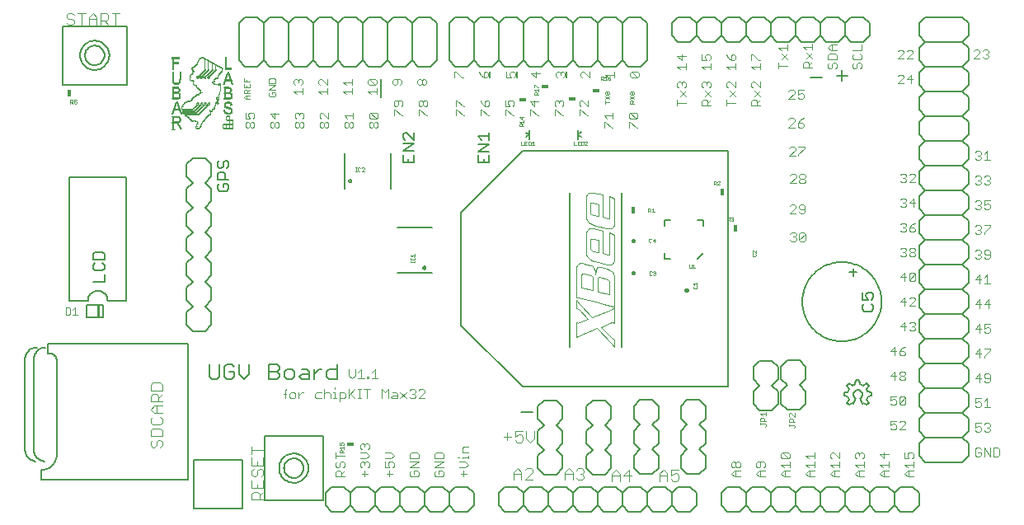
<source format=gto>
G75*
G70*
%OFA0B0*%
%FSLAX24Y24*%
%IPPOS*%
%LPD*%
%AMOC8*
5,1,8,0,0,1.08239X$1,22.5*
%
%ADD10C,0.0060*%
%ADD11C,0.0030*%
%ADD12C,0.0050*%
%ADD13C,0.0040*%
%ADD14C,0.0080*%
%ADD15C,0.0010*%
%ADD16C,0.0020*%
%ADD17C,0.0070*%
%ADD18C,0.0160*%
%ADD19R,0.0160X0.0280*%
%ADD20R,0.0280X0.0160*%
%ADD21R,0.0408X0.0003*%
%ADD22R,0.0053X0.0003*%
%ADD23R,0.0420X0.0003*%
%ADD24R,0.0088X0.0003*%
%ADD25R,0.0425X0.0003*%
%ADD26R,0.0057X0.0003*%
%ADD27R,0.0075X0.0003*%
%ADD28R,0.0110X0.0003*%
%ADD29R,0.0430X0.0003*%
%ADD30R,0.0115X0.0003*%
%ADD31R,0.0127X0.0003*%
%ADD32R,0.0135X0.0003*%
%ADD33R,0.0140X0.0003*%
%ADD34R,0.0145X0.0003*%
%ADD35R,0.0150X0.0003*%
%ADD36R,0.0158X0.0003*%
%ADD37R,0.0045X0.0003*%
%ADD38R,0.0063X0.0003*%
%ADD39R,0.0030X0.0003*%
%ADD40R,0.0027X0.0003*%
%ADD41R,0.0035X0.0003*%
%ADD42R,0.0040X0.0003*%
%ADD43R,0.0037X0.0003*%
%ADD44R,0.0032X0.0003*%
%ADD45R,0.0073X0.0003*%
%ADD46R,0.0077X0.0003*%
%ADD47R,0.0428X0.0003*%
%ADD48R,0.0288X0.0003*%
%ADD49R,0.0083X0.0003*%
%ADD50R,0.0090X0.0003*%
%ADD51R,0.0240X0.0003*%
%ADD52R,0.0235X0.0003*%
%ADD53R,0.0250X0.0003*%
%ADD54R,0.0260X0.0003*%
%ADD55R,0.0267X0.0003*%
%ADD56R,0.0275X0.0003*%
%ADD57R,0.0280X0.0003*%
%ADD58R,0.0293X0.0003*%
%ADD59R,0.0297X0.0003*%
%ADD60R,0.0302X0.0003*%
%ADD61R,0.0305X0.0003*%
%ADD62R,0.0307X0.0003*%
%ADD63R,0.0312X0.0003*%
%ADD64R,0.0315X0.0003*%
%ADD65R,0.0318X0.0003*%
%ADD66R,0.0320X0.0003*%
%ADD67R,0.0050X0.0003*%
%ADD68R,0.0325X0.0003*%
%ADD69R,0.0055X0.0003*%
%ADD70R,0.0060X0.0003*%
%ADD71R,0.0328X0.0003*%
%ADD72R,0.0065X0.0003*%
%ADD73R,0.0330X0.0003*%
%ADD74R,0.0013X0.0003*%
%ADD75R,0.0333X0.0003*%
%ADD76R,0.0018X0.0003*%
%ADD77R,0.0025X0.0003*%
%ADD78R,0.0105X0.0003*%
%ADD79R,0.0095X0.0003*%
%ADD80R,0.0043X0.0003*%
%ADD81R,0.0080X0.0003*%
%ADD82R,0.0085X0.0003*%
%ADD83R,0.0070X0.0003*%
%ADD84R,0.0067X0.0003*%
%ADD85R,0.0132X0.0003*%
%ADD86R,0.0100X0.0003*%
%ADD87R,0.0295X0.0003*%
%ADD88R,0.0290X0.0003*%
%ADD89R,0.0047X0.0003*%
%ADD90R,0.0155X0.0003*%
%ADD91R,0.0103X0.0003*%
%ADD92R,0.0338X0.0003*%
%ADD93R,0.0335X0.0003*%
%ADD94R,0.0310X0.0003*%
%ADD95R,0.0285X0.0003*%
%ADD96R,0.0278X0.0003*%
%ADD97R,0.0270X0.0003*%
%ADD98R,0.0255X0.0003*%
%ADD99R,0.0160X0.0003*%
%ADD100R,0.0152X0.0003*%
%ADD101R,0.0537X0.0003*%
%ADD102R,0.0540X0.0003*%
%ADD103R,0.0542X0.0003*%
%ADD104R,0.0548X0.0003*%
%ADD105R,0.0550X0.0003*%
%ADD106R,0.0555X0.0003*%
%ADD107R,0.0558X0.0003*%
%ADD108R,0.0563X0.0003*%
%ADD109R,0.0573X0.0003*%
%ADD110R,0.0575X0.0003*%
%ADD111R,0.0585X0.0003*%
%ADD112R,0.0590X0.0003*%
%ADD113R,0.0175X0.0003*%
%ADD114R,0.0180X0.0003*%
%ADD115R,0.0195X0.0003*%
%ADD116R,0.0205X0.0003*%
%ADD117R,0.0210X0.0003*%
%ADD118R,0.0220X0.0003*%
%ADD119R,0.0227X0.0003*%
%ADD120R,0.0238X0.0003*%
%ADD121R,0.0245X0.0003*%
%ADD122R,0.0527X0.0003*%
%ADD123R,0.0253X0.0003*%
%ADD124R,0.0257X0.0003*%
%ADD125R,0.0532X0.0003*%
%ADD126R,0.0265X0.0003*%
%ADD127R,0.0272X0.0003*%
%ADD128R,0.0283X0.0003*%
%ADD129R,0.0560X0.0003*%
%ADD130R,0.0120X0.0003*%
%ADD131R,0.0568X0.0003*%
%ADD132R,0.0097X0.0003*%
%ADD133R,0.0578X0.0003*%
%ADD134R,0.0092X0.0003*%
%ADD135R,0.0485X0.0003*%
%ADD136R,0.0488X0.0003*%
%ADD137R,0.0490X0.0003*%
%ADD138R,0.0493X0.0003*%
%ADD139R,0.0495X0.0003*%
%ADD140R,0.0500X0.0003*%
%ADD141R,0.0503X0.0003*%
%ADD142R,0.0505X0.0003*%
%ADD143R,0.0508X0.0003*%
%ADD144R,0.0510X0.0003*%
%ADD145R,0.0112X0.0003*%
%ADD146R,0.0107X0.0003*%
%ADD147R,0.0020X0.0003*%
%ADD148R,0.0400X0.0003*%
%ADD149R,0.0405X0.0003*%
%ADD150R,0.0415X0.0003*%
%ADD151R,0.0435X0.0003*%
%ADD152R,0.0437X0.0003*%
%ADD153R,0.0445X0.0003*%
%ADD154R,0.0147X0.0003*%
%ADD155R,0.0163X0.0003*%
%ADD156R,0.0170X0.0003*%
%ADD157R,0.0185X0.0003*%
%ADD158R,0.0190X0.0003*%
%ADD159R,0.0198X0.0003*%
%ADD160R,0.0200X0.0003*%
%ADD161R,0.0203X0.0003*%
%ADD162R,0.0187X0.0003*%
%ADD163R,0.0125X0.0003*%
%ADD164R,0.0015X0.0003*%
%ADD165R,0.0022X0.0003*%
%ADD166R,0.0248X0.0003*%
%ADD167R,0.0243X0.0003*%
%ADD168R,0.0230X0.0003*%
%ADD169R,0.0222X0.0003*%
%ADD170R,0.0217X0.0003*%
%ADD171R,0.0182X0.0003*%
%ADD172R,0.0177X0.0003*%
%ADD173R,0.0138X0.0003*%
%ADD174R,0.0165X0.0003*%
%ADD175R,0.0168X0.0003*%
%ADD176R,0.0225X0.0003*%
%ADD177R,0.0213X0.0003*%
%ADD178R,0.0232X0.0003*%
%ADD179R,0.0300X0.0003*%
%ADD180R,0.0118X0.0003*%
%ADD181R,0.0010X0.0003*%
%ADD182R,0.0005X0.0003*%
%ADD183R,0.0003X0.0003*%
%ADD184R,0.0262X0.0003*%
%ADD185R,0.0123X0.0003*%
%ADD186R,0.0008X0.0003*%
%ADD187R,0.0143X0.0003*%
%ADD188R,0.0192X0.0003*%
%ADD189R,0.0208X0.0003*%
%ADD190R,0.0215X0.0003*%
%ADD191C,0.0000*%
D10*
X013000Y001250D02*
X013250Y001000D01*
X013750Y001000D01*
X014000Y001250D01*
X014000Y001750D01*
X013750Y002000D01*
X013250Y002000D01*
X013000Y001750D01*
X013000Y001250D01*
X014000Y001250D02*
X014250Y001000D01*
X014750Y001000D01*
X015000Y001250D01*
X015250Y001000D01*
X015750Y001000D01*
X016000Y001250D01*
X016250Y001000D01*
X016750Y001000D01*
X017000Y001250D01*
X017000Y001750D01*
X016750Y002000D01*
X016250Y002000D01*
X016000Y001750D01*
X016000Y001250D01*
X017000Y001250D02*
X017250Y001000D01*
X017750Y001000D01*
X018000Y001250D01*
X018250Y001000D01*
X018750Y001000D01*
X019000Y001250D01*
X019000Y001750D01*
X018750Y002000D01*
X018250Y002000D01*
X018000Y001750D01*
X018000Y001250D01*
X018000Y001750D02*
X017750Y002000D01*
X017250Y002000D01*
X017000Y001750D01*
X016000Y001750D02*
X015750Y002000D01*
X015250Y002000D01*
X015000Y001750D01*
X015000Y001250D01*
X015000Y001750D02*
X014750Y002000D01*
X014250Y002000D01*
X014000Y001750D01*
X020000Y001750D02*
X020000Y001250D01*
X020250Y001000D01*
X020750Y001000D01*
X021000Y001250D01*
X021000Y001750D01*
X020750Y002000D01*
X020250Y002000D01*
X020000Y001750D01*
X021000Y001750D02*
X021250Y002000D01*
X021750Y002000D01*
X022000Y001750D01*
X022250Y002000D01*
X022750Y002000D01*
X023000Y001750D01*
X023250Y002000D01*
X023750Y002000D01*
X024000Y001750D01*
X024000Y001250D01*
X023750Y001000D01*
X023250Y001000D01*
X023000Y001250D01*
X022750Y001000D01*
X022250Y001000D01*
X022000Y001250D01*
X021750Y001000D01*
X021250Y001000D01*
X021000Y001250D01*
X022000Y001250D02*
X022000Y001750D01*
X023000Y001750D02*
X023000Y001250D01*
X024000Y001250D02*
X024250Y001000D01*
X024750Y001000D01*
X025000Y001250D01*
X025250Y001000D01*
X025750Y001000D01*
X026000Y001250D01*
X026250Y001000D01*
X026750Y001000D01*
X027000Y001250D01*
X027250Y001000D01*
X027750Y001000D01*
X028000Y001250D01*
X028000Y001750D01*
X027750Y002000D01*
X027250Y002000D01*
X027000Y001750D01*
X027000Y001250D01*
X026000Y001250D02*
X026000Y001750D01*
X026250Y002000D01*
X026750Y002000D01*
X027000Y001750D01*
X026000Y001750D02*
X025750Y002000D01*
X025250Y002000D01*
X025000Y001750D01*
X025000Y001250D01*
X025000Y001750D02*
X024750Y002000D01*
X024250Y002000D01*
X024000Y001750D01*
X029000Y001750D02*
X029000Y001250D01*
X029250Y001000D01*
X029750Y001000D01*
X030000Y001250D01*
X030000Y001750D01*
X029750Y002000D01*
X029250Y002000D01*
X029000Y001750D01*
X030000Y001750D02*
X030250Y002000D01*
X030750Y002000D01*
X031000Y001750D01*
X031250Y002000D01*
X031750Y002000D01*
X032000Y001750D01*
X032250Y002000D01*
X032750Y002000D01*
X033000Y001750D01*
X033000Y001250D01*
X032750Y001000D01*
X032250Y001000D01*
X032000Y001250D01*
X031750Y001000D01*
X031250Y001000D01*
X031000Y001250D01*
X030750Y001000D01*
X030250Y001000D01*
X030000Y001250D01*
X031000Y001250D02*
X031000Y001750D01*
X032000Y001750D02*
X032000Y001250D01*
X033000Y001250D02*
X033250Y001000D01*
X033750Y001000D01*
X034000Y001250D01*
X034250Y001000D01*
X034750Y001000D01*
X035000Y001250D01*
X035250Y001000D01*
X035750Y001000D01*
X036000Y001250D01*
X036250Y001000D01*
X036750Y001000D01*
X037000Y001250D01*
X037000Y001750D01*
X036750Y002000D01*
X036250Y002000D01*
X036000Y001750D01*
X036000Y001250D01*
X035000Y001250D02*
X035000Y001750D01*
X035250Y002000D01*
X035750Y002000D01*
X036000Y001750D01*
X035000Y001750D02*
X034750Y002000D01*
X034250Y002000D01*
X034000Y001750D01*
X034000Y001250D01*
X034000Y001750D02*
X033750Y002000D01*
X033250Y002000D01*
X033000Y001750D01*
X037000Y003250D02*
X037250Y003000D01*
X038750Y003000D01*
X039000Y003250D01*
X039000Y003750D01*
X038750Y004000D01*
X037250Y004000D01*
X037000Y004250D01*
X037000Y004750D01*
X037250Y005000D01*
X038750Y005000D01*
X039000Y004750D01*
X039000Y004250D01*
X038750Y004000D01*
X038750Y005000D02*
X039000Y005250D01*
X039000Y005750D01*
X038750Y006000D01*
X037250Y006000D01*
X037000Y006250D01*
X037000Y006750D01*
X037250Y007000D01*
X038750Y007000D01*
X039000Y006750D01*
X039000Y006250D01*
X038750Y006000D01*
X037250Y006000D02*
X037000Y005750D01*
X037000Y005250D01*
X037250Y005000D01*
X037250Y004000D02*
X037000Y003750D01*
X037000Y003250D01*
X034880Y005315D02*
X034760Y005395D01*
X034700Y005365D01*
X034610Y005595D01*
X034450Y005595D02*
X034350Y005365D01*
X034300Y005395D01*
X034180Y005315D01*
X034090Y005405D01*
X034170Y005535D01*
X034120Y005665D01*
X033970Y005695D01*
X033970Y005825D01*
X034120Y005845D01*
X034180Y005975D01*
X034090Y006105D01*
X034180Y006195D01*
X034310Y006105D01*
X034430Y006155D01*
X034460Y006315D01*
X034590Y006315D01*
X034620Y006155D01*
X034740Y006105D01*
X034880Y006195D01*
X034970Y006105D01*
X034880Y005975D01*
X034930Y005855D01*
X035080Y005825D01*
X035080Y005695D01*
X034940Y005665D01*
X034880Y005535D01*
X034970Y005405D01*
X034880Y005315D01*
X034610Y005595D02*
X034632Y005608D01*
X034652Y005624D01*
X034670Y005643D01*
X034685Y005665D01*
X034696Y005688D01*
X034704Y005713D01*
X034708Y005738D01*
X034709Y005764D01*
X034706Y005790D01*
X034699Y005815D01*
X034688Y005838D01*
X034675Y005860D01*
X034658Y005880D01*
X034639Y005897D01*
X034617Y005912D01*
X034593Y005922D01*
X034569Y005930D01*
X034543Y005934D01*
X034517Y005934D01*
X034491Y005930D01*
X034467Y005922D01*
X034443Y005912D01*
X034421Y005897D01*
X034402Y005880D01*
X034385Y005860D01*
X034372Y005838D01*
X034361Y005815D01*
X034354Y005790D01*
X034351Y005764D01*
X034352Y005738D01*
X034356Y005713D01*
X034364Y005688D01*
X034375Y005665D01*
X034390Y005643D01*
X034408Y005624D01*
X034428Y005608D01*
X034450Y005595D01*
X037000Y007250D02*
X037250Y007000D01*
X037000Y007250D02*
X037000Y007750D01*
X037250Y008000D01*
X038750Y008000D01*
X039000Y007750D01*
X039000Y007250D01*
X038750Y007000D01*
X038750Y008000D02*
X039000Y008250D01*
X039000Y008750D01*
X038750Y009000D01*
X037250Y009000D01*
X037000Y009250D01*
X037000Y009750D01*
X037250Y010000D01*
X038750Y010000D01*
X039000Y009750D01*
X039000Y009250D01*
X038750Y009000D01*
X038750Y010000D02*
X039000Y010250D01*
X039000Y010750D01*
X038750Y011000D01*
X037250Y011000D01*
X037000Y011250D01*
X037000Y011750D01*
X037250Y012000D01*
X038750Y012000D01*
X039000Y011750D01*
X039000Y011250D01*
X038750Y011000D01*
X038750Y012000D02*
X039000Y012250D01*
X039000Y012750D01*
X038750Y013000D01*
X037250Y013000D01*
X037000Y013250D01*
X037000Y013750D01*
X037250Y014000D01*
X038750Y014000D01*
X039000Y013750D01*
X039000Y013250D01*
X038750Y013000D01*
X037250Y013000D02*
X037000Y012750D01*
X037000Y012250D01*
X037250Y012000D01*
X037250Y011000D02*
X037000Y010750D01*
X037000Y010250D01*
X037250Y010000D01*
X037250Y009000D02*
X037000Y008750D01*
X037000Y008250D01*
X037250Y008000D01*
X032285Y009497D02*
X032287Y009577D01*
X032293Y009656D01*
X032303Y009735D01*
X032317Y009814D01*
X032334Y009892D01*
X032356Y009969D01*
X032381Y010044D01*
X032411Y010118D01*
X032443Y010191D01*
X032480Y010262D01*
X032520Y010331D01*
X032563Y010398D01*
X032610Y010463D01*
X032659Y010525D01*
X032712Y010585D01*
X032768Y010642D01*
X032826Y010697D01*
X032887Y010748D01*
X032951Y010796D01*
X033017Y010841D01*
X033085Y010883D01*
X033155Y010921D01*
X033227Y010955D01*
X033300Y010986D01*
X033375Y011014D01*
X033452Y011037D01*
X033529Y011057D01*
X033607Y011073D01*
X033686Y011085D01*
X033765Y011093D01*
X033845Y011097D01*
X033925Y011097D01*
X034005Y011093D01*
X034084Y011085D01*
X034163Y011073D01*
X034241Y011057D01*
X034318Y011037D01*
X034395Y011014D01*
X034470Y010986D01*
X034543Y010955D01*
X034615Y010921D01*
X034685Y010883D01*
X034753Y010841D01*
X034819Y010796D01*
X034883Y010748D01*
X034944Y010697D01*
X035002Y010642D01*
X035058Y010585D01*
X035111Y010525D01*
X035160Y010463D01*
X035207Y010398D01*
X035250Y010331D01*
X035290Y010262D01*
X035327Y010191D01*
X035359Y010118D01*
X035389Y010044D01*
X035414Y009969D01*
X035436Y009892D01*
X035453Y009814D01*
X035467Y009735D01*
X035477Y009656D01*
X035483Y009577D01*
X035485Y009497D01*
X035483Y009417D01*
X035477Y009338D01*
X035467Y009259D01*
X035453Y009180D01*
X035436Y009102D01*
X035414Y009025D01*
X035389Y008950D01*
X035359Y008876D01*
X035327Y008803D01*
X035290Y008732D01*
X035250Y008663D01*
X035207Y008596D01*
X035160Y008531D01*
X035111Y008469D01*
X035058Y008409D01*
X035002Y008352D01*
X034944Y008297D01*
X034883Y008246D01*
X034819Y008198D01*
X034753Y008153D01*
X034685Y008111D01*
X034615Y008073D01*
X034543Y008039D01*
X034470Y008008D01*
X034395Y007980D01*
X034318Y007957D01*
X034241Y007937D01*
X034163Y007921D01*
X034084Y007909D01*
X034005Y007901D01*
X033925Y007897D01*
X033845Y007897D01*
X033765Y007901D01*
X033686Y007909D01*
X033607Y007921D01*
X033529Y007937D01*
X033452Y007957D01*
X033375Y007980D01*
X033300Y008008D01*
X033227Y008039D01*
X033155Y008073D01*
X033085Y008111D01*
X033017Y008153D01*
X032951Y008198D01*
X032887Y008246D01*
X032826Y008297D01*
X032768Y008352D01*
X032712Y008409D01*
X032659Y008469D01*
X032610Y008531D01*
X032563Y008596D01*
X032520Y008663D01*
X032480Y008732D01*
X032443Y008803D01*
X032411Y008876D01*
X032381Y008950D01*
X032356Y009025D01*
X032334Y009102D01*
X032317Y009180D01*
X032303Y009259D01*
X032293Y009338D01*
X032287Y009417D01*
X032285Y009497D01*
X034335Y010547D02*
X034335Y010847D01*
X034185Y010697D02*
X034485Y010697D01*
X037250Y014000D02*
X037000Y014250D01*
X037000Y014750D01*
X037250Y015000D01*
X038750Y015000D01*
X039000Y014750D01*
X039000Y014250D01*
X038750Y014000D01*
X038750Y015000D02*
X039000Y015250D01*
X039000Y015750D01*
X038750Y016000D01*
X037250Y016000D01*
X037000Y015750D01*
X037000Y015250D01*
X037250Y015000D01*
X037250Y016000D02*
X037000Y016250D01*
X037000Y016750D01*
X037250Y017000D01*
X038750Y017000D01*
X039000Y016750D01*
X039000Y016250D01*
X038750Y016000D01*
X038750Y017000D02*
X039000Y017250D01*
X039000Y017750D01*
X038750Y018000D01*
X037250Y018000D01*
X037000Y017750D01*
X037000Y017250D01*
X037250Y017000D01*
X037250Y018000D02*
X037000Y018250D01*
X037000Y018750D01*
X037250Y019000D01*
X038750Y019000D01*
X039000Y018750D01*
X039000Y018250D01*
X038750Y018000D01*
X038750Y019000D02*
X039000Y019250D01*
X039000Y019750D01*
X038750Y020000D01*
X037250Y020000D01*
X037000Y019750D01*
X037000Y019250D01*
X037250Y019000D01*
X037250Y020000D02*
X037000Y020250D01*
X037000Y020750D01*
X037250Y021000D01*
X038750Y021000D01*
X039000Y020750D01*
X039000Y020250D01*
X038750Y020000D01*
X035000Y020250D02*
X034750Y020000D01*
X034250Y020000D01*
X034000Y020250D01*
X034000Y020750D01*
X034250Y021000D01*
X034750Y021000D01*
X035000Y020750D01*
X035000Y020250D01*
X034000Y020250D02*
X033750Y020000D01*
X033250Y020000D01*
X033000Y020250D01*
X032750Y020000D01*
X032250Y020000D01*
X032000Y020250D01*
X031750Y020000D01*
X031250Y020000D01*
X031000Y020250D01*
X031000Y020750D01*
X031250Y021000D01*
X031750Y021000D01*
X032000Y020750D01*
X032250Y021000D01*
X032750Y021000D01*
X033000Y020750D01*
X033250Y021000D01*
X033750Y021000D01*
X034000Y020750D01*
X033000Y020750D02*
X033000Y020250D01*
X032000Y020250D02*
X032000Y020750D01*
X031000Y020750D02*
X030750Y021000D01*
X030250Y021000D01*
X030000Y020750D01*
X029750Y021000D01*
X029250Y021000D01*
X029000Y020750D01*
X028750Y021000D01*
X028250Y021000D01*
X028000Y020750D01*
X027750Y021000D01*
X027250Y021000D01*
X027000Y020750D01*
X027000Y020250D01*
X027250Y020000D01*
X027750Y020000D01*
X028000Y020250D01*
X028000Y020750D01*
X029000Y020750D02*
X029000Y020250D01*
X028750Y020000D01*
X028250Y020000D01*
X028000Y020250D01*
X029000Y020250D02*
X029250Y020000D01*
X029750Y020000D01*
X030000Y020250D01*
X030000Y020750D01*
X030000Y020250D02*
X030250Y020000D01*
X030750Y020000D01*
X031000Y020250D01*
X032612Y018564D02*
X033079Y018564D01*
X033677Y018646D02*
X034104Y018646D01*
X033890Y018433D02*
X033890Y018860D01*
X026000Y019250D02*
X025750Y019000D01*
X025250Y019000D01*
X025000Y019250D01*
X025000Y020750D01*
X025250Y021000D01*
X025750Y021000D01*
X026000Y020750D01*
X026000Y019250D01*
X025000Y019250D02*
X024750Y019000D01*
X024250Y019000D01*
X024000Y019250D01*
X023750Y019000D01*
X023250Y019000D01*
X023000Y019250D01*
X022750Y019000D01*
X022250Y019000D01*
X022000Y019250D01*
X022000Y020750D01*
X022250Y021000D01*
X022750Y021000D01*
X023000Y020750D01*
X023250Y021000D01*
X023750Y021000D01*
X024000Y020750D01*
X024250Y021000D01*
X024750Y021000D01*
X025000Y020750D01*
X024000Y020750D02*
X024000Y019250D01*
X023000Y019250D02*
X023000Y020750D01*
X022000Y020750D02*
X021750Y021000D01*
X021250Y021000D01*
X021000Y020750D01*
X020750Y021000D01*
X020250Y021000D01*
X020000Y020750D01*
X019750Y021000D01*
X019250Y021000D01*
X019000Y020750D01*
X018750Y021000D01*
X018250Y021000D01*
X018000Y020750D01*
X018000Y019250D01*
X018250Y019000D01*
X018750Y019000D01*
X019000Y019250D01*
X019000Y020750D01*
X020000Y020750D02*
X020000Y019250D01*
X019750Y019000D01*
X019250Y019000D01*
X019000Y019250D01*
X020000Y019250D02*
X020250Y019000D01*
X020750Y019000D01*
X021000Y019250D01*
X021000Y020750D01*
X021000Y019250D02*
X021250Y019000D01*
X021750Y019000D01*
X022000Y019250D01*
X017500Y019250D02*
X017250Y019000D01*
X016750Y019000D01*
X016500Y019250D01*
X016500Y020750D01*
X016750Y021000D01*
X017250Y021000D01*
X017500Y020750D01*
X017500Y019250D01*
X016500Y019250D02*
X016250Y019000D01*
X015750Y019000D01*
X015500Y019250D01*
X015250Y019000D01*
X014750Y019000D01*
X014500Y019250D01*
X014250Y019000D01*
X013750Y019000D01*
X013500Y019250D01*
X013500Y020750D01*
X013750Y021000D01*
X014250Y021000D01*
X014500Y020750D01*
X014750Y021000D01*
X015250Y021000D01*
X015500Y020750D01*
X015750Y021000D01*
X016250Y021000D01*
X016500Y020750D01*
X015500Y020750D02*
X015500Y019250D01*
X014500Y019250D02*
X014500Y020750D01*
X013500Y020750D02*
X013250Y021000D01*
X012750Y021000D01*
X012500Y020750D01*
X012250Y021000D01*
X011750Y021000D01*
X011500Y020750D01*
X011250Y021000D01*
X010750Y021000D01*
X010500Y020750D01*
X010250Y021000D01*
X009750Y021000D01*
X009500Y020750D01*
X009500Y019250D01*
X009750Y019000D01*
X010250Y019000D01*
X010500Y019250D01*
X010500Y020750D01*
X011500Y020750D02*
X011500Y019250D01*
X011250Y019000D01*
X010750Y019000D01*
X010500Y019250D01*
X011500Y019250D02*
X011750Y019000D01*
X012250Y019000D01*
X012500Y019250D01*
X012500Y020750D01*
X012500Y019250D02*
X012750Y019000D01*
X013250Y019000D01*
X013500Y019250D01*
X013785Y015485D02*
X013785Y014065D01*
X015645Y014065D02*
X015645Y015485D01*
X015905Y012510D02*
X017325Y012510D01*
X017325Y010650D02*
X015905Y010650D01*
X022881Y007670D02*
X022881Y013898D01*
X024969Y013898D02*
X024969Y007670D01*
X021372Y005023D02*
X020905Y005023D01*
X004950Y009535D02*
X004200Y009535D01*
X004198Y009574D01*
X004192Y009613D01*
X004183Y009651D01*
X004170Y009688D01*
X004153Y009724D01*
X004133Y009757D01*
X004109Y009789D01*
X004083Y009818D01*
X004054Y009844D01*
X004022Y009868D01*
X003989Y009888D01*
X003953Y009905D01*
X003916Y009918D01*
X003878Y009927D01*
X003839Y009933D01*
X003800Y009935D01*
X003761Y009933D01*
X003722Y009927D01*
X003684Y009918D01*
X003647Y009905D01*
X003611Y009888D01*
X003578Y009868D01*
X003546Y009844D01*
X003517Y009818D01*
X003491Y009789D01*
X003467Y009757D01*
X003447Y009724D01*
X003430Y009688D01*
X003417Y009651D01*
X003408Y009613D01*
X003402Y009574D01*
X003400Y009535D01*
X002650Y009535D01*
X002650Y014535D01*
X004950Y014535D01*
X004950Y009535D01*
D11*
X002989Y008974D02*
X002796Y008974D01*
X002893Y008974D02*
X002893Y009265D01*
X002796Y009168D01*
X002695Y009216D02*
X002646Y009265D01*
X002501Y009265D01*
X002501Y008974D01*
X002646Y008974D01*
X002695Y009023D01*
X002695Y009216D01*
X011304Y005768D02*
X011428Y005768D01*
X011550Y005768D02*
X011550Y005645D01*
X011611Y005583D01*
X011735Y005583D01*
X011797Y005645D01*
X011797Y005768D01*
X011735Y005830D01*
X011611Y005830D01*
X011550Y005768D01*
X011366Y005892D02*
X011366Y005583D01*
X011366Y005892D02*
X011428Y005954D01*
X011918Y005830D02*
X011918Y005583D01*
X011918Y005707D02*
X012041Y005830D01*
X012103Y005830D01*
X012593Y005768D02*
X012593Y005645D01*
X012655Y005583D01*
X012840Y005583D01*
X012962Y005583D02*
X012962Y005954D01*
X013023Y005830D02*
X013147Y005830D01*
X013208Y005768D01*
X013208Y005583D01*
X013330Y005583D02*
X013453Y005583D01*
X013392Y005583D02*
X013392Y005830D01*
X013330Y005830D01*
X013392Y005954D02*
X013392Y006015D01*
X013575Y005830D02*
X013761Y005830D01*
X013822Y005768D01*
X013822Y005645D01*
X013761Y005583D01*
X013575Y005583D01*
X013575Y005460D02*
X013575Y005830D01*
X013944Y005707D02*
X014191Y005954D01*
X014312Y005954D02*
X014436Y005954D01*
X014374Y005954D02*
X014374Y005583D01*
X014312Y005583D02*
X014436Y005583D01*
X014681Y005583D02*
X014681Y005954D01*
X014558Y005954D02*
X014805Y005954D01*
X015294Y005954D02*
X015418Y005830D01*
X015541Y005954D01*
X015541Y005583D01*
X015663Y005645D02*
X015724Y005707D01*
X015909Y005707D01*
X015909Y005768D02*
X015909Y005583D01*
X015724Y005583D01*
X015663Y005645D01*
X015724Y005830D02*
X015848Y005830D01*
X015909Y005768D01*
X016031Y005830D02*
X016278Y005583D01*
X016399Y005645D02*
X016461Y005583D01*
X016584Y005583D01*
X016646Y005645D01*
X016646Y005707D01*
X016584Y005768D01*
X016523Y005768D01*
X016584Y005768D02*
X016646Y005830D01*
X016646Y005892D01*
X016584Y005954D01*
X016461Y005954D01*
X016399Y005892D01*
X016278Y005830D02*
X016031Y005583D01*
X016768Y005583D02*
X017014Y005830D01*
X017014Y005892D01*
X016953Y005954D01*
X016829Y005954D01*
X016768Y005892D01*
X016768Y005583D02*
X017014Y005583D01*
X015294Y005583D02*
X015294Y005954D01*
X015128Y006386D02*
X014881Y006386D01*
X014758Y006386D02*
X014697Y006386D01*
X014697Y006448D01*
X014758Y006448D01*
X014758Y006386D01*
X014575Y006386D02*
X014328Y006386D01*
X014452Y006386D02*
X014452Y006756D01*
X014328Y006633D01*
X014207Y006756D02*
X014207Y006509D01*
X014083Y006386D01*
X013960Y006509D01*
X013960Y006756D01*
X014881Y006633D02*
X015004Y006756D01*
X015004Y006386D01*
X014191Y005583D02*
X014006Y005768D01*
X013944Y005583D02*
X013944Y005954D01*
X013023Y005830D02*
X012962Y005768D01*
X012840Y005830D02*
X012655Y005830D01*
X012593Y005768D01*
X031787Y011998D02*
X031849Y011936D01*
X031972Y011936D01*
X032034Y011998D01*
X032034Y012059D01*
X031972Y012121D01*
X031910Y012121D01*
X031972Y012121D02*
X032034Y012183D01*
X032034Y012245D01*
X031972Y012306D01*
X031849Y012306D01*
X031787Y012245D01*
X032155Y012245D02*
X032217Y012306D01*
X032340Y012306D01*
X032402Y012245D01*
X032155Y011998D01*
X032217Y011936D01*
X032340Y011936D01*
X032402Y011998D01*
X032402Y012245D01*
X032155Y012245D02*
X032155Y011998D01*
X032204Y013053D02*
X032327Y013053D01*
X032389Y013115D01*
X032389Y013361D01*
X032327Y013423D01*
X032204Y013423D01*
X032142Y013361D01*
X032142Y013300D01*
X032204Y013238D01*
X032389Y013238D01*
X032204Y013053D02*
X032142Y013115D01*
X032021Y013053D02*
X031774Y013053D01*
X032021Y013300D01*
X032021Y013361D01*
X031959Y013423D01*
X031836Y013423D01*
X031774Y013361D01*
X031787Y014284D02*
X032033Y014531D01*
X032033Y014593D01*
X031972Y014654D01*
X031848Y014654D01*
X031787Y014593D01*
X031787Y014284D02*
X032033Y014284D01*
X032155Y014346D02*
X032155Y014407D01*
X032217Y014469D01*
X032340Y014469D01*
X032402Y014407D01*
X032402Y014346D01*
X032340Y014284D01*
X032217Y014284D01*
X032155Y014346D01*
X032217Y014469D02*
X032155Y014531D01*
X032155Y014593D01*
X032217Y014654D01*
X032340Y014654D01*
X032402Y014593D01*
X032402Y014531D01*
X032340Y014469D01*
X032125Y015394D02*
X032125Y015456D01*
X032372Y015703D01*
X032372Y015764D01*
X032125Y015764D01*
X032003Y015703D02*
X031942Y015764D01*
X031818Y015764D01*
X031757Y015703D01*
X032003Y015703D02*
X032003Y015641D01*
X031757Y015394D01*
X032003Y015394D01*
X031978Y016547D02*
X031731Y016547D01*
X031978Y016794D01*
X031978Y016855D01*
X031916Y016917D01*
X031793Y016917D01*
X031731Y016855D01*
X032099Y016732D02*
X032284Y016732D01*
X032346Y016670D01*
X032346Y016609D01*
X032284Y016547D01*
X032161Y016547D01*
X032099Y016609D01*
X032099Y016732D01*
X032223Y016855D01*
X032346Y016917D01*
X032284Y017687D02*
X032161Y017687D01*
X032099Y017749D01*
X032099Y017872D02*
X032223Y017934D01*
X032284Y017934D01*
X032346Y017872D01*
X032346Y017749D01*
X032284Y017687D01*
X032099Y017872D02*
X032099Y018057D01*
X032346Y018057D01*
X031978Y017995D02*
X031916Y018057D01*
X031793Y018057D01*
X031731Y017995D01*
X031978Y017995D02*
X031978Y017934D01*
X031731Y017687D01*
X031978Y017687D01*
X010987Y017837D02*
X010987Y017927D01*
X010942Y017972D01*
X010852Y017972D01*
X010852Y017882D01*
X010762Y017972D02*
X010717Y017927D01*
X010717Y017837D01*
X010762Y017791D01*
X010942Y017791D01*
X010987Y017837D01*
X010987Y018068D02*
X010717Y018068D01*
X010987Y018248D01*
X010717Y018248D01*
X010717Y018344D02*
X010717Y018479D01*
X010762Y018524D01*
X010942Y018524D01*
X010987Y018479D01*
X010987Y018344D01*
X010717Y018344D01*
X009937Y018307D02*
X009937Y018160D01*
X009717Y018160D01*
X009717Y018307D01*
X009717Y018390D02*
X009717Y018537D01*
X009827Y018463D02*
X009827Y018390D01*
X009937Y018390D02*
X009717Y018390D01*
X009827Y018233D02*
X009827Y018160D01*
X009827Y018076D02*
X009863Y018040D01*
X009863Y017930D01*
X009863Y018003D02*
X009937Y018076D01*
X009827Y018076D02*
X009753Y018076D01*
X009717Y018040D01*
X009717Y017930D01*
X009937Y017930D01*
X009937Y017846D02*
X009790Y017846D01*
X009717Y017773D01*
X009790Y017699D01*
X009937Y017699D01*
X009827Y017699D02*
X009827Y017846D01*
D12*
X007459Y002293D02*
X001514Y002293D01*
X001514Y002687D01*
X001563Y002689D01*
X001613Y002695D01*
X001661Y002704D01*
X001709Y002718D01*
X001755Y002735D01*
X001800Y002756D01*
X001843Y002780D01*
X001884Y002807D01*
X001923Y002838D01*
X001959Y002872D01*
X001993Y002908D01*
X002024Y002947D01*
X002051Y002988D01*
X002075Y003031D01*
X002096Y003076D01*
X002113Y003122D01*
X002127Y003170D01*
X002136Y003218D01*
X002142Y003268D01*
X002144Y003317D01*
X002144Y007136D01*
X002144Y007135D02*
X002138Y007168D01*
X002129Y007200D01*
X002116Y007231D01*
X002100Y007260D01*
X002082Y007287D01*
X002060Y007313D01*
X002036Y007336D01*
X002010Y007356D01*
X001982Y007374D01*
X001952Y007388D01*
X001921Y007399D01*
X001889Y007407D01*
X001856Y007412D01*
X001823Y007413D01*
X001790Y007411D01*
X001790Y007805D01*
X007459Y007805D01*
X007459Y002293D01*
X007674Y003093D02*
X007674Y001124D01*
X008658Y001124D01*
X009642Y001124D01*
X009642Y003093D01*
X007674Y003093D01*
X010544Y004064D02*
X012906Y004064D01*
X012906Y001466D01*
X010544Y001466D01*
X010544Y004064D01*
X011331Y002765D02*
X011333Y002804D01*
X011339Y002843D01*
X011349Y002881D01*
X011362Y002918D01*
X011379Y002953D01*
X011399Y002987D01*
X011423Y003018D01*
X011450Y003047D01*
X011479Y003073D01*
X011511Y003096D01*
X011545Y003116D01*
X011581Y003132D01*
X011618Y003144D01*
X011657Y003153D01*
X011696Y003158D01*
X011735Y003159D01*
X011774Y003156D01*
X011813Y003149D01*
X011850Y003138D01*
X011887Y003124D01*
X011922Y003106D01*
X011955Y003085D01*
X011986Y003060D01*
X012014Y003033D01*
X012039Y003003D01*
X012061Y002970D01*
X012080Y002936D01*
X012095Y002900D01*
X012107Y002862D01*
X012115Y002824D01*
X012119Y002785D01*
X012119Y002745D01*
X012115Y002706D01*
X012107Y002668D01*
X012095Y002630D01*
X012080Y002594D01*
X012061Y002560D01*
X012039Y002527D01*
X012014Y002497D01*
X011986Y002470D01*
X011955Y002445D01*
X011922Y002424D01*
X011887Y002406D01*
X011850Y002392D01*
X011813Y002381D01*
X011774Y002374D01*
X011735Y002371D01*
X011696Y002372D01*
X011657Y002377D01*
X011618Y002386D01*
X011581Y002398D01*
X011545Y002414D01*
X011511Y002434D01*
X011479Y002457D01*
X011450Y002483D01*
X011423Y002512D01*
X011399Y002543D01*
X011379Y002577D01*
X011362Y002612D01*
X011349Y002649D01*
X011339Y002687D01*
X011333Y002726D01*
X011331Y002765D01*
X011133Y002765D02*
X011135Y002813D01*
X011141Y002861D01*
X011151Y002908D01*
X011164Y002955D01*
X011182Y003000D01*
X011203Y003043D01*
X011227Y003085D01*
X011255Y003125D01*
X011286Y003162D01*
X011319Y003196D01*
X011356Y003228D01*
X011395Y003256D01*
X011436Y003282D01*
X011479Y003304D01*
X011524Y003322D01*
X011570Y003336D01*
X011617Y003347D01*
X011665Y003354D01*
X011713Y003357D01*
X011761Y003356D01*
X011809Y003351D01*
X011857Y003342D01*
X011903Y003329D01*
X011949Y003313D01*
X011993Y003293D01*
X012035Y003269D01*
X012075Y003243D01*
X012113Y003212D01*
X012148Y003179D01*
X012180Y003143D01*
X012210Y003105D01*
X012236Y003064D01*
X012258Y003022D01*
X012278Y002978D01*
X012293Y002932D01*
X012305Y002885D01*
X012313Y002837D01*
X012317Y002789D01*
X012317Y002741D01*
X012313Y002693D01*
X012305Y002645D01*
X012293Y002598D01*
X012278Y002552D01*
X012258Y002508D01*
X012236Y002466D01*
X012210Y002425D01*
X012180Y002387D01*
X012148Y002351D01*
X012113Y002318D01*
X012075Y002287D01*
X012035Y002261D01*
X011993Y002237D01*
X011949Y002217D01*
X011903Y002201D01*
X011857Y002188D01*
X011809Y002179D01*
X011761Y002174D01*
X011713Y002173D01*
X011665Y002176D01*
X011617Y002183D01*
X011570Y002194D01*
X011524Y002208D01*
X011479Y002226D01*
X011436Y002248D01*
X011395Y002274D01*
X011356Y002302D01*
X011319Y002334D01*
X011286Y002368D01*
X011255Y002405D01*
X011227Y002445D01*
X011203Y002487D01*
X011182Y002530D01*
X011164Y002575D01*
X011151Y002622D01*
X011141Y002669D01*
X011135Y002717D01*
X011133Y002765D01*
X011035Y006371D02*
X010730Y006371D01*
X010730Y006981D01*
X011035Y006981D01*
X011137Y006880D01*
X011137Y006778D01*
X011035Y006676D01*
X010730Y006676D01*
X011035Y006676D02*
X011137Y006574D01*
X011137Y006473D01*
X011035Y006371D01*
X011338Y006473D02*
X011338Y006676D01*
X011439Y006778D01*
X011643Y006778D01*
X011745Y006676D01*
X011745Y006473D01*
X011643Y006371D01*
X011439Y006371D01*
X011338Y006473D01*
X011945Y006473D02*
X012047Y006574D01*
X012352Y006574D01*
X012352Y006676D02*
X012352Y006371D01*
X012047Y006371D01*
X011945Y006473D01*
X012251Y006778D02*
X012352Y006676D01*
X012251Y006778D02*
X012047Y006778D01*
X012553Y006778D02*
X012553Y006371D01*
X012553Y006574D02*
X012757Y006778D01*
X012858Y006778D01*
X013059Y006676D02*
X013161Y006778D01*
X013466Y006778D01*
X013466Y006981D02*
X013466Y006371D01*
X013161Y006371D01*
X013059Y006473D01*
X013059Y006676D01*
X009921Y006574D02*
X009921Y006981D01*
X009514Y006981D02*
X009514Y006574D01*
X009718Y006371D01*
X009921Y006574D01*
X009314Y006473D02*
X009314Y006676D01*
X009110Y006676D01*
X008907Y006473D02*
X009008Y006371D01*
X009212Y006371D01*
X009314Y006473D01*
X008907Y006473D02*
X008907Y006880D01*
X009008Y006981D01*
X009212Y006981D01*
X009314Y006880D01*
X008706Y006981D02*
X008706Y006473D01*
X008604Y006371D01*
X008401Y006371D01*
X008299Y006473D01*
X008299Y006981D01*
X004025Y008859D02*
X004025Y009371D01*
X003355Y009371D01*
X003355Y008859D01*
X004025Y008859D01*
X003847Y008879D02*
X003808Y008879D01*
X003808Y009351D01*
X003847Y009351D02*
X003847Y008879D01*
X004065Y010289D02*
X003615Y010289D01*
X004065Y010289D02*
X004065Y010589D01*
X003990Y010749D02*
X003690Y010749D01*
X003615Y010824D01*
X003615Y010974D01*
X003690Y011049D01*
X003615Y011210D02*
X003615Y011435D01*
X003690Y011510D01*
X003990Y011510D01*
X004065Y011435D01*
X004065Y011210D01*
X003615Y011210D01*
X003990Y011049D02*
X004065Y010974D01*
X004065Y010824D01*
X003990Y010749D01*
X008640Y014054D02*
X008715Y013979D01*
X009015Y013979D01*
X009090Y014054D01*
X009090Y014204D01*
X009015Y014279D01*
X008865Y014279D01*
X008865Y014129D01*
X008715Y014279D02*
X008640Y014204D01*
X008640Y014054D01*
X008640Y014439D02*
X008640Y014664D01*
X008715Y014739D01*
X008865Y014739D01*
X008940Y014664D01*
X008940Y014439D01*
X009090Y014439D02*
X008640Y014439D01*
X008715Y014900D02*
X008790Y014900D01*
X008865Y014975D01*
X008865Y015125D01*
X008940Y015200D01*
X009015Y015200D01*
X009090Y015125D01*
X009090Y014975D01*
X009015Y014900D01*
X008715Y014900D02*
X008640Y014975D01*
X008640Y015125D01*
X008715Y015200D01*
X004974Y018279D02*
X004974Y020641D01*
X002376Y020641D01*
X002376Y018279D01*
X004974Y018279D01*
X003281Y019460D02*
X003283Y019499D01*
X003289Y019538D01*
X003299Y019576D01*
X003312Y019613D01*
X003329Y019648D01*
X003349Y019682D01*
X003373Y019713D01*
X003400Y019742D01*
X003429Y019768D01*
X003461Y019791D01*
X003495Y019811D01*
X003531Y019827D01*
X003568Y019839D01*
X003607Y019848D01*
X003646Y019853D01*
X003685Y019854D01*
X003724Y019851D01*
X003763Y019844D01*
X003800Y019833D01*
X003837Y019819D01*
X003872Y019801D01*
X003905Y019780D01*
X003936Y019755D01*
X003964Y019728D01*
X003989Y019698D01*
X004011Y019665D01*
X004030Y019631D01*
X004045Y019595D01*
X004057Y019557D01*
X004065Y019519D01*
X004069Y019480D01*
X004069Y019440D01*
X004065Y019401D01*
X004057Y019363D01*
X004045Y019325D01*
X004030Y019289D01*
X004011Y019255D01*
X003989Y019222D01*
X003964Y019192D01*
X003936Y019165D01*
X003905Y019140D01*
X003872Y019119D01*
X003837Y019101D01*
X003800Y019087D01*
X003763Y019076D01*
X003724Y019069D01*
X003685Y019066D01*
X003646Y019067D01*
X003607Y019072D01*
X003568Y019081D01*
X003531Y019093D01*
X003495Y019109D01*
X003461Y019129D01*
X003429Y019152D01*
X003400Y019178D01*
X003373Y019207D01*
X003349Y019238D01*
X003329Y019272D01*
X003312Y019307D01*
X003299Y019344D01*
X003289Y019382D01*
X003283Y019421D01*
X003281Y019460D01*
X003083Y019460D02*
X003085Y019508D01*
X003091Y019556D01*
X003101Y019603D01*
X003114Y019650D01*
X003132Y019695D01*
X003153Y019738D01*
X003177Y019780D01*
X003205Y019820D01*
X003236Y019857D01*
X003269Y019891D01*
X003306Y019923D01*
X003345Y019951D01*
X003386Y019977D01*
X003429Y019999D01*
X003474Y020017D01*
X003520Y020031D01*
X003567Y020042D01*
X003615Y020049D01*
X003663Y020052D01*
X003711Y020051D01*
X003759Y020046D01*
X003807Y020037D01*
X003853Y020024D01*
X003899Y020008D01*
X003943Y019988D01*
X003985Y019964D01*
X004025Y019938D01*
X004063Y019907D01*
X004098Y019874D01*
X004130Y019838D01*
X004160Y019800D01*
X004186Y019759D01*
X004208Y019717D01*
X004228Y019673D01*
X004243Y019627D01*
X004255Y019580D01*
X004263Y019532D01*
X004267Y019484D01*
X004267Y019436D01*
X004263Y019388D01*
X004255Y019340D01*
X004243Y019293D01*
X004228Y019247D01*
X004208Y019203D01*
X004186Y019161D01*
X004160Y019120D01*
X004130Y019082D01*
X004098Y019046D01*
X004063Y019013D01*
X004025Y018982D01*
X003985Y018956D01*
X003943Y018932D01*
X003899Y018912D01*
X003853Y018896D01*
X003807Y018883D01*
X003759Y018874D01*
X003711Y018869D01*
X003663Y018868D01*
X003615Y018871D01*
X003567Y018878D01*
X003520Y018889D01*
X003474Y018903D01*
X003429Y018921D01*
X003386Y018943D01*
X003345Y018969D01*
X003306Y018997D01*
X003269Y019029D01*
X003236Y019063D01*
X003205Y019100D01*
X003177Y019140D01*
X003153Y019182D01*
X003132Y019225D01*
X003114Y019270D01*
X003101Y019317D01*
X003091Y019364D01*
X003085Y019412D01*
X003083Y019460D01*
X015250Y018500D02*
X015250Y017750D01*
X016212Y016345D02*
X016137Y016270D01*
X016137Y016120D01*
X016212Y016045D01*
X016137Y015885D02*
X016587Y015885D01*
X016137Y015585D01*
X016587Y015585D01*
X016587Y015425D02*
X016587Y015124D01*
X016137Y015124D01*
X016137Y015425D01*
X016362Y015274D02*
X016362Y015124D01*
X016587Y016045D02*
X016287Y016345D01*
X016212Y016345D01*
X016587Y016345D02*
X016587Y016045D01*
X019180Y016189D02*
X019631Y016189D01*
X019631Y016039D02*
X019631Y016339D01*
X019330Y016039D02*
X019180Y016189D01*
X019180Y015879D02*
X019631Y015879D01*
X019180Y015579D01*
X019631Y015579D01*
X019631Y015419D02*
X019631Y015118D01*
X019180Y015118D01*
X019180Y015419D01*
X019405Y015269D02*
X019405Y015118D01*
X019650Y018550D02*
X019650Y018800D01*
X020750Y018800D02*
X020750Y018550D01*
X022750Y018550D02*
X022750Y018800D01*
X034709Y009873D02*
X034709Y009573D01*
X034935Y009573D01*
X034860Y009723D01*
X034860Y009798D01*
X034935Y009873D01*
X035085Y009873D01*
X035160Y009798D01*
X035160Y009648D01*
X035085Y009573D01*
X035085Y009413D02*
X035160Y009338D01*
X035160Y009187D01*
X035085Y009112D01*
X034784Y009112D01*
X034709Y009187D01*
X034709Y009338D01*
X034784Y009413D01*
X001688Y007647D02*
X001647Y007645D01*
X001606Y007640D01*
X001566Y007631D01*
X001527Y007619D01*
X001489Y007603D01*
X001452Y007584D01*
X001417Y007562D01*
X001385Y007537D01*
X001354Y007509D01*
X001326Y007478D01*
X001301Y007446D01*
X001279Y007411D01*
X001260Y007374D01*
X001244Y007336D01*
X001232Y007297D01*
X001223Y007257D01*
X001218Y007216D01*
X001216Y007175D01*
X001215Y007175D02*
X001215Y003553D01*
X000861Y003553D02*
X000859Y003512D01*
X000861Y003471D01*
X000867Y003430D01*
X000876Y003389D01*
X000888Y003350D01*
X000904Y003312D01*
X000923Y003275D01*
X000946Y003241D01*
X000971Y003208D01*
X000999Y003177D01*
X001030Y003150D01*
X001063Y003125D01*
X001098Y003103D01*
X001134Y003084D01*
X001173Y003068D01*
X001212Y003056D01*
X001253Y003047D01*
X001294Y003042D01*
X001649Y003042D02*
X001608Y003047D01*
X001567Y003056D01*
X001528Y003068D01*
X001489Y003084D01*
X001453Y003103D01*
X001418Y003125D01*
X001385Y003150D01*
X001354Y003177D01*
X001326Y003208D01*
X001301Y003241D01*
X001278Y003275D01*
X001259Y003312D01*
X001243Y003350D01*
X001231Y003389D01*
X001222Y003430D01*
X001216Y003471D01*
X001214Y003512D01*
X001216Y003553D01*
X000861Y003553D02*
X000861Y007175D01*
X000863Y007216D01*
X000868Y007257D01*
X000877Y007297D01*
X000889Y007336D01*
X000905Y007374D01*
X000924Y007411D01*
X000946Y007446D01*
X000971Y007478D01*
X000999Y007509D01*
X001030Y007537D01*
X001062Y007562D01*
X001097Y007584D01*
X001134Y007603D01*
X001172Y007619D01*
X001211Y007631D01*
X001251Y007640D01*
X001292Y007645D01*
X001333Y007647D01*
D13*
X005943Y006138D02*
X005943Y005908D01*
X006404Y005908D01*
X006404Y006138D01*
X006327Y006215D01*
X006020Y006215D01*
X005943Y006138D01*
X006020Y005754D02*
X006174Y005754D01*
X006250Y005678D01*
X006250Y005448D01*
X006250Y005601D02*
X006404Y005754D01*
X006020Y005754D02*
X005943Y005678D01*
X005943Y005448D01*
X006404Y005448D01*
X006404Y005294D02*
X006097Y005294D01*
X005943Y005141D01*
X006097Y004987D01*
X006404Y004987D01*
X006327Y004834D02*
X006404Y004757D01*
X006404Y004603D01*
X006327Y004527D01*
X006020Y004527D01*
X005943Y004603D01*
X005943Y004757D01*
X006020Y004834D01*
X006174Y004987D02*
X006174Y005294D01*
X006327Y004373D02*
X006020Y004373D01*
X005943Y004297D01*
X005943Y004066D01*
X006404Y004066D01*
X006404Y004297D01*
X006327Y004373D01*
X006327Y003913D02*
X006404Y003836D01*
X006404Y003683D01*
X006327Y003606D01*
X006174Y003683D02*
X006174Y003836D01*
X006250Y003913D01*
X006327Y003913D01*
X006174Y003683D02*
X006097Y003606D01*
X006020Y003606D01*
X005943Y003683D01*
X005943Y003836D01*
X006020Y003913D01*
X010029Y003646D02*
X010029Y003339D01*
X010029Y003186D02*
X010029Y002879D01*
X010490Y002879D01*
X010490Y003186D01*
X010259Y003032D02*
X010259Y002879D01*
X010336Y002725D02*
X010413Y002725D01*
X010490Y002649D01*
X010490Y002495D01*
X010413Y002419D01*
X010259Y002495D02*
X010259Y002649D01*
X010336Y002725D01*
X010106Y002725D02*
X010029Y002649D01*
X010029Y002495D01*
X010106Y002419D01*
X010183Y002419D01*
X010259Y002495D01*
X010029Y002265D02*
X010029Y001958D01*
X010490Y001958D01*
X010490Y002265D01*
X010259Y002112D02*
X010259Y001958D01*
X010259Y001805D02*
X010336Y001728D01*
X010336Y001498D01*
X010336Y001651D02*
X010490Y001805D01*
X010259Y001805D02*
X010106Y001805D01*
X010029Y001728D01*
X010029Y001498D01*
X010490Y001498D01*
X013418Y002415D02*
X013418Y002595D01*
X013478Y002655D01*
X013598Y002655D01*
X013658Y002595D01*
X013658Y002415D01*
X013658Y002535D02*
X013778Y002655D01*
X013718Y002783D02*
X013778Y002843D01*
X013778Y002963D01*
X013718Y003023D01*
X013658Y003023D01*
X013598Y002963D01*
X013598Y002843D01*
X013538Y002783D01*
X013478Y002783D01*
X013418Y002843D01*
X013418Y002963D01*
X013478Y003023D01*
X013418Y003151D02*
X013418Y003392D01*
X013418Y003272D02*
X013778Y003272D01*
X014418Y003392D02*
X014658Y003392D01*
X014778Y003272D01*
X014658Y003151D01*
X014418Y003151D01*
X014478Y003023D02*
X014538Y003023D01*
X014598Y002963D01*
X014658Y003023D01*
X014718Y003023D01*
X014778Y002963D01*
X014778Y002843D01*
X014718Y002783D01*
X014598Y002903D02*
X014598Y002963D01*
X014478Y003023D02*
X014418Y002963D01*
X014418Y002843D01*
X014478Y002783D01*
X014598Y002655D02*
X014598Y002415D01*
X014478Y002535D02*
X014718Y002535D01*
X015418Y002783D02*
X015418Y003023D01*
X015418Y003151D02*
X015658Y003151D01*
X015778Y003272D01*
X015658Y003392D01*
X015418Y003392D01*
X014778Y003580D02*
X014718Y003520D01*
X014778Y003580D02*
X014778Y003700D01*
X014718Y003760D01*
X014658Y003760D01*
X014598Y003700D01*
X014598Y003640D01*
X014598Y003700D02*
X014538Y003760D01*
X014478Y003760D01*
X014418Y003700D01*
X014418Y003580D01*
X014478Y003520D01*
X015538Y002963D02*
X015598Y003023D01*
X015718Y003023D01*
X015778Y002963D01*
X015778Y002843D01*
X015718Y002783D01*
X015598Y002783D02*
X015538Y002903D01*
X015538Y002963D01*
X015598Y002783D02*
X015418Y002783D01*
X015598Y002655D02*
X015598Y002415D01*
X015478Y002535D02*
X015718Y002535D01*
X016418Y002595D02*
X016418Y002475D01*
X016478Y002415D01*
X016718Y002415D01*
X016778Y002475D01*
X016778Y002595D01*
X016718Y002655D01*
X016598Y002655D01*
X016598Y002535D01*
X016478Y002655D02*
X016418Y002595D01*
X016418Y002783D02*
X016778Y003023D01*
X016418Y003023D01*
X016418Y003151D02*
X016418Y003332D01*
X016478Y003392D01*
X016718Y003392D01*
X016778Y003332D01*
X016778Y003151D01*
X016418Y003151D01*
X016418Y002783D02*
X016778Y002783D01*
X017418Y002783D02*
X017778Y003023D01*
X017418Y003023D01*
X017418Y003151D02*
X017418Y003332D01*
X017478Y003392D01*
X017718Y003392D01*
X017778Y003332D01*
X017778Y003151D01*
X017418Y003151D01*
X017418Y002783D02*
X017778Y002783D01*
X017718Y002655D02*
X017598Y002655D01*
X017598Y002535D01*
X017478Y002655D02*
X017418Y002595D01*
X017418Y002475D01*
X017478Y002415D01*
X017718Y002415D01*
X017778Y002475D01*
X017778Y002595D01*
X017718Y002655D01*
X018418Y002783D02*
X018658Y002783D01*
X018778Y002903D01*
X018658Y003023D01*
X018418Y003023D01*
X018538Y003151D02*
X018538Y003211D01*
X018778Y003211D01*
X018778Y003151D02*
X018778Y003272D01*
X018778Y003397D02*
X018538Y003397D01*
X018538Y003577D01*
X018598Y003637D01*
X018778Y003637D01*
X018418Y003211D02*
X018358Y003211D01*
X018598Y002655D02*
X018598Y002415D01*
X018478Y002535D02*
X018718Y002535D01*
X020612Y002531D02*
X020919Y002531D01*
X020919Y002608D02*
X020919Y002301D01*
X021073Y002301D02*
X021380Y002608D01*
X021380Y002685D01*
X021303Y002761D01*
X021150Y002761D01*
X021073Y002685D01*
X020919Y002608D02*
X020766Y002761D01*
X020612Y002608D01*
X020612Y002301D01*
X021073Y002301D02*
X021380Y002301D01*
X022694Y002287D02*
X022694Y002594D01*
X022847Y002748D01*
X023001Y002594D01*
X023001Y002287D01*
X023154Y002364D02*
X023231Y002287D01*
X023385Y002287D01*
X023461Y002364D01*
X023461Y002441D01*
X023385Y002518D01*
X023308Y002518D01*
X023385Y002518D02*
X023461Y002594D01*
X023461Y002671D01*
X023385Y002748D01*
X023231Y002748D01*
X023154Y002671D01*
X023001Y002518D02*
X022694Y002518D01*
X024598Y002538D02*
X024598Y002231D01*
X024598Y002461D02*
X024905Y002461D01*
X024905Y002538D02*
X024905Y002231D01*
X025058Y002461D02*
X025365Y002461D01*
X025289Y002691D02*
X025058Y002461D01*
X024905Y002538D02*
X024751Y002691D01*
X024598Y002538D01*
X025289Y002691D02*
X025289Y002231D01*
X026524Y002243D02*
X026524Y002550D01*
X026677Y002703D01*
X026831Y002550D01*
X026831Y002243D01*
X026984Y002319D02*
X027061Y002243D01*
X027214Y002243D01*
X027291Y002319D01*
X027291Y002473D01*
X027214Y002550D01*
X027137Y002550D01*
X026984Y002473D01*
X026984Y002703D01*
X027291Y002703D01*
X026831Y002473D02*
X026524Y002473D01*
X029418Y002535D02*
X029538Y002655D01*
X029778Y002655D01*
X029718Y002783D02*
X029658Y002783D01*
X029598Y002843D01*
X029598Y002963D01*
X029658Y003023D01*
X029718Y003023D01*
X029778Y002963D01*
X029778Y002843D01*
X029718Y002783D01*
X029598Y002843D02*
X029538Y002783D01*
X029478Y002783D01*
X029418Y002843D01*
X029418Y002963D01*
X029478Y003023D01*
X029538Y003023D01*
X029598Y002963D01*
X029598Y002655D02*
X029598Y002415D01*
X029538Y002415D02*
X029418Y002535D01*
X029538Y002415D02*
X029778Y002415D01*
X030418Y002535D02*
X030538Y002655D01*
X030778Y002655D01*
X030718Y002783D02*
X030778Y002843D01*
X030778Y002963D01*
X030718Y003023D01*
X030478Y003023D01*
X030418Y002963D01*
X030418Y002843D01*
X030478Y002783D01*
X030538Y002783D01*
X030598Y002843D01*
X030598Y003023D01*
X030598Y002655D02*
X030598Y002415D01*
X030538Y002415D02*
X030418Y002535D01*
X030538Y002415D02*
X030778Y002415D01*
X031418Y002535D02*
X031538Y002655D01*
X031778Y002655D01*
X031778Y002783D02*
X031778Y003023D01*
X031778Y002903D02*
X031418Y002903D01*
X031538Y002783D01*
X031598Y002655D02*
X031598Y002415D01*
X031538Y002415D02*
X031778Y002415D01*
X031538Y002415D02*
X031418Y002535D01*
X031478Y003151D02*
X031418Y003211D01*
X031418Y003332D01*
X031478Y003392D01*
X031718Y003151D01*
X031778Y003211D01*
X031778Y003332D01*
X031718Y003392D01*
X031478Y003392D01*
X031478Y003151D02*
X031718Y003151D01*
X032418Y003272D02*
X032778Y003272D01*
X032778Y003392D02*
X032778Y003151D01*
X032778Y003023D02*
X032778Y002783D01*
X032778Y002903D02*
X032418Y002903D01*
X032538Y002783D01*
X032538Y002655D02*
X032778Y002655D01*
X032598Y002655D02*
X032598Y002415D01*
X032538Y002415D02*
X032418Y002535D01*
X032538Y002655D01*
X032538Y002415D02*
X032778Y002415D01*
X033418Y002535D02*
X033538Y002655D01*
X033778Y002655D01*
X033778Y002783D02*
X033778Y003023D01*
X033778Y002903D02*
X033418Y002903D01*
X033538Y002783D01*
X033598Y002655D02*
X033598Y002415D01*
X033538Y002415D02*
X033418Y002535D01*
X033538Y002415D02*
X033778Y002415D01*
X034418Y002535D02*
X034538Y002655D01*
X034778Y002655D01*
X034778Y002783D02*
X034778Y003023D01*
X034778Y002903D02*
X034418Y002903D01*
X034538Y002783D01*
X034598Y002655D02*
X034598Y002415D01*
X034538Y002415D02*
X034418Y002535D01*
X034538Y002415D02*
X034778Y002415D01*
X035418Y002535D02*
X035538Y002655D01*
X035778Y002655D01*
X035778Y002783D02*
X035778Y003023D01*
X035778Y002903D02*
X035418Y002903D01*
X035538Y002783D01*
X035598Y002655D02*
X035598Y002415D01*
X035538Y002415D02*
X035418Y002535D01*
X035538Y002415D02*
X035778Y002415D01*
X036418Y002535D02*
X036538Y002655D01*
X036778Y002655D01*
X036778Y002783D02*
X036778Y003023D01*
X036778Y002903D02*
X036418Y002903D01*
X036538Y002783D01*
X036598Y002655D02*
X036598Y002415D01*
X036538Y002415D02*
X036418Y002535D01*
X036538Y002415D02*
X036778Y002415D01*
X036718Y003151D02*
X036778Y003211D01*
X036778Y003332D01*
X036718Y003392D01*
X036598Y003392D01*
X036538Y003332D01*
X036538Y003272D01*
X036598Y003151D01*
X036418Y003151D01*
X036418Y003392D01*
X035778Y003332D02*
X035418Y003332D01*
X035598Y003151D01*
X035598Y003392D01*
X034778Y003332D02*
X034778Y003211D01*
X034718Y003151D01*
X034598Y003272D02*
X034598Y003332D01*
X034658Y003392D01*
X034718Y003392D01*
X034778Y003332D01*
X034598Y003332D02*
X034538Y003392D01*
X034478Y003392D01*
X034418Y003332D01*
X034418Y003211D01*
X034478Y003151D01*
X033778Y003151D02*
X033538Y003392D01*
X033478Y003392D01*
X033418Y003332D01*
X033418Y003211D01*
X033478Y003151D01*
X033778Y003151D02*
X033778Y003392D01*
X032538Y003151D02*
X032418Y003272D01*
X035839Y004378D02*
X035899Y004318D01*
X036019Y004318D01*
X036079Y004378D01*
X036079Y004498D01*
X036019Y004558D01*
X035959Y004558D01*
X035839Y004498D01*
X035839Y004679D01*
X036079Y004679D01*
X036207Y004619D02*
X036267Y004679D01*
X036387Y004679D01*
X036447Y004619D01*
X036447Y004558D01*
X036207Y004318D01*
X036447Y004318D01*
X036387Y005318D02*
X036267Y005318D01*
X036207Y005378D01*
X036447Y005619D01*
X036447Y005378D01*
X036387Y005318D01*
X036207Y005378D02*
X036207Y005619D01*
X036267Y005679D01*
X036387Y005679D01*
X036447Y005619D01*
X036079Y005679D02*
X035839Y005679D01*
X035839Y005498D01*
X035959Y005558D01*
X036019Y005558D01*
X036079Y005498D01*
X036079Y005378D01*
X036019Y005318D01*
X035899Y005318D01*
X035839Y005378D01*
X036019Y006318D02*
X036019Y006679D01*
X035839Y006498D01*
X036079Y006498D01*
X036207Y006438D02*
X036267Y006498D01*
X036387Y006498D01*
X036447Y006438D01*
X036447Y006378D01*
X036387Y006318D01*
X036267Y006318D01*
X036207Y006378D01*
X036207Y006438D01*
X036267Y006498D02*
X036207Y006558D01*
X036207Y006619D01*
X036267Y006679D01*
X036387Y006679D01*
X036447Y006619D01*
X036447Y006558D01*
X036387Y006498D01*
X036387Y007318D02*
X036447Y007378D01*
X036447Y007438D01*
X036387Y007498D01*
X036207Y007498D01*
X036207Y007378D01*
X036267Y007318D01*
X036387Y007318D01*
X036207Y007498D02*
X036327Y007619D01*
X036447Y007679D01*
X036079Y007498D02*
X035839Y007498D01*
X036019Y007679D01*
X036019Y007318D01*
X036419Y008318D02*
X036419Y008679D01*
X036239Y008498D01*
X036479Y008498D01*
X036607Y008378D02*
X036667Y008318D01*
X036787Y008318D01*
X036847Y008378D01*
X036847Y008438D01*
X036787Y008498D01*
X036727Y008498D01*
X036787Y008498D02*
X036847Y008558D01*
X036847Y008619D01*
X036787Y008679D01*
X036667Y008679D01*
X036607Y008619D01*
X036607Y009318D02*
X036847Y009558D01*
X036847Y009619D01*
X036787Y009679D01*
X036667Y009679D01*
X036607Y009619D01*
X036479Y009498D02*
X036239Y009498D01*
X036419Y009679D01*
X036419Y009318D01*
X036607Y009318D02*
X036847Y009318D01*
X036787Y010318D02*
X036667Y010318D01*
X036607Y010378D01*
X036847Y010619D01*
X036847Y010378D01*
X036787Y010318D01*
X036607Y010378D02*
X036607Y010619D01*
X036667Y010679D01*
X036787Y010679D01*
X036847Y010619D01*
X036479Y010498D02*
X036239Y010498D01*
X036419Y010679D01*
X036419Y010318D01*
X036419Y011318D02*
X036299Y011318D01*
X036239Y011378D01*
X036359Y011498D02*
X036419Y011498D01*
X036479Y011438D01*
X036479Y011378D01*
X036419Y011318D01*
X036419Y011498D02*
X036479Y011558D01*
X036479Y011619D01*
X036419Y011679D01*
X036299Y011679D01*
X036239Y011619D01*
X036607Y011619D02*
X036607Y011558D01*
X036667Y011498D01*
X036787Y011498D01*
X036847Y011438D01*
X036847Y011378D01*
X036787Y011318D01*
X036667Y011318D01*
X036607Y011378D01*
X036607Y011438D01*
X036667Y011498D01*
X036787Y011498D02*
X036847Y011558D01*
X036847Y011619D01*
X036787Y011679D01*
X036667Y011679D01*
X036607Y011619D01*
X036667Y012318D02*
X036787Y012318D01*
X036847Y012378D01*
X036847Y012438D01*
X036787Y012498D01*
X036607Y012498D01*
X036607Y012378D01*
X036667Y012318D01*
X036607Y012498D02*
X036727Y012619D01*
X036847Y012679D01*
X036479Y012619D02*
X036479Y012558D01*
X036419Y012498D01*
X036479Y012438D01*
X036479Y012378D01*
X036419Y012318D01*
X036299Y012318D01*
X036239Y012378D01*
X036359Y012498D02*
X036419Y012498D01*
X036479Y012619D02*
X036419Y012679D01*
X036299Y012679D01*
X036239Y012619D01*
X036299Y013318D02*
X036239Y013378D01*
X036299Y013318D02*
X036419Y013318D01*
X036479Y013378D01*
X036479Y013438D01*
X036419Y013498D01*
X036359Y013498D01*
X036419Y013498D02*
X036479Y013558D01*
X036479Y013619D01*
X036419Y013679D01*
X036299Y013679D01*
X036239Y013619D01*
X036607Y013498D02*
X036847Y013498D01*
X036787Y013318D02*
X036787Y013679D01*
X036607Y013498D01*
X036607Y014318D02*
X036847Y014558D01*
X036847Y014619D01*
X036787Y014679D01*
X036667Y014679D01*
X036607Y014619D01*
X036479Y014619D02*
X036419Y014679D01*
X036299Y014679D01*
X036239Y014619D01*
X036359Y014498D02*
X036419Y014498D01*
X036479Y014438D01*
X036479Y014378D01*
X036419Y014318D01*
X036299Y014318D01*
X036239Y014378D01*
X036419Y014498D02*
X036479Y014558D01*
X036479Y014619D01*
X036607Y014318D02*
X036847Y014318D01*
X039265Y014282D02*
X039325Y014222D01*
X039445Y014222D01*
X039505Y014282D01*
X039505Y014342D01*
X039445Y014402D01*
X039385Y014402D01*
X039445Y014402D02*
X039505Y014462D01*
X039505Y014522D01*
X039445Y014582D01*
X039325Y014582D01*
X039265Y014522D01*
X039633Y014522D02*
X039693Y014582D01*
X039813Y014582D01*
X039873Y014522D01*
X039873Y014462D01*
X039813Y014402D01*
X039873Y014342D01*
X039873Y014282D01*
X039813Y014222D01*
X039693Y014222D01*
X039633Y014282D01*
X039753Y014402D02*
X039813Y014402D01*
X039873Y013582D02*
X039633Y013582D01*
X039633Y013402D01*
X039753Y013462D01*
X039813Y013462D01*
X039873Y013402D01*
X039873Y013282D01*
X039813Y013222D01*
X039693Y013222D01*
X039633Y013282D01*
X039505Y013282D02*
X039445Y013222D01*
X039325Y013222D01*
X039265Y013282D01*
X039385Y013402D02*
X039445Y013402D01*
X039505Y013342D01*
X039505Y013282D01*
X039445Y013402D02*
X039505Y013462D01*
X039505Y013522D01*
X039445Y013582D01*
X039325Y013582D01*
X039265Y013522D01*
X039325Y012582D02*
X039445Y012582D01*
X039505Y012522D01*
X039505Y012462D01*
X039445Y012402D01*
X039505Y012342D01*
X039505Y012282D01*
X039445Y012222D01*
X039325Y012222D01*
X039265Y012282D01*
X039385Y012402D02*
X039445Y012402D01*
X039265Y012522D02*
X039325Y012582D01*
X039633Y012582D02*
X039873Y012582D01*
X039873Y012522D01*
X039633Y012282D01*
X039633Y012222D01*
X039693Y011582D02*
X039633Y011522D01*
X039633Y011462D01*
X039693Y011402D01*
X039873Y011402D01*
X039873Y011522D02*
X039813Y011582D01*
X039693Y011582D01*
X039873Y011522D02*
X039873Y011282D01*
X039813Y011222D01*
X039693Y011222D01*
X039633Y011282D01*
X039505Y011282D02*
X039445Y011222D01*
X039325Y011222D01*
X039265Y011282D01*
X039385Y011402D02*
X039445Y011402D01*
X039505Y011342D01*
X039505Y011282D01*
X039445Y011402D02*
X039505Y011462D01*
X039505Y011522D01*
X039445Y011582D01*
X039325Y011582D01*
X039265Y011522D01*
X039445Y010582D02*
X039265Y010402D01*
X039505Y010402D01*
X039633Y010462D02*
X039753Y010582D01*
X039753Y010222D01*
X039633Y010222D02*
X039873Y010222D01*
X039445Y010222D02*
X039445Y010582D01*
X039445Y009582D02*
X039265Y009402D01*
X039505Y009402D01*
X039633Y009402D02*
X039873Y009402D01*
X039813Y009582D02*
X039633Y009402D01*
X039813Y009222D02*
X039813Y009582D01*
X039445Y009582D02*
X039445Y009222D01*
X039445Y008582D02*
X039265Y008402D01*
X039505Y008402D01*
X039633Y008402D02*
X039753Y008462D01*
X039813Y008462D01*
X039873Y008402D01*
X039873Y008282D01*
X039813Y008222D01*
X039693Y008222D01*
X039633Y008282D01*
X039633Y008402D02*
X039633Y008582D01*
X039873Y008582D01*
X039445Y008582D02*
X039445Y008222D01*
X039445Y007582D02*
X039265Y007402D01*
X039505Y007402D01*
X039633Y007282D02*
X039633Y007222D01*
X039633Y007282D02*
X039873Y007522D01*
X039873Y007582D01*
X039633Y007582D01*
X039445Y007582D02*
X039445Y007222D01*
X039445Y006582D02*
X039265Y006402D01*
X039505Y006402D01*
X039633Y006462D02*
X039693Y006402D01*
X039873Y006402D01*
X039873Y006522D02*
X039813Y006582D01*
X039693Y006582D01*
X039633Y006522D01*
X039633Y006462D01*
X039633Y006282D02*
X039693Y006222D01*
X039813Y006222D01*
X039873Y006282D01*
X039873Y006522D01*
X039445Y006582D02*
X039445Y006222D01*
X039505Y005582D02*
X039265Y005582D01*
X039265Y005402D01*
X039385Y005462D01*
X039445Y005462D01*
X039505Y005402D01*
X039505Y005282D01*
X039445Y005222D01*
X039325Y005222D01*
X039265Y005282D01*
X039633Y005222D02*
X039873Y005222D01*
X039753Y005222D02*
X039753Y005582D01*
X039633Y005462D01*
X039693Y004582D02*
X039813Y004582D01*
X039873Y004522D01*
X039873Y004462D01*
X039813Y004402D01*
X039873Y004342D01*
X039873Y004282D01*
X039813Y004222D01*
X039693Y004222D01*
X039633Y004282D01*
X039505Y004282D02*
X039445Y004222D01*
X039325Y004222D01*
X039265Y004282D01*
X039265Y004402D02*
X039385Y004462D01*
X039445Y004462D01*
X039505Y004402D01*
X039505Y004282D01*
X039265Y004402D02*
X039265Y004582D01*
X039505Y004582D01*
X039633Y004522D02*
X039693Y004582D01*
X039753Y004402D02*
X039813Y004402D01*
X039873Y003582D02*
X039873Y003222D01*
X039633Y003582D01*
X039633Y003222D01*
X039505Y003282D02*
X039445Y003222D01*
X039325Y003222D01*
X039265Y003282D01*
X039265Y003522D01*
X039325Y003582D01*
X039445Y003582D01*
X039505Y003522D01*
X039505Y003402D02*
X039385Y003402D01*
X039505Y003402D02*
X039505Y003282D01*
X040001Y003222D02*
X040182Y003222D01*
X040242Y003282D01*
X040242Y003522D01*
X040182Y003582D01*
X040001Y003582D01*
X040001Y003222D01*
X024673Y007653D02*
X024575Y007790D01*
X023977Y008426D01*
X023215Y008114D01*
X023155Y008053D01*
X023155Y008656D01*
X023188Y008656D01*
X023221Y008640D01*
X023248Y008656D01*
X023275Y008656D01*
X023621Y008794D01*
X023237Y009183D01*
X023210Y009205D01*
X023177Y009221D01*
X023155Y009227D01*
X023155Y009572D01*
X023204Y009501D01*
X023242Y009446D01*
X023308Y009369D01*
X023791Y008854D01*
X024547Y009161D01*
X024668Y009249D01*
X024668Y009265D01*
X024635Y009298D01*
X024503Y009342D01*
X024257Y009408D01*
X023944Y009484D01*
X023363Y009627D01*
X023264Y009649D01*
X023155Y009649D01*
X023155Y010893D01*
X023171Y010959D01*
X023199Y011003D01*
X023259Y011036D01*
X023314Y011058D01*
X023407Y011058D01*
X023451Y011041D01*
X023725Y010975D01*
X023780Y010954D01*
X023862Y010871D01*
X023889Y010806D01*
X023911Y010718D01*
X023911Y010608D01*
X023933Y010767D01*
X023988Y010882D01*
X023999Y010888D01*
X024147Y010888D01*
X024388Y010827D01*
X024449Y010789D01*
X024514Y010778D01*
X024608Y010696D01*
X024640Y010630D01*
X024673Y010526D01*
X024673Y008624D01*
X024613Y008656D01*
X024575Y008656D01*
X024142Y008481D01*
X024586Y008026D01*
X024673Y007977D01*
X024673Y007653D01*
X024487Y009786D02*
X024005Y009912D01*
X024005Y010411D01*
X024021Y010455D01*
X024059Y010482D01*
X024076Y010482D01*
X024399Y010400D01*
X024432Y010378D01*
X024476Y010339D01*
X024487Y010318D01*
X024487Y009786D01*
X023807Y009950D02*
X023341Y010065D01*
X023341Y010570D01*
X023369Y010619D01*
X023456Y010625D01*
X023747Y010548D01*
X023785Y010531D01*
X023807Y010499D01*
X023807Y009950D01*
X023900Y011118D02*
X023840Y011134D01*
X023709Y011200D01*
X023637Y011250D01*
X023582Y011337D01*
X023560Y011403D01*
X023555Y011436D01*
X023555Y012297D01*
X023577Y012357D01*
X023632Y012428D01*
X023654Y012450D01*
X023846Y012450D01*
X024224Y012357D01*
X024224Y011458D01*
X024410Y011414D01*
X024443Y011403D01*
X024481Y011409D01*
X024498Y011430D01*
X024498Y012220D01*
X024487Y012291D01*
X024673Y012214D01*
X024673Y011129D01*
X024662Y011085D01*
X024630Y011041D01*
X024591Y011014D01*
X024531Y010997D01*
X024476Y010997D01*
X024388Y011008D01*
X023900Y011118D01*
X024048Y011507D02*
X024054Y011513D01*
X024054Y011984D01*
X023818Y012044D01*
X023747Y012044D01*
X023730Y012028D01*
X023725Y012006D01*
X023725Y011617D01*
X023741Y011584D01*
X023780Y011562D01*
X023824Y011546D01*
X024048Y011507D01*
X024388Y012467D02*
X023900Y012576D01*
X023840Y012593D01*
X023709Y012659D01*
X023637Y012708D01*
X023582Y012796D01*
X023560Y012861D01*
X023555Y012894D01*
X023555Y013755D01*
X023577Y013815D01*
X023632Y013887D01*
X023654Y013908D01*
X023846Y013908D01*
X024224Y013815D01*
X024224Y012916D01*
X024410Y012872D01*
X024443Y012861D01*
X024481Y012867D01*
X024498Y012889D01*
X024498Y013678D01*
X024487Y013749D01*
X024673Y013673D01*
X024673Y012587D01*
X024662Y012543D01*
X024630Y012499D01*
X024591Y012472D01*
X024531Y012456D01*
X024476Y012456D01*
X024388Y012467D01*
X024048Y012966D02*
X024054Y012971D01*
X024054Y013442D01*
X023818Y013503D01*
X023747Y013503D01*
X023730Y013486D01*
X023725Y013464D01*
X023725Y013075D01*
X023741Y013042D01*
X023780Y013020D01*
X023824Y013004D01*
X024048Y012966D01*
X024270Y016533D02*
X024270Y016774D01*
X024330Y016774D01*
X024570Y016533D01*
X024630Y016533D01*
X025270Y016533D02*
X025270Y016774D01*
X025330Y016774D01*
X025570Y016533D01*
X025630Y016533D01*
X025570Y016902D02*
X025330Y016902D01*
X025270Y016962D01*
X025270Y017082D01*
X025330Y017142D01*
X025570Y016902D01*
X025630Y016962D01*
X025630Y017082D01*
X025570Y017142D01*
X025330Y017142D01*
X024630Y017142D02*
X024630Y016902D01*
X024630Y017022D02*
X024270Y017022D01*
X024390Y016902D01*
X023630Y017033D02*
X023570Y017033D01*
X023330Y017274D01*
X023270Y017274D01*
X023270Y017033D01*
X023330Y017402D02*
X023270Y017462D01*
X023270Y017582D01*
X023330Y017642D01*
X023390Y017642D01*
X023630Y017402D01*
X023630Y017642D01*
X022630Y017582D02*
X022630Y017462D01*
X022570Y017402D01*
X022450Y017522D02*
X022450Y017582D01*
X022510Y017642D01*
X022570Y017642D01*
X022630Y017582D01*
X022450Y017582D02*
X022390Y017642D01*
X022330Y017642D01*
X022270Y017582D01*
X022270Y017462D01*
X022330Y017402D01*
X022330Y017274D02*
X022570Y017033D01*
X022630Y017033D01*
X022270Y017033D02*
X022270Y017274D01*
X022330Y017274D01*
X021630Y017033D02*
X021570Y017033D01*
X021330Y017274D01*
X021270Y017274D01*
X021270Y017033D01*
X021450Y017402D02*
X021450Y017642D01*
X021630Y017582D02*
X021270Y017582D01*
X021450Y017402D01*
X020630Y017462D02*
X020570Y017402D01*
X020630Y017462D02*
X020630Y017582D01*
X020570Y017642D01*
X020450Y017642D01*
X020390Y017582D01*
X020390Y017522D01*
X020450Y017402D01*
X020270Y017402D01*
X020270Y017642D01*
X020270Y017274D02*
X020330Y017274D01*
X020570Y017033D01*
X020630Y017033D01*
X020270Y017033D02*
X020270Y017274D01*
X019630Y017462D02*
X019570Y017402D01*
X019450Y017402D01*
X019450Y017582D01*
X019510Y017642D01*
X019570Y017642D01*
X019630Y017582D01*
X019630Y017462D01*
X019450Y017402D02*
X019330Y017522D01*
X019270Y017642D01*
X019270Y017274D02*
X019330Y017274D01*
X019570Y017033D01*
X019630Y017033D01*
X019270Y017033D02*
X019270Y017274D01*
X018630Y017402D02*
X018570Y017402D01*
X018330Y017642D01*
X018270Y017642D01*
X018270Y017402D01*
X018270Y017274D02*
X018330Y017274D01*
X018570Y017033D01*
X018630Y017033D01*
X018270Y017033D02*
X018270Y017274D01*
X017130Y017462D02*
X017070Y017402D01*
X017010Y017402D01*
X016950Y017462D01*
X016950Y017582D01*
X017010Y017642D01*
X017070Y017642D01*
X017130Y017582D01*
X017130Y017462D01*
X016950Y017462D02*
X016890Y017402D01*
X016830Y017402D01*
X016770Y017462D01*
X016770Y017582D01*
X016830Y017642D01*
X016890Y017642D01*
X016950Y017582D01*
X016830Y017274D02*
X016770Y017274D01*
X016770Y017033D01*
X016830Y017274D02*
X017070Y017033D01*
X017130Y017033D01*
X016130Y017033D02*
X016070Y017033D01*
X015830Y017274D01*
X015770Y017274D01*
X015770Y017033D01*
X015830Y017402D02*
X015890Y017402D01*
X015950Y017462D01*
X015950Y017642D01*
X016070Y017642D02*
X015830Y017642D01*
X015770Y017582D01*
X015770Y017462D01*
X015830Y017402D01*
X016070Y017402D02*
X016130Y017462D01*
X016130Y017582D01*
X016070Y017642D01*
X016022Y018257D02*
X016082Y018317D01*
X016082Y018437D01*
X016022Y018497D01*
X015781Y018497D01*
X015721Y018437D01*
X015721Y018317D01*
X015781Y018257D01*
X015842Y018257D01*
X015902Y018317D01*
X015902Y018497D01*
X016721Y018437D02*
X016721Y018317D01*
X016781Y018257D01*
X016842Y018257D01*
X016902Y018317D01*
X016902Y018437D01*
X016962Y018497D01*
X017022Y018497D01*
X017082Y018437D01*
X017082Y018317D01*
X017022Y018257D01*
X016962Y018257D01*
X016902Y018317D01*
X016902Y018437D02*
X016842Y018497D01*
X016781Y018497D01*
X016721Y018437D01*
X018221Y018557D02*
X018221Y018797D01*
X018281Y018797D01*
X018522Y018557D01*
X018582Y018557D01*
X019221Y018797D02*
X019281Y018677D01*
X019402Y018557D01*
X019402Y018737D01*
X019462Y018797D01*
X019522Y018797D01*
X019582Y018737D01*
X019582Y018617D01*
X019522Y018557D01*
X019402Y018557D01*
X020321Y018557D02*
X020502Y018557D01*
X020442Y018677D01*
X020442Y018737D01*
X020502Y018797D01*
X020622Y018797D01*
X020682Y018737D01*
X020682Y018617D01*
X020622Y018557D01*
X020321Y018557D02*
X020321Y018797D01*
X021321Y018737D02*
X021502Y018557D01*
X021502Y018797D01*
X021682Y018737D02*
X021321Y018737D01*
X022321Y018737D02*
X022381Y018797D01*
X022442Y018797D01*
X022502Y018737D01*
X022562Y018797D01*
X022622Y018797D01*
X022682Y018737D01*
X022682Y018617D01*
X022622Y018557D01*
X022502Y018677D02*
X022502Y018737D01*
X022321Y018737D02*
X022321Y018617D01*
X022381Y018557D01*
X023321Y018617D02*
X023381Y018557D01*
X023321Y018617D02*
X023321Y018737D01*
X023381Y018797D01*
X023442Y018797D01*
X023682Y018557D01*
X023682Y018797D01*
X024321Y018677D02*
X024682Y018677D01*
X024682Y018557D02*
X024682Y018797D01*
X024442Y018557D02*
X024321Y018677D01*
X025321Y018737D02*
X025381Y018797D01*
X025622Y018557D01*
X025682Y018617D01*
X025682Y018737D01*
X025622Y018797D01*
X025381Y018797D01*
X025321Y018737D02*
X025321Y018617D01*
X025381Y018557D01*
X025622Y018557D01*
X027221Y018332D02*
X027281Y018392D01*
X027342Y018392D01*
X027402Y018332D01*
X027462Y018392D01*
X027522Y018392D01*
X027582Y018332D01*
X027582Y018212D01*
X027522Y018152D01*
X027582Y018024D02*
X027342Y017784D01*
X027221Y017656D02*
X027221Y017415D01*
X027221Y017535D02*
X027582Y017535D01*
X027582Y017784D02*
X027342Y018024D01*
X027281Y018152D02*
X027221Y018212D01*
X027221Y018332D01*
X027402Y018332D02*
X027402Y018272D01*
X028221Y018212D02*
X028221Y018332D01*
X028281Y018392D01*
X028342Y018392D01*
X028402Y018332D01*
X028462Y018392D01*
X028522Y018392D01*
X028582Y018332D01*
X028582Y018212D01*
X028522Y018152D01*
X028582Y018024D02*
X028342Y017784D01*
X028281Y017656D02*
X028402Y017656D01*
X028462Y017595D01*
X028462Y017415D01*
X028582Y017415D02*
X028221Y017415D01*
X028221Y017595D01*
X028281Y017656D01*
X028462Y017535D02*
X028582Y017656D01*
X028582Y017784D02*
X028342Y018024D01*
X028281Y018152D02*
X028221Y018212D01*
X028402Y018272D02*
X028402Y018332D01*
X029221Y018332D02*
X029221Y018212D01*
X029281Y018152D01*
X029342Y018024D02*
X029582Y017784D01*
X029342Y017784D02*
X029582Y018024D01*
X029582Y018152D02*
X029342Y018392D01*
X029281Y018392D01*
X029221Y018332D01*
X029582Y018392D02*
X029582Y018152D01*
X030221Y018212D02*
X030281Y018152D01*
X030221Y018212D02*
X030221Y018332D01*
X030281Y018392D01*
X030342Y018392D01*
X030582Y018152D01*
X030582Y018392D01*
X030582Y018024D02*
X030342Y017784D01*
X030281Y017656D02*
X030402Y017656D01*
X030462Y017595D01*
X030462Y017415D01*
X030582Y017415D02*
X030221Y017415D01*
X030221Y017595D01*
X030281Y017656D01*
X030462Y017535D02*
X030582Y017656D01*
X030582Y017784D02*
X030342Y018024D01*
X029582Y017535D02*
X029221Y017535D01*
X029221Y017415D02*
X029221Y017656D01*
X029342Y018889D02*
X029221Y019009D01*
X029582Y019009D01*
X029582Y018889D02*
X029582Y019129D01*
X029522Y019257D02*
X029582Y019317D01*
X029582Y019437D01*
X029522Y019497D01*
X029462Y019497D01*
X029402Y019437D01*
X029402Y019257D01*
X029522Y019257D01*
X029402Y019257D02*
X029281Y019377D01*
X029221Y019497D01*
X028582Y019437D02*
X028582Y019317D01*
X028522Y019257D01*
X028402Y019257D02*
X028342Y019377D01*
X028342Y019437D01*
X028402Y019497D01*
X028522Y019497D01*
X028582Y019437D01*
X028402Y019257D02*
X028221Y019257D01*
X028221Y019497D01*
X027582Y019437D02*
X027221Y019437D01*
X027402Y019257D01*
X027402Y019497D01*
X027582Y019129D02*
X027582Y018889D01*
X027582Y019009D02*
X027221Y019009D01*
X027342Y018889D01*
X028221Y019009D02*
X028582Y019009D01*
X028582Y018889D02*
X028582Y019129D01*
X028342Y018889D02*
X028221Y019009D01*
X030221Y019009D02*
X030342Y018889D01*
X030221Y019009D02*
X030582Y019009D01*
X030582Y018889D02*
X030582Y019129D01*
X030582Y019257D02*
X030522Y019257D01*
X030281Y019497D01*
X030221Y019497D01*
X030221Y019257D01*
X031318Y019155D02*
X031318Y018915D01*
X031318Y019035D02*
X031678Y019035D01*
X031678Y019283D02*
X031438Y019523D01*
X031438Y019651D02*
X031318Y019772D01*
X031678Y019772D01*
X031678Y019892D02*
X031678Y019651D01*
X031678Y019523D02*
X031438Y019283D01*
X032321Y019132D02*
X032321Y018952D01*
X032682Y018952D01*
X032562Y018952D02*
X032562Y019132D01*
X032502Y019192D01*
X032381Y019192D01*
X032321Y019132D01*
X032442Y019320D02*
X032682Y019560D01*
X032682Y019689D02*
X032682Y019929D01*
X032682Y019809D02*
X032321Y019809D01*
X032442Y019689D01*
X032442Y019560D02*
X032682Y019320D01*
X032682Y019192D02*
X032562Y019072D01*
X033318Y019095D02*
X033318Y018975D01*
X033378Y018915D01*
X033438Y018915D01*
X033498Y018975D01*
X033498Y019095D01*
X033558Y019155D01*
X033618Y019155D01*
X033678Y019095D01*
X033678Y018975D01*
X033618Y018915D01*
X033378Y019155D02*
X033318Y019095D01*
X033318Y019283D02*
X033318Y019463D01*
X033378Y019523D01*
X033618Y019523D01*
X033678Y019463D01*
X033678Y019283D01*
X033318Y019283D01*
X033438Y019651D02*
X033318Y019772D01*
X033438Y019892D01*
X033678Y019892D01*
X033498Y019892D02*
X033498Y019651D01*
X033438Y019651D02*
X033678Y019651D01*
X034318Y019651D02*
X034678Y019651D01*
X034678Y019892D01*
X034618Y019523D02*
X034678Y019463D01*
X034678Y019343D01*
X034618Y019283D01*
X034378Y019283D01*
X034318Y019343D01*
X034318Y019463D01*
X034378Y019523D01*
X034378Y019155D02*
X034318Y019095D01*
X034318Y018975D01*
X034378Y018915D01*
X034438Y018915D01*
X034498Y018975D01*
X034498Y019095D01*
X034558Y019155D01*
X034618Y019155D01*
X034678Y019095D01*
X034678Y018975D01*
X034618Y018915D01*
X036139Y018619D02*
X036199Y018679D01*
X036319Y018679D01*
X036379Y018619D01*
X036379Y018558D01*
X036139Y018318D01*
X036379Y018318D01*
X036507Y018498D02*
X036747Y018498D01*
X036687Y018318D02*
X036687Y018679D01*
X036507Y018498D01*
X036507Y019318D02*
X036747Y019558D01*
X036747Y019619D01*
X036687Y019679D01*
X036567Y019679D01*
X036507Y019619D01*
X036379Y019619D02*
X036319Y019679D01*
X036199Y019679D01*
X036139Y019619D01*
X036379Y019619D02*
X036379Y019558D01*
X036139Y019318D01*
X036379Y019318D01*
X036507Y019318D02*
X036747Y019318D01*
X039215Y019322D02*
X039455Y019562D01*
X039455Y019622D01*
X039395Y019682D01*
X039275Y019682D01*
X039215Y019622D01*
X039215Y019322D02*
X039455Y019322D01*
X039583Y019382D02*
X039643Y019322D01*
X039763Y019322D01*
X039823Y019382D01*
X039823Y019442D01*
X039763Y019502D01*
X039703Y019502D01*
X039763Y019502D02*
X039823Y019562D01*
X039823Y019622D01*
X039763Y019682D01*
X039643Y019682D01*
X039583Y019622D01*
X039445Y015582D02*
X039325Y015582D01*
X039265Y015522D01*
X039385Y015402D02*
X039445Y015402D01*
X039505Y015342D01*
X039505Y015282D01*
X039445Y015222D01*
X039325Y015222D01*
X039265Y015282D01*
X039445Y015402D02*
X039505Y015462D01*
X039505Y015522D01*
X039445Y015582D01*
X039633Y015462D02*
X039753Y015582D01*
X039753Y015222D01*
X039633Y015222D02*
X039873Y015222D01*
X021438Y004273D02*
X021438Y003966D01*
X021284Y003812D01*
X021131Y003966D01*
X021131Y004273D01*
X020977Y004273D02*
X020670Y004273D01*
X020670Y004043D01*
X020824Y004119D01*
X020901Y004119D01*
X020977Y004043D01*
X020977Y003889D01*
X020901Y003812D01*
X020747Y003812D01*
X020670Y003889D01*
X020517Y004043D02*
X020210Y004043D01*
X020363Y004196D02*
X020363Y003889D01*
X013778Y002415D02*
X013418Y002415D01*
X010490Y003493D02*
X010029Y003493D01*
X010010Y016533D02*
X009950Y016593D01*
X009950Y016714D01*
X010010Y016774D01*
X010070Y016774D01*
X010130Y016714D01*
X010130Y016593D01*
X010070Y016533D01*
X010010Y016533D01*
X009950Y016593D02*
X009890Y016533D01*
X009830Y016533D01*
X009770Y016593D01*
X009770Y016714D01*
X009830Y016774D01*
X009890Y016774D01*
X009950Y016714D01*
X009950Y016902D02*
X009770Y016902D01*
X009770Y017142D01*
X009890Y017082D02*
X009890Y017022D01*
X009950Y016902D01*
X010070Y016902D02*
X010130Y016962D01*
X010130Y017082D01*
X010070Y017142D01*
X009950Y017142D01*
X009890Y017082D01*
X010770Y017082D02*
X010950Y016902D01*
X010950Y017142D01*
X011130Y017082D02*
X010770Y017082D01*
X010830Y016774D02*
X010890Y016774D01*
X010950Y016714D01*
X010950Y016593D01*
X010890Y016533D01*
X010830Y016533D01*
X010770Y016593D01*
X010770Y016714D01*
X010830Y016774D01*
X010950Y016714D02*
X011010Y016774D01*
X011070Y016774D01*
X011130Y016714D01*
X011130Y016593D01*
X011070Y016533D01*
X011010Y016533D01*
X010950Y016593D01*
X011770Y016593D02*
X011830Y016533D01*
X011890Y016533D01*
X011950Y016593D01*
X011950Y016714D01*
X012010Y016774D01*
X012070Y016774D01*
X012130Y016714D01*
X012130Y016593D01*
X012070Y016533D01*
X012010Y016533D01*
X011950Y016593D01*
X011950Y016714D02*
X011890Y016774D01*
X011830Y016774D01*
X011770Y016714D01*
X011770Y016593D01*
X011830Y016902D02*
X011770Y016962D01*
X011770Y017082D01*
X011830Y017142D01*
X011890Y017142D01*
X011950Y017082D01*
X012010Y017142D01*
X012070Y017142D01*
X012130Y017082D01*
X012130Y016962D01*
X012070Y016902D01*
X011950Y017022D02*
X011950Y017082D01*
X012770Y017082D02*
X012770Y016962D01*
X012830Y016902D01*
X012830Y016774D02*
X012890Y016774D01*
X012950Y016714D01*
X012950Y016593D01*
X012890Y016533D01*
X012830Y016533D01*
X012770Y016593D01*
X012770Y016714D01*
X012830Y016774D01*
X012950Y016714D02*
X013010Y016774D01*
X013070Y016774D01*
X013130Y016714D01*
X013130Y016593D01*
X013070Y016533D01*
X013010Y016533D01*
X012950Y016593D01*
X013130Y016902D02*
X012890Y017142D01*
X012830Y017142D01*
X012770Y017082D01*
X013130Y017142D02*
X013130Y016902D01*
X013770Y017022D02*
X014130Y017022D01*
X014130Y016902D02*
X014130Y017142D01*
X013890Y016902D02*
X013770Y017022D01*
X013830Y016774D02*
X013890Y016774D01*
X013950Y016714D01*
X013950Y016593D01*
X013890Y016533D01*
X013830Y016533D01*
X013770Y016593D01*
X013770Y016714D01*
X013830Y016774D01*
X013950Y016714D02*
X014010Y016774D01*
X014070Y016774D01*
X014130Y016714D01*
X014130Y016593D01*
X014070Y016533D01*
X014010Y016533D01*
X013950Y016593D01*
X014770Y016593D02*
X014830Y016533D01*
X014890Y016533D01*
X014950Y016593D01*
X014950Y016714D01*
X015010Y016774D01*
X015070Y016774D01*
X015130Y016714D01*
X015130Y016593D01*
X015070Y016533D01*
X015010Y016533D01*
X014950Y016593D01*
X014950Y016714D02*
X014890Y016774D01*
X014830Y016774D01*
X014770Y016714D01*
X014770Y016593D01*
X014830Y016902D02*
X014770Y016962D01*
X014770Y017082D01*
X014830Y017142D01*
X015070Y016902D01*
X015130Y016962D01*
X015130Y017082D01*
X015070Y017142D01*
X014830Y017142D01*
X014830Y016902D02*
X015070Y016902D01*
X015082Y017889D02*
X015082Y018129D01*
X015082Y018009D02*
X014721Y018009D01*
X014842Y017889D01*
X014781Y018257D02*
X014721Y018317D01*
X014721Y018437D01*
X014781Y018497D01*
X015022Y018257D01*
X015082Y018317D01*
X015082Y018437D01*
X015022Y018497D01*
X014781Y018497D01*
X014781Y018257D02*
X015022Y018257D01*
X014082Y018257D02*
X014082Y018497D01*
X014082Y018377D02*
X013721Y018377D01*
X013842Y018257D01*
X014082Y018129D02*
X014082Y017889D01*
X014082Y018009D02*
X013721Y018009D01*
X013842Y017889D01*
X013082Y017889D02*
X013082Y018129D01*
X013082Y018009D02*
X012721Y018009D01*
X012842Y017889D01*
X012781Y018257D02*
X012721Y018317D01*
X012721Y018437D01*
X012781Y018497D01*
X012842Y018497D01*
X013082Y018257D01*
X013082Y018497D01*
X012082Y018437D02*
X012082Y018317D01*
X012022Y018257D01*
X012082Y018129D02*
X012082Y017889D01*
X012082Y018009D02*
X011721Y018009D01*
X011842Y017889D01*
X011781Y018257D02*
X011721Y018317D01*
X011721Y018437D01*
X011781Y018497D01*
X011842Y018497D01*
X011902Y018437D01*
X011962Y018497D01*
X012022Y018497D01*
X012082Y018437D01*
X011902Y018437D02*
X011902Y018377D01*
X004527Y020703D02*
X004527Y021163D01*
X004680Y021163D02*
X004373Y021163D01*
X004220Y021087D02*
X004220Y020933D01*
X004143Y020856D01*
X003913Y020856D01*
X003913Y020703D02*
X003913Y021163D01*
X004143Y021163D01*
X004220Y021087D01*
X004066Y020856D02*
X004220Y020703D01*
X003759Y020703D02*
X003759Y021010D01*
X003606Y021163D01*
X003453Y021010D01*
X003453Y020703D01*
X003453Y020933D02*
X003759Y020933D01*
X003299Y021163D02*
X002992Y021163D01*
X003146Y021163D02*
X003146Y020703D01*
X002839Y020780D02*
X002762Y020703D01*
X002608Y020703D01*
X002532Y020780D01*
X002608Y020933D02*
X002762Y020933D01*
X002839Y020856D01*
X002839Y020780D01*
X002608Y020933D02*
X002532Y021010D01*
X002532Y021087D01*
X002608Y021163D01*
X002762Y021163D01*
X002839Y021087D01*
D14*
X007645Y015305D02*
X007395Y015055D01*
X007395Y014555D01*
X007645Y014305D01*
X007395Y014055D01*
X007395Y013555D01*
X007645Y013305D01*
X007395Y013055D01*
X007395Y012555D01*
X007645Y012305D01*
X007395Y012055D01*
X007395Y011555D01*
X007645Y011305D01*
X007395Y011055D01*
X007395Y010555D01*
X007645Y010305D01*
X007395Y010055D01*
X007395Y009555D01*
X007645Y009305D01*
X007395Y009055D01*
X007395Y008555D01*
X007645Y008305D01*
X008145Y008305D01*
X008395Y008555D01*
X008395Y009055D01*
X008145Y009305D01*
X008395Y009555D01*
X008395Y010055D01*
X008145Y010305D01*
X008395Y010555D01*
X008395Y011055D01*
X008145Y011305D01*
X008395Y011555D01*
X008395Y012055D01*
X008145Y012305D01*
X008395Y012555D01*
X008395Y013055D01*
X008145Y013305D01*
X008395Y013555D01*
X008395Y014055D01*
X008145Y014305D01*
X008395Y014555D01*
X008395Y015055D01*
X008145Y015305D01*
X007645Y015305D01*
X013948Y014385D02*
X013950Y014400D01*
X013956Y014413D01*
X013965Y014425D01*
X013976Y014434D01*
X013990Y014440D01*
X014005Y014442D01*
X014020Y014440D01*
X014033Y014434D01*
X014045Y014425D01*
X014054Y014414D01*
X014060Y014400D01*
X014062Y014385D01*
X014060Y014370D01*
X014054Y014357D01*
X014045Y014345D01*
X014034Y014336D01*
X014020Y014330D01*
X014005Y014328D01*
X013990Y014330D01*
X013977Y014336D01*
X013965Y014345D01*
X013956Y014356D01*
X013950Y014370D01*
X013948Y014385D01*
X018487Y013094D02*
X020977Y015584D01*
X029275Y015584D01*
X029275Y006056D01*
X020977Y006056D01*
X018487Y008546D01*
X018487Y013094D01*
X016948Y010870D02*
X016950Y010885D01*
X016956Y010898D01*
X016965Y010910D01*
X016976Y010919D01*
X016990Y010925D01*
X017005Y010927D01*
X017020Y010925D01*
X017033Y010919D01*
X017045Y010910D01*
X017054Y010899D01*
X017060Y010885D01*
X017062Y010870D01*
X017060Y010855D01*
X017054Y010842D01*
X017045Y010830D01*
X017034Y010821D01*
X017020Y010815D01*
X017005Y010813D01*
X016990Y010815D01*
X016977Y010821D01*
X016965Y010830D01*
X016956Y010841D01*
X016950Y010855D01*
X016948Y010870D01*
X021233Y016070D02*
X021233Y016251D01*
X021111Y016159D01*
X021233Y016251D02*
X021233Y016432D01*
X021111Y016337D02*
X021227Y016261D01*
X023219Y016257D02*
X023219Y016076D01*
X023341Y016171D02*
X023225Y016247D01*
X023219Y016257D02*
X023341Y016349D01*
X023219Y016439D02*
X023219Y016257D01*
X030564Y007110D02*
X030314Y006860D01*
X030314Y006360D01*
X030564Y006110D01*
X030314Y005860D01*
X030314Y005360D01*
X030564Y005110D01*
X031064Y005110D01*
X031314Y005360D01*
X031314Y005860D01*
X031064Y006110D01*
X031314Y006360D01*
X031314Y006860D01*
X031064Y007110D01*
X030564Y007110D01*
X031431Y006868D02*
X031431Y006368D01*
X031681Y006118D01*
X031431Y005868D01*
X031431Y005368D01*
X031681Y005118D01*
X032181Y005118D01*
X032431Y005368D01*
X032431Y005868D01*
X032181Y006118D01*
X032431Y006368D01*
X032431Y006868D01*
X032181Y007118D01*
X031681Y007118D01*
X031431Y006868D01*
X028369Y005277D02*
X028119Y005527D01*
X027619Y005527D01*
X027369Y005277D01*
X027369Y004777D01*
X027619Y004527D01*
X027369Y004277D01*
X027369Y003777D01*
X027619Y003527D01*
X027369Y003277D01*
X027369Y002777D01*
X027619Y002527D01*
X028119Y002527D01*
X028369Y002777D01*
X028369Y003277D01*
X028119Y003527D01*
X028369Y003777D01*
X028369Y004277D01*
X028119Y004527D01*
X028369Y004777D01*
X028369Y005277D01*
X026476Y005281D02*
X026476Y004781D01*
X026226Y004531D01*
X026476Y004281D01*
X026476Y003781D01*
X026226Y003531D01*
X026476Y003281D01*
X026476Y002781D01*
X026226Y002531D01*
X025726Y002531D01*
X025476Y002781D01*
X025476Y003281D01*
X025726Y003531D01*
X025476Y003781D01*
X025476Y004281D01*
X025726Y004531D01*
X025476Y004781D01*
X025476Y005281D01*
X025726Y005531D01*
X026226Y005531D01*
X026476Y005281D01*
X024550Y005264D02*
X024550Y004764D01*
X024300Y004514D01*
X024550Y004264D01*
X024550Y003764D01*
X024300Y003514D01*
X024550Y003264D01*
X024550Y002764D01*
X024300Y002514D01*
X023800Y002514D01*
X023550Y002764D01*
X023550Y003264D01*
X023800Y003514D01*
X023550Y003764D01*
X023550Y004264D01*
X023800Y004514D01*
X023550Y004764D01*
X023550Y005264D01*
X023800Y005514D01*
X024300Y005514D01*
X024550Y005264D01*
X022594Y005263D02*
X022594Y004763D01*
X022344Y004513D01*
X022594Y004263D01*
X022594Y003763D01*
X022344Y003513D01*
X022594Y003263D01*
X022594Y002763D01*
X022344Y002513D01*
X021844Y002513D01*
X021594Y002763D01*
X021594Y003263D01*
X021844Y003513D01*
X021594Y003763D01*
X021594Y004263D01*
X021844Y004513D01*
X021594Y004763D01*
X021594Y005263D01*
X021844Y005513D01*
X022344Y005513D01*
X022594Y005263D01*
D15*
X027880Y010045D02*
X027905Y010020D01*
X028005Y010020D01*
X028030Y010045D01*
X028030Y010095D01*
X028005Y010120D01*
X028030Y010168D02*
X028030Y010268D01*
X028030Y010218D02*
X027880Y010218D01*
X027930Y010168D01*
X027905Y010120D02*
X027880Y010095D01*
X027880Y010045D01*
X027898Y010855D02*
X027898Y011005D01*
X027848Y010955D01*
X027800Y011005D02*
X027800Y010880D01*
X027775Y010855D01*
X027725Y010855D01*
X027700Y010880D01*
X027700Y011005D01*
X027848Y010855D02*
X027948Y010855D01*
X026348Y010705D02*
X026348Y010680D01*
X026323Y010655D01*
X026348Y010630D01*
X026348Y010605D01*
X026323Y010580D01*
X026273Y010580D01*
X026248Y010605D01*
X026200Y010605D02*
X026175Y010580D01*
X026125Y010580D01*
X026100Y010605D01*
X026100Y010705D01*
X026125Y010730D01*
X026175Y010730D01*
X026200Y010705D01*
X026248Y010705D02*
X026273Y010730D01*
X026323Y010730D01*
X026348Y010705D01*
X026323Y010655D02*
X026298Y010655D01*
X026308Y011890D02*
X026308Y012040D01*
X026233Y011965D01*
X026333Y011965D01*
X026185Y011915D02*
X026160Y011890D01*
X026110Y011890D01*
X026085Y011915D01*
X026085Y012015D01*
X026110Y012040D01*
X026160Y012040D01*
X026185Y012015D01*
X026203Y013115D02*
X026303Y013115D01*
X026253Y013115D02*
X026253Y013265D01*
X026203Y013215D01*
X026155Y013190D02*
X026130Y013165D01*
X026055Y013165D01*
X026055Y013115D02*
X026055Y013265D01*
X026130Y013265D01*
X026155Y013240D01*
X026155Y013190D01*
X026105Y013165D02*
X026155Y013115D01*
X028715Y014220D02*
X028715Y014370D01*
X028790Y014370D01*
X028815Y014345D01*
X028815Y014295D01*
X028790Y014270D01*
X028715Y014270D01*
X028765Y014270D02*
X028815Y014220D01*
X028862Y014220D02*
X028962Y014320D01*
X028962Y014345D01*
X028937Y014370D01*
X028887Y014370D01*
X028862Y014345D01*
X028862Y014220D02*
X028962Y014220D01*
X029250Y012910D02*
X029325Y012910D01*
X029350Y012885D01*
X029350Y012835D01*
X029325Y012810D01*
X029250Y012810D01*
X029250Y012760D02*
X029250Y012910D01*
X029300Y012810D02*
X029350Y012760D01*
X029397Y012785D02*
X029422Y012760D01*
X029472Y012760D01*
X029497Y012785D01*
X029497Y012810D01*
X029472Y012835D01*
X029447Y012835D01*
X029472Y012835D02*
X029497Y012860D01*
X029497Y012885D01*
X029472Y012910D01*
X029422Y012910D01*
X029397Y012885D01*
X030295Y011578D02*
X030270Y011553D01*
X030270Y011503D01*
X030295Y011478D01*
X030295Y011430D02*
X030270Y011405D01*
X030270Y011355D01*
X030295Y011330D01*
X030395Y011330D01*
X030420Y011355D01*
X030420Y011405D01*
X030395Y011430D01*
X030420Y011478D02*
X030320Y011578D01*
X030295Y011578D01*
X030420Y011578D02*
X030420Y011478D01*
X023594Y015827D02*
X023494Y015827D01*
X023594Y015927D01*
X023594Y015953D01*
X023569Y015978D01*
X023519Y015978D01*
X023494Y015953D01*
X023446Y015953D02*
X023421Y015978D01*
X023346Y015978D01*
X023346Y015827D01*
X023421Y015827D01*
X023446Y015852D01*
X023446Y015953D01*
X023299Y015978D02*
X023199Y015978D01*
X023199Y015827D01*
X023299Y015827D01*
X023249Y015902D02*
X023199Y015902D01*
X023152Y015827D02*
X023052Y015827D01*
X023052Y015978D01*
X021458Y015821D02*
X021358Y015821D01*
X021408Y015821D02*
X021408Y015971D01*
X021358Y015921D01*
X021311Y015946D02*
X021286Y015971D01*
X021211Y015971D01*
X021211Y015821D01*
X021286Y015821D01*
X021311Y015846D01*
X021311Y015946D01*
X021163Y015971D02*
X021063Y015971D01*
X021063Y015821D01*
X021163Y015821D01*
X021113Y015896D02*
X021063Y015896D01*
X021016Y015821D02*
X020916Y015821D01*
X020916Y015971D01*
X020963Y016583D02*
X020963Y016658D01*
X020938Y016683D01*
X020888Y016683D01*
X020863Y016658D01*
X020863Y016583D01*
X021013Y016583D01*
X020963Y016633D02*
X021013Y016683D01*
X021013Y016730D02*
X021013Y016830D01*
X021013Y016780D02*
X020863Y016780D01*
X020913Y016730D01*
X020938Y016877D02*
X020863Y016952D01*
X021013Y016952D01*
X020938Y016977D02*
X020938Y016877D01*
X021456Y017861D02*
X021456Y017936D01*
X021481Y017961D01*
X021531Y017961D01*
X021556Y017936D01*
X021556Y017861D01*
X021556Y017911D02*
X021606Y017961D01*
X021606Y018008D02*
X021606Y018108D01*
X021606Y018155D02*
X021581Y018155D01*
X021481Y018256D01*
X021456Y018256D01*
X021456Y018155D01*
X021456Y018058D02*
X021606Y018058D01*
X021506Y018008D02*
X021456Y018058D01*
X021456Y017861D02*
X021606Y017861D01*
X024136Y018459D02*
X024136Y018609D01*
X024211Y018609D01*
X024236Y018584D01*
X024236Y018534D01*
X024211Y018509D01*
X024136Y018509D01*
X024186Y018509D02*
X024236Y018459D01*
X024283Y018459D02*
X024383Y018459D01*
X024333Y018459D02*
X024333Y018609D01*
X024283Y018559D01*
X024430Y018534D02*
X024481Y018584D01*
X024531Y018609D01*
X024506Y018534D02*
X024430Y018534D01*
X024430Y018484D01*
X024455Y018459D01*
X024506Y018459D01*
X024531Y018484D01*
X024531Y018509D01*
X024506Y018534D01*
X014566Y014905D02*
X014541Y014930D01*
X014491Y014930D01*
X014466Y014905D01*
X014418Y014905D02*
X014393Y014930D01*
X014343Y014930D01*
X014318Y014905D01*
X014318Y014805D01*
X014343Y014780D01*
X014393Y014780D01*
X014418Y014805D01*
X014466Y014780D02*
X014566Y014880D01*
X014566Y014905D01*
X014566Y014780D02*
X014466Y014780D01*
X014270Y014780D02*
X014220Y014780D01*
X014245Y014780D02*
X014245Y014930D01*
X014220Y014930D02*
X014270Y014930D01*
X016460Y011381D02*
X016610Y011381D01*
X016610Y011331D02*
X016610Y011431D01*
X016510Y011331D02*
X016460Y011381D01*
X016485Y011283D02*
X016460Y011258D01*
X016460Y011208D01*
X016485Y011183D01*
X016585Y011183D01*
X016610Y011208D01*
X016610Y011258D01*
X016585Y011283D01*
X016610Y011135D02*
X016610Y011085D01*
X016610Y011110D02*
X016460Y011110D01*
X016460Y011085D02*
X016460Y011135D01*
X002943Y017525D02*
X002918Y017500D01*
X002868Y017500D01*
X002843Y017525D01*
X002843Y017575D02*
X002893Y017600D01*
X002918Y017600D01*
X002943Y017575D01*
X002943Y017525D01*
X002843Y017575D02*
X002843Y017650D01*
X002943Y017650D01*
X002795Y017625D02*
X002795Y017575D01*
X002770Y017550D01*
X002695Y017550D01*
X002695Y017500D02*
X002695Y017650D01*
X002770Y017650D01*
X002795Y017625D01*
X002745Y017550D02*
X002795Y017500D01*
X013587Y003784D02*
X013587Y003684D01*
X013662Y003684D01*
X013637Y003734D01*
X013637Y003759D01*
X013662Y003784D01*
X013712Y003784D01*
X013737Y003759D01*
X013737Y003709D01*
X013712Y003684D01*
X013737Y003637D02*
X013737Y003537D01*
X013737Y003490D02*
X013687Y003440D01*
X013687Y003465D02*
X013687Y003390D01*
X013737Y003390D02*
X013587Y003390D01*
X013587Y003465D01*
X013612Y003490D01*
X013662Y003490D01*
X013687Y003465D01*
X013637Y003537D02*
X013587Y003587D01*
X013737Y003587D01*
D16*
X030598Y004516D02*
X030598Y004590D01*
X030598Y004553D02*
X030782Y004553D01*
X030818Y004516D01*
X030818Y004480D01*
X030782Y004443D01*
X030818Y004664D02*
X030598Y004664D01*
X030598Y004774D01*
X030635Y004811D01*
X030708Y004811D01*
X030745Y004774D01*
X030745Y004664D01*
X030672Y004885D02*
X030598Y004958D01*
X030818Y004958D01*
X030818Y004885D02*
X030818Y005032D01*
X031756Y004952D02*
X031756Y004878D01*
X031793Y004842D01*
X031793Y004767D02*
X031866Y004767D01*
X031903Y004731D01*
X031903Y004621D01*
X031976Y004621D02*
X031756Y004621D01*
X031756Y004731D01*
X031793Y004767D01*
X031756Y004952D02*
X031793Y004988D01*
X031829Y004988D01*
X031976Y004842D01*
X031976Y004988D01*
X031939Y004510D02*
X031756Y004510D01*
X031756Y004546D02*
X031756Y004473D01*
X031939Y004510D02*
X031976Y004473D01*
X031976Y004436D01*
X031939Y004400D01*
X025490Y017510D02*
X025310Y017510D01*
X025310Y017600D01*
X025340Y017630D01*
X025400Y017630D01*
X025430Y017600D01*
X025430Y017510D01*
X025430Y017570D02*
X025490Y017630D01*
X025490Y017694D02*
X025310Y017814D01*
X025340Y017878D02*
X025310Y017908D01*
X025310Y017968D01*
X025340Y017998D01*
X025460Y017878D01*
X025490Y017908D01*
X025490Y017968D01*
X025460Y017998D01*
X025340Y017998D01*
X025340Y017878D02*
X025460Y017878D01*
X025490Y017814D02*
X025310Y017694D01*
X024490Y017694D02*
X024310Y017814D01*
X024340Y017878D02*
X024310Y017908D01*
X024310Y017968D01*
X024340Y017998D01*
X024460Y017878D01*
X024490Y017908D01*
X024490Y017968D01*
X024460Y017998D01*
X024340Y017998D01*
X024340Y017878D02*
X024460Y017878D01*
X024490Y017814D02*
X024310Y017694D01*
X024310Y017630D02*
X024310Y017510D01*
X024310Y017570D02*
X024490Y017570D01*
D17*
X026713Y012797D02*
X026713Y012561D01*
X026713Y012797D02*
X026949Y012797D01*
X028051Y012797D02*
X028287Y012797D01*
X028287Y012561D01*
X028287Y011459D02*
X028051Y011223D01*
X026949Y011223D02*
X026713Y011223D01*
X026713Y011459D01*
D18*
X025450Y011948D02*
X025450Y011972D01*
X025450Y010672D02*
X025450Y010648D01*
X027588Y009960D02*
X027612Y009960D01*
D19*
X029595Y012480D03*
X029060Y013940D03*
X025450Y013210D03*
X002635Y017930D03*
D20*
X020966Y017670D03*
X021886Y018206D03*
X022970Y017693D03*
X023935Y018038D03*
X014017Y003735D03*
D21*
X009080Y016467D03*
X007440Y017237D03*
D22*
X007322Y017057D03*
X007372Y016992D03*
X007425Y016962D03*
X007847Y016470D03*
X007912Y016500D03*
X007567Y017600D03*
X007572Y017602D03*
X007575Y017605D03*
X007030Y017500D03*
X007027Y017507D03*
X007027Y017510D03*
X007025Y017515D03*
X007025Y017517D03*
X006970Y017510D03*
X006970Y017507D03*
X006967Y017500D03*
X006967Y017497D03*
X006967Y017495D03*
X006965Y017492D03*
X006965Y017490D03*
X006962Y017482D03*
X006962Y017480D03*
X007560Y018440D03*
X007585Y018660D03*
X007985Y018507D03*
X008282Y018507D03*
X008557Y018492D03*
X008515Y018285D03*
X008520Y018282D03*
X008692Y018237D03*
X009030Y018665D03*
X009032Y018670D03*
X009032Y018672D03*
X009035Y018677D03*
X009035Y018680D03*
X009035Y018682D03*
X009037Y018690D03*
X009040Y018697D03*
X009040Y018700D03*
X009095Y018700D03*
X009095Y018697D03*
X009100Y018682D03*
X008825Y018920D03*
X008820Y018922D03*
X008815Y018925D03*
X008812Y018927D03*
X008802Y018932D03*
X008797Y018935D03*
X008595Y019042D03*
X008590Y019045D03*
X008585Y019047D03*
X008580Y019050D03*
X008577Y019052D03*
X008570Y019057D03*
X008485Y019112D03*
X008480Y019115D03*
X008435Y019140D03*
X008432Y019142D03*
X008395Y019162D03*
X008390Y019165D03*
X008340Y019192D03*
X008032Y019357D03*
X007985Y019327D03*
X007980Y019325D03*
X007942Y019302D03*
X007807Y019072D03*
X007802Y019070D03*
X007800Y019067D03*
X007795Y019065D03*
X007792Y019062D03*
X007787Y019060D03*
X007782Y019057D03*
X007755Y019015D03*
X008622Y017552D03*
X008622Y017550D03*
X008642Y017485D03*
D23*
X009079Y016470D03*
D24*
X008960Y017127D03*
X009195Y017257D03*
X009170Y017497D03*
X008972Y017500D03*
X008302Y017495D03*
X008152Y017495D03*
X008005Y017495D03*
X007857Y017495D03*
X007865Y017867D03*
X007867Y017870D03*
X007087Y017892D03*
X007090Y017737D03*
X007000Y017540D03*
X007000Y017537D03*
X006877Y018332D03*
X009067Y018727D03*
X007705Y016800D03*
X007640Y016780D03*
X007847Y016472D03*
D25*
X009079Y016472D03*
X009081Y016665D03*
X007441Y017245D03*
D26*
X007067Y017392D03*
X007062Y017405D03*
X007060Y017412D03*
X007060Y017415D03*
X007057Y017417D03*
X007057Y017420D03*
X007055Y017427D03*
X007055Y017430D03*
X007052Y017432D03*
X007052Y017435D03*
X007050Y017440D03*
X007050Y017442D03*
X007047Y017447D03*
X007047Y017450D03*
X007045Y017455D03*
X007045Y017457D03*
X007042Y017462D03*
X007040Y017470D03*
X007040Y017472D03*
X007037Y017475D03*
X007037Y017477D03*
X007035Y017485D03*
X007032Y017492D03*
X006957Y017465D03*
X006955Y017457D03*
X006955Y017455D03*
X006952Y017450D03*
X006952Y017447D03*
X006950Y017442D03*
X006950Y017440D03*
X006950Y017437D03*
X006947Y017435D03*
X006947Y017432D03*
X006945Y017427D03*
X006945Y017425D03*
X006942Y017420D03*
X006942Y017417D03*
X006942Y017415D03*
X006940Y017412D03*
X006940Y017410D03*
X006937Y017405D03*
X006937Y017402D03*
X006935Y017397D03*
X006935Y017395D03*
X006932Y017392D03*
X006932Y017390D03*
X006932Y017387D03*
X006930Y017382D03*
X006930Y017380D03*
X006927Y017377D03*
X006927Y017375D03*
X006925Y017367D03*
X006922Y017360D03*
X006922Y017357D03*
X006920Y017355D03*
X006920Y017352D03*
X006917Y017345D03*
X006915Y017340D03*
X006915Y017337D03*
X006912Y017332D03*
X006912Y017330D03*
X006910Y017322D03*
X006907Y017317D03*
X006907Y017315D03*
X006905Y017307D03*
X006905Y017305D03*
X006902Y017302D03*
X006902Y017300D03*
X006900Y017295D03*
X006900Y017292D03*
X006897Y017287D03*
X006895Y017280D03*
X006837Y016917D03*
X006837Y016915D03*
X006837Y016912D03*
X006837Y016910D03*
X006837Y016907D03*
X006837Y016905D03*
X006837Y016902D03*
X006837Y016900D03*
X006837Y016897D03*
X006837Y016895D03*
X006837Y016892D03*
X006837Y016890D03*
X006837Y016887D03*
X006837Y016885D03*
X006837Y016882D03*
X006837Y016880D03*
X006837Y016877D03*
X006837Y016875D03*
X006837Y016872D03*
X006837Y016870D03*
X006837Y016867D03*
X006837Y016865D03*
X006837Y016862D03*
X006837Y016860D03*
X006837Y016857D03*
X006837Y016855D03*
X006837Y016852D03*
X006837Y016850D03*
X006837Y016847D03*
X006837Y016845D03*
X006837Y016842D03*
X006837Y016840D03*
X006837Y016837D03*
X006837Y016835D03*
X006837Y016832D03*
X006837Y016830D03*
X006837Y016827D03*
X006837Y016825D03*
X006837Y016822D03*
X006837Y016820D03*
X006837Y016817D03*
X006837Y016815D03*
X006837Y016812D03*
X006837Y016810D03*
X006837Y016807D03*
X006837Y016805D03*
X006837Y016802D03*
X006837Y016800D03*
X006837Y016797D03*
X006837Y016795D03*
X006837Y016792D03*
X006837Y016790D03*
X006837Y016787D03*
X006837Y016785D03*
X006837Y016782D03*
X006837Y016780D03*
X006837Y016777D03*
X006837Y016775D03*
X006837Y016772D03*
X006837Y016770D03*
X006837Y016767D03*
X006837Y016765D03*
X006837Y016762D03*
X006837Y016760D03*
X006837Y016757D03*
X006837Y016755D03*
X006837Y016695D03*
X006837Y016692D03*
X006837Y016690D03*
X006837Y016687D03*
X006837Y016685D03*
X006837Y016682D03*
X006837Y016680D03*
X006837Y016677D03*
X006837Y016675D03*
X006837Y016672D03*
X006837Y016670D03*
X006837Y016667D03*
X006837Y016665D03*
X006837Y016662D03*
X006837Y016660D03*
X006837Y016657D03*
X006837Y016655D03*
X006837Y016652D03*
X006837Y016650D03*
X006837Y016647D03*
X006837Y016645D03*
X006837Y016642D03*
X006837Y016640D03*
X006837Y016637D03*
X006837Y016635D03*
X006837Y016632D03*
X006837Y016630D03*
X006837Y016627D03*
X006837Y016625D03*
X006837Y016622D03*
X006837Y016620D03*
X006837Y016617D03*
X006837Y016615D03*
X006837Y016612D03*
X006837Y016610D03*
X006837Y016607D03*
X006837Y016605D03*
X006837Y016602D03*
X006837Y016600D03*
X006837Y016597D03*
X006837Y016595D03*
X006837Y016592D03*
X006837Y016590D03*
X006837Y016587D03*
X006837Y016585D03*
X006837Y016582D03*
X006837Y016580D03*
X006837Y016577D03*
X006837Y016575D03*
X006837Y016572D03*
X006837Y016570D03*
X006837Y016567D03*
X006837Y016565D03*
X006837Y016562D03*
X006837Y016560D03*
X006837Y016557D03*
X006837Y016555D03*
X006837Y016552D03*
X006837Y016550D03*
X006837Y016547D03*
X006837Y016545D03*
X006837Y016542D03*
X006837Y016540D03*
X006837Y016537D03*
X006837Y016535D03*
X006837Y016532D03*
X006837Y016530D03*
X006837Y016527D03*
X006837Y016525D03*
X006837Y016522D03*
X006837Y016520D03*
X006837Y016517D03*
X006837Y016515D03*
X006837Y016512D03*
X006837Y016510D03*
X006837Y016507D03*
X006837Y016505D03*
X006837Y016502D03*
X006837Y016500D03*
X006837Y016497D03*
X006837Y016495D03*
X006837Y016492D03*
X006837Y016490D03*
X006837Y016487D03*
X006837Y016485D03*
X006837Y016482D03*
X006837Y016480D03*
X006837Y016477D03*
X006837Y016475D03*
X007375Y016990D03*
X007420Y016965D03*
X007635Y016767D03*
X007705Y016810D03*
X007755Y016782D03*
X008372Y017205D03*
X008920Y017215D03*
X008920Y017217D03*
X008922Y017205D03*
X008922Y017202D03*
X008922Y017200D03*
X008940Y017412D03*
X008940Y017415D03*
X008937Y017422D03*
X008937Y017425D03*
X008937Y017427D03*
X008937Y017430D03*
X008937Y017432D03*
X008937Y017435D03*
X008937Y017437D03*
X008937Y017440D03*
X008940Y017447D03*
X008940Y017450D03*
X008940Y017452D03*
X009207Y017427D03*
X009207Y017425D03*
X009207Y017422D03*
X009207Y017420D03*
X009207Y017417D03*
X009220Y017215D03*
X009220Y017212D03*
X009222Y017200D03*
X009222Y017197D03*
X009222Y017195D03*
X009222Y017192D03*
X009222Y017190D03*
X009222Y017187D03*
X009220Y017182D03*
X009220Y017180D03*
X009220Y017177D03*
X009220Y017175D03*
X009220Y017172D03*
X009217Y017170D03*
X009217Y017167D03*
X008642Y017487D03*
X008617Y017540D03*
X008620Y017545D03*
X008302Y017510D03*
X007857Y017510D03*
X007092Y017992D03*
X007095Y017997D03*
X007095Y018000D03*
X007097Y018002D03*
X007097Y018005D03*
X007097Y018007D03*
X007100Y018010D03*
X007100Y018012D03*
X007100Y018015D03*
X007102Y018022D03*
X007102Y018025D03*
X007102Y018027D03*
X007102Y018030D03*
X007102Y018032D03*
X007102Y018035D03*
X007102Y018037D03*
X007102Y018040D03*
X007102Y018042D03*
X007102Y018045D03*
X007102Y018047D03*
X007102Y018050D03*
X007697Y018250D03*
X007702Y018247D03*
X007712Y018242D03*
X007717Y018240D03*
X007837Y018510D03*
X007985Y018510D03*
X008132Y018510D03*
X008282Y018510D03*
X008640Y018525D03*
X008690Y018242D03*
X008940Y018097D03*
X008940Y018095D03*
X008940Y018092D03*
X008940Y018090D03*
X008940Y018087D03*
X008940Y018085D03*
X008940Y018082D03*
X008940Y018080D03*
X008940Y018077D03*
X008940Y018075D03*
X008940Y018072D03*
X008940Y018070D03*
X008940Y018067D03*
X008940Y018065D03*
X008940Y018062D03*
X008940Y018060D03*
X008940Y018057D03*
X008940Y018055D03*
X008940Y018052D03*
X008940Y018050D03*
X008940Y018047D03*
X008940Y018045D03*
X008940Y018042D03*
X008940Y018040D03*
X008940Y018037D03*
X008940Y018035D03*
X008940Y018032D03*
X008940Y018030D03*
X008940Y018027D03*
X008940Y018025D03*
X008940Y018022D03*
X008940Y018020D03*
X008940Y018017D03*
X008940Y018015D03*
X008940Y018012D03*
X008940Y018010D03*
X008940Y018007D03*
X008940Y018005D03*
X008940Y018002D03*
X008940Y018000D03*
X008940Y017997D03*
X008940Y017995D03*
X008940Y017992D03*
X008940Y017990D03*
X008940Y017987D03*
X008940Y017985D03*
X008940Y017982D03*
X008940Y017980D03*
X008940Y017977D03*
X008940Y017975D03*
X008940Y017972D03*
X008940Y017970D03*
X008940Y017967D03*
X008940Y017965D03*
X008940Y017962D03*
X008940Y017960D03*
X008940Y017957D03*
X008940Y017955D03*
X008940Y017952D03*
X008940Y017950D03*
X008940Y017887D03*
X008940Y017885D03*
X008940Y017882D03*
X008940Y017880D03*
X008940Y017877D03*
X008940Y017875D03*
X008940Y017872D03*
X008940Y017870D03*
X008940Y017867D03*
X008940Y017865D03*
X008940Y017862D03*
X008940Y017860D03*
X008940Y017857D03*
X008940Y017855D03*
X008940Y017852D03*
X008940Y017850D03*
X008940Y017847D03*
X008940Y017845D03*
X008940Y017842D03*
X008940Y017840D03*
X008940Y017837D03*
X008940Y017835D03*
X008940Y017832D03*
X008940Y017830D03*
X008940Y017827D03*
X008940Y017825D03*
X008940Y017822D03*
X008940Y017820D03*
X008940Y017817D03*
X008940Y017815D03*
X008940Y017812D03*
X008940Y017810D03*
X008940Y017807D03*
X008940Y017805D03*
X008940Y017802D03*
X008940Y017800D03*
X008940Y017797D03*
X008940Y017795D03*
X008940Y017792D03*
X008940Y017790D03*
X008940Y017787D03*
X008940Y017785D03*
X008940Y017782D03*
X008940Y017780D03*
X008940Y017777D03*
X008940Y017775D03*
X008940Y017772D03*
X008940Y017770D03*
X008940Y017767D03*
X008940Y017765D03*
X008940Y017762D03*
X008940Y017760D03*
X008940Y017757D03*
X008940Y017755D03*
X008940Y017752D03*
X008940Y017750D03*
X008940Y017747D03*
X008940Y017745D03*
X008940Y017742D03*
X008940Y017740D03*
X008940Y017737D03*
X008940Y017735D03*
X008940Y017732D03*
X008940Y017730D03*
X008940Y017727D03*
X008940Y017725D03*
X008940Y017722D03*
X008940Y017720D03*
X008940Y017717D03*
X009187Y017980D03*
X009190Y017985D03*
X009192Y017990D03*
X009192Y017992D03*
X009195Y017995D03*
X009195Y017997D03*
X009195Y018000D03*
X009197Y018005D03*
X009197Y018007D03*
X009197Y018010D03*
X009197Y018012D03*
X009197Y018015D03*
X009197Y018017D03*
X009197Y018020D03*
X009197Y018040D03*
X008965Y018470D03*
X008967Y018477D03*
X008967Y018480D03*
X008970Y018482D03*
X008972Y018492D03*
X008975Y018497D03*
X008975Y018500D03*
X008977Y018505D03*
X008977Y018507D03*
X008980Y018515D03*
X008982Y018517D03*
X008982Y018520D03*
X008982Y018522D03*
X008985Y018527D03*
X008985Y018530D03*
X008987Y018532D03*
X008987Y018535D03*
X008987Y018537D03*
X008990Y018542D03*
X008990Y018545D03*
X008992Y018550D03*
X008995Y018555D03*
X008995Y018557D03*
X008995Y018560D03*
X008997Y018562D03*
X008997Y018565D03*
X008997Y018567D03*
X009000Y018570D03*
X009000Y018572D03*
X009000Y018575D03*
X009002Y018577D03*
X009002Y018580D03*
X009005Y018582D03*
X009005Y018585D03*
X009005Y018587D03*
X009007Y018592D03*
X009007Y018595D03*
X009010Y018600D03*
X009010Y018602D03*
X009010Y018605D03*
X009012Y018607D03*
X009012Y018610D03*
X009015Y018615D03*
X009015Y018617D03*
X009017Y018622D03*
X009017Y018625D03*
X009020Y018630D03*
X009022Y018637D03*
X009022Y018640D03*
X009025Y018645D03*
X009025Y018647D03*
X009102Y018675D03*
X009102Y018677D03*
X009105Y018667D03*
X009107Y018660D03*
X009110Y018655D03*
X009110Y018652D03*
X009112Y018647D03*
X009112Y018645D03*
X009115Y018642D03*
X009115Y018640D03*
X009115Y018637D03*
X009117Y018630D03*
X009117Y018627D03*
X009120Y018625D03*
X009122Y018617D03*
X009122Y018615D03*
X009127Y018602D03*
X009130Y018597D03*
X008817Y018797D03*
X008792Y018937D03*
X008780Y018945D03*
X008735Y018967D03*
X008707Y018982D03*
X008692Y018990D03*
X008650Y019012D03*
X008600Y019037D03*
X008357Y019182D03*
X008297Y019215D03*
X008250Y019240D03*
X008155Y019290D03*
X008142Y019297D03*
X008110Y019315D03*
X008095Y019322D03*
X008090Y019325D03*
X008062Y019340D03*
X008032Y019355D03*
X007975Y019322D03*
X007945Y019305D03*
X007752Y019012D03*
X007735Y019002D03*
X007132Y018767D03*
X007132Y018472D03*
X007132Y018470D03*
X007132Y018467D03*
X007132Y018465D03*
X007132Y018462D03*
X007132Y018460D03*
X007132Y018457D03*
X007132Y018455D03*
X006837Y018465D03*
X006837Y018467D03*
X006837Y018470D03*
X006837Y018472D03*
X006837Y018475D03*
X006837Y018477D03*
X006837Y018480D03*
X006837Y018482D03*
X006837Y018485D03*
X006837Y018487D03*
X006837Y018490D03*
X006837Y018492D03*
X006837Y018495D03*
X006837Y018497D03*
X006837Y018500D03*
X006837Y018502D03*
X006837Y018505D03*
X006837Y018507D03*
X006837Y018510D03*
X006837Y018512D03*
X006837Y018515D03*
X006837Y018517D03*
X006837Y018520D03*
X006837Y018522D03*
X006837Y018525D03*
X006837Y018527D03*
X006837Y018530D03*
X006837Y018532D03*
X006837Y018535D03*
X006837Y018537D03*
X006837Y018540D03*
X006837Y018542D03*
X006837Y018545D03*
X006837Y018547D03*
X006837Y018550D03*
X006837Y018552D03*
X006837Y018555D03*
X006837Y018557D03*
X006837Y018560D03*
X006837Y018562D03*
X006837Y018565D03*
X006837Y018567D03*
X006837Y018570D03*
X006837Y018572D03*
X006837Y018575D03*
X006837Y018577D03*
X006837Y018580D03*
X006837Y018582D03*
X006837Y018585D03*
X006837Y018587D03*
X006837Y018590D03*
X006837Y018592D03*
X006837Y018595D03*
X006837Y018597D03*
X006837Y018600D03*
X006837Y018602D03*
X006837Y018605D03*
X006837Y018607D03*
X006837Y018610D03*
X006837Y018612D03*
X006837Y018615D03*
X006837Y018617D03*
X006837Y018620D03*
X006837Y018622D03*
X006837Y018625D03*
X006837Y018627D03*
X006837Y018630D03*
X006837Y018632D03*
X006837Y018635D03*
X006837Y018637D03*
X006837Y018640D03*
X006837Y018642D03*
X006837Y018645D03*
X006837Y018647D03*
X006837Y018650D03*
X006837Y018652D03*
X006837Y018655D03*
X006837Y018657D03*
X006837Y018660D03*
X006837Y018662D03*
X006837Y018665D03*
X006837Y018667D03*
X006837Y018670D03*
X006837Y018672D03*
X006837Y018675D03*
X006837Y018677D03*
X006837Y018680D03*
X006837Y018682D03*
X006837Y018685D03*
X006837Y018687D03*
X006837Y018690D03*
X006837Y018692D03*
X006837Y018695D03*
X006837Y018697D03*
X006837Y018700D03*
X006837Y018702D03*
X006837Y018705D03*
X006837Y018707D03*
X006837Y018710D03*
X006837Y018712D03*
X006837Y018715D03*
X006837Y018717D03*
X006837Y018720D03*
X006837Y018722D03*
X006837Y018725D03*
X006837Y018727D03*
X006837Y018730D03*
X006837Y018732D03*
X006837Y018735D03*
X006837Y018737D03*
X006837Y018740D03*
X006837Y018742D03*
X006837Y018745D03*
X006837Y018747D03*
X006837Y018750D03*
X006837Y018752D03*
X006837Y018755D03*
X006837Y018757D03*
X006837Y018760D03*
X006837Y018762D03*
X006837Y018765D03*
X006837Y018767D03*
D27*
X006866Y018345D03*
X007101Y018342D03*
X007101Y018340D03*
X007081Y018097D03*
X007071Y017967D03*
X007096Y017885D03*
X007104Y017750D03*
X007101Y017747D03*
X006999Y017560D03*
X006999Y017557D03*
X006999Y017555D03*
X007981Y017927D03*
X008154Y017502D03*
X008301Y017502D03*
X008954Y017382D03*
X009069Y017562D03*
X009181Y017487D03*
X009184Y017485D03*
X009199Y017737D03*
X009201Y017740D03*
X009196Y017870D03*
X009164Y017955D03*
X009179Y018085D03*
X008729Y018300D03*
X008729Y018302D03*
X008574Y018497D03*
X008134Y018517D03*
X008311Y019202D03*
X008034Y019350D03*
X009069Y018742D03*
X008946Y017142D03*
X008949Y017140D03*
X009194Y017127D03*
X009196Y017130D03*
X007771Y016775D03*
X007706Y016805D03*
X007119Y016777D03*
X007119Y016897D03*
X007036Y016680D03*
X007039Y016677D03*
X007041Y016675D03*
X007044Y016672D03*
X007046Y016670D03*
X007049Y016667D03*
X007051Y016665D03*
X007054Y016662D03*
X007059Y016655D03*
X007061Y016652D03*
X007064Y016650D03*
X007064Y016647D03*
X007066Y016645D03*
X007069Y016642D03*
X007071Y016637D03*
X007074Y016635D03*
X007076Y016632D03*
X007076Y016630D03*
X007079Y016627D03*
X007081Y016625D03*
X007081Y016622D03*
X007084Y016620D03*
X007086Y016615D03*
X007089Y016610D03*
X007091Y016607D03*
X007091Y016605D03*
X007094Y016602D03*
X007096Y016600D03*
X007096Y016597D03*
X007099Y016595D03*
X007101Y016590D03*
X007101Y016587D03*
X007104Y016585D03*
X007106Y016580D03*
X007109Y016577D03*
X007111Y016572D03*
X007114Y016570D03*
X007114Y016567D03*
X007116Y016565D03*
X007119Y016560D03*
X007121Y016555D03*
X007124Y016550D03*
X007126Y016547D03*
X007129Y016542D03*
X007129Y016540D03*
X007131Y016537D03*
X007134Y016535D03*
X007134Y016532D03*
X007136Y016530D03*
X007136Y016527D03*
X007139Y016525D03*
X007141Y016520D03*
X007144Y016517D03*
X007144Y016515D03*
X007146Y016512D03*
X007149Y016510D03*
X007149Y016507D03*
X007149Y016505D03*
X007151Y016502D03*
X007154Y016500D03*
X007154Y016497D03*
X007156Y016495D03*
X007156Y016492D03*
X007159Y016490D03*
X007161Y016487D03*
X007161Y016485D03*
X007164Y016482D03*
X007164Y016480D03*
X007166Y016477D03*
X007166Y016475D03*
D28*
X007704Y016792D03*
X007849Y016475D03*
X008396Y017195D03*
X008981Y017115D03*
X009079Y017055D03*
X007074Y018322D03*
X008604Y018512D03*
X008606Y018515D03*
X008609Y018517D03*
D29*
X009079Y016660D03*
X009079Y016657D03*
X009079Y016655D03*
X009079Y016652D03*
X009079Y016650D03*
X009079Y016647D03*
X009079Y016645D03*
X009079Y016642D03*
X009079Y016640D03*
X009079Y016495D03*
X009079Y016492D03*
X009079Y016490D03*
X009079Y016487D03*
X009079Y016485D03*
X009079Y016482D03*
X009079Y016480D03*
X009079Y016477D03*
X009079Y016475D03*
D30*
X008986Y017112D03*
X009164Y017887D03*
X009151Y018097D03*
X007596Y018432D03*
X007594Y018435D03*
X007089Y016917D03*
X007084Y016755D03*
X007704Y016790D03*
X007849Y016477D03*
D31*
X007850Y016480D03*
X007705Y016787D03*
X007522Y017595D03*
X009077Y017057D03*
X009162Y017277D03*
D32*
X008999Y017355D03*
X007851Y016482D03*
D33*
X007851Y016485D03*
X009004Y017352D03*
X009154Y017282D03*
D34*
X009076Y017060D03*
X009079Y017007D03*
X007854Y016487D03*
X007461Y017572D03*
D35*
X008594Y018270D03*
X009011Y017350D03*
X007854Y016490D03*
D36*
X007855Y016492D03*
X007855Y016495D03*
X009080Y017002D03*
X009077Y017062D03*
X009140Y017287D03*
X007475Y017577D03*
X007470Y017575D03*
X006985Y018272D03*
D37*
X007556Y018442D03*
X007784Y018202D03*
X007854Y018120D03*
X007856Y018117D03*
X007861Y018112D03*
X007711Y017762D03*
X007709Y017760D03*
X007701Y017755D03*
X007699Y017752D03*
X007694Y017750D03*
X007676Y017737D03*
X007674Y017735D03*
X007591Y017615D03*
X007406Y017567D03*
X007394Y017560D03*
X007384Y017552D03*
X007381Y017550D03*
X007376Y017547D03*
X007374Y017545D03*
X007369Y017542D03*
X007336Y017520D03*
X007334Y017517D03*
X007331Y017515D03*
X007301Y017072D03*
X007309Y017067D03*
X007326Y017052D03*
X007366Y016997D03*
X007429Y016960D03*
X007846Y016737D03*
X007796Y016497D03*
X007919Y016502D03*
X008294Y017012D03*
X008296Y017015D03*
X008326Y017037D03*
X008329Y017040D03*
X008334Y017042D03*
X008369Y017207D03*
X008456Y017245D03*
X008491Y017270D03*
X008494Y017272D03*
X008274Y017442D03*
X008124Y017442D03*
X007976Y017442D03*
X007829Y017442D03*
X008629Y017565D03*
X008696Y018232D03*
X008489Y018302D03*
X008489Y018372D03*
X008429Y018840D03*
X008429Y018842D03*
X008281Y018842D03*
X008134Y018842D03*
X008134Y018840D03*
X007814Y019077D03*
X007776Y019052D03*
X007706Y018985D03*
X007701Y018982D03*
X007699Y018980D03*
X007691Y018975D03*
X007689Y018972D03*
X008001Y019337D03*
X008004Y019340D03*
X008511Y019095D03*
X008514Y019092D03*
X008519Y019090D03*
X008524Y019087D03*
X008526Y019085D03*
X008534Y019080D03*
X008536Y019077D03*
X008539Y019075D03*
X008579Y018842D03*
X008831Y018915D03*
D38*
X008812Y018785D03*
X008812Y018782D03*
X008810Y018780D03*
X009145Y018552D03*
X009147Y018547D03*
X009147Y018545D03*
X009150Y018540D03*
X009152Y018532D03*
X009155Y018527D03*
X009155Y018525D03*
X009157Y018520D03*
X009157Y018517D03*
X009157Y018515D03*
X009160Y018512D03*
X009162Y018505D03*
X009162Y018502D03*
X009165Y018497D03*
X009165Y018495D03*
X009167Y018492D03*
X009167Y018490D03*
X009167Y018487D03*
X009170Y018485D03*
X009170Y018482D03*
X009172Y018477D03*
X009172Y018475D03*
X009175Y018470D03*
X009197Y018405D03*
X009200Y018400D03*
X009210Y018370D03*
X008942Y018402D03*
X008937Y018390D03*
X008937Y018387D03*
X008935Y018380D03*
X008932Y018375D03*
X008932Y018372D03*
X008930Y018365D03*
X008927Y018357D03*
X008927Y018355D03*
X008925Y018352D03*
X008925Y018350D03*
X008922Y018342D03*
X008922Y018340D03*
X008920Y018337D03*
X008920Y018335D03*
X008917Y018330D03*
X008917Y018327D03*
X008915Y018322D03*
X008915Y018320D03*
X008915Y018317D03*
X008912Y018315D03*
X008912Y018312D03*
X008912Y018310D03*
X008910Y018307D03*
X008910Y018305D03*
X008910Y018302D03*
X008907Y018300D03*
X008907Y018297D03*
X008905Y018292D03*
X008905Y018290D03*
X008902Y018285D03*
X008902Y018282D03*
X008900Y018280D03*
X008900Y018277D03*
X008900Y018275D03*
X008900Y018272D03*
X008897Y018270D03*
X008897Y018267D03*
X008895Y018262D03*
X008895Y018260D03*
X008687Y018245D03*
X009192Y018062D03*
X009192Y018060D03*
X009192Y018057D03*
X009195Y018055D03*
X009195Y018052D03*
X009180Y017967D03*
X009215Y017835D03*
X009215Y017832D03*
X009215Y017830D03*
X009217Y017827D03*
X009217Y017825D03*
X009217Y017822D03*
X009217Y017820D03*
X009217Y017817D03*
X009217Y017815D03*
X009217Y017812D03*
X009217Y017795D03*
X009217Y017792D03*
X009217Y017790D03*
X009217Y017787D03*
X009217Y017785D03*
X009217Y017782D03*
X009217Y017780D03*
X009217Y017777D03*
X009215Y017775D03*
X009215Y017772D03*
X009215Y017770D03*
X009197Y017462D03*
X009197Y017460D03*
X009200Y017457D03*
X009200Y017455D03*
X009200Y017452D03*
X009202Y017450D03*
X009202Y017447D03*
X009215Y017230D03*
X009215Y017227D03*
X009217Y017225D03*
X009217Y017222D03*
X009210Y017150D03*
X009210Y017147D03*
X009207Y017145D03*
X008930Y017170D03*
X008930Y017172D03*
X008930Y017175D03*
X008927Y017177D03*
X008927Y017180D03*
X008927Y017182D03*
X008925Y017187D03*
X008942Y017402D03*
X008947Y017472D03*
X008615Y017535D03*
X008152Y017507D03*
X008005Y017507D03*
X007857Y017507D03*
X007987Y017930D03*
X007955Y018007D03*
X007952Y018010D03*
X007952Y018012D03*
X007770Y018212D03*
X007737Y018230D03*
X007122Y018380D03*
X007122Y018382D03*
X007122Y018385D03*
X007125Y018390D03*
X007125Y018392D03*
X007125Y018395D03*
X007125Y018397D03*
X007127Y018405D03*
X007127Y018407D03*
X007130Y018427D03*
X007120Y018377D03*
X007120Y018375D03*
X006850Y018375D03*
X006850Y018377D03*
X006847Y018382D03*
X006847Y018385D03*
X006845Y018395D03*
X006845Y018397D03*
X007095Y018077D03*
X007097Y018070D03*
X007100Y018060D03*
X007085Y017980D03*
X007080Y017975D03*
X007117Y017852D03*
X007120Y017842D03*
X007120Y017840D03*
X007122Y017835D03*
X007122Y017832D03*
X007122Y017830D03*
X007122Y017827D03*
X007122Y017825D03*
X007122Y017822D03*
X007122Y017820D03*
X007122Y017817D03*
X007122Y017815D03*
X007122Y017812D03*
X007122Y017810D03*
X007122Y017807D03*
X007122Y017805D03*
X007122Y017802D03*
X007122Y017800D03*
X007122Y017797D03*
X007122Y017795D03*
X007122Y017792D03*
X007120Y017790D03*
X007120Y017787D03*
X007075Y017370D03*
X007077Y017365D03*
X007080Y017357D03*
X007082Y017347D03*
X007085Y017342D03*
X007087Y017335D03*
X007090Y017330D03*
X007090Y017327D03*
X007092Y017322D03*
X007092Y017320D03*
X007095Y017317D03*
X007095Y017315D03*
X007095Y017312D03*
X007097Y017307D03*
X007097Y017305D03*
X007100Y017300D03*
X007102Y017295D03*
X007102Y017292D03*
X007105Y017287D03*
X007105Y017285D03*
X007107Y017280D03*
X007127Y017222D03*
X007140Y017187D03*
X006872Y017212D03*
X006870Y017205D03*
X006867Y017197D03*
X006865Y017190D03*
X006862Y017182D03*
X006862Y017180D03*
X006860Y017175D03*
X006857Y017167D03*
X006857Y017165D03*
X006855Y017162D03*
X006855Y017160D03*
X006852Y017152D03*
X006852Y017150D03*
X006850Y017147D03*
X006850Y017145D03*
X006847Y017140D03*
X006847Y017137D03*
X006847Y017135D03*
X006845Y017130D03*
X006845Y017127D03*
X006842Y017125D03*
X006842Y017122D03*
X006840Y017117D03*
X006840Y017115D03*
X006837Y017110D03*
X006837Y017107D03*
X006835Y017102D03*
X006835Y017100D03*
X006832Y017095D03*
X006832Y017092D03*
X006832Y017090D03*
X006830Y017087D03*
X006830Y017085D03*
X006830Y017082D03*
X006827Y017080D03*
X006827Y017077D03*
X006825Y017072D03*
X007135Y016865D03*
X007135Y016862D03*
X007135Y016860D03*
X007135Y016857D03*
X007137Y016855D03*
X007137Y016852D03*
X007137Y016850D03*
X007137Y016847D03*
X007137Y016845D03*
X007137Y016842D03*
X007137Y016840D03*
X007137Y016837D03*
X007137Y016835D03*
X007137Y016832D03*
X007137Y016830D03*
X007137Y016827D03*
X007137Y016825D03*
X007137Y016822D03*
X007135Y016817D03*
X007135Y016815D03*
X007135Y016812D03*
X007132Y016805D03*
X007385Y016985D03*
X007417Y016967D03*
X007635Y016770D03*
X007760Y016780D03*
X007907Y016497D03*
X007745Y019007D03*
X007750Y019010D03*
X007947Y019307D03*
X007970Y019320D03*
X008157Y019287D03*
X008452Y019127D03*
D39*
X008436Y019115D03*
X008436Y019112D03*
X008436Y019110D03*
X008436Y019107D03*
X008436Y019105D03*
X008436Y019102D03*
X008436Y019100D03*
X008436Y019097D03*
X008436Y019095D03*
X008436Y019092D03*
X008436Y019090D03*
X008436Y019087D03*
X008436Y019085D03*
X008436Y019082D03*
X008436Y019080D03*
X008436Y019077D03*
X008436Y019075D03*
X008436Y019072D03*
X008436Y019070D03*
X008436Y019067D03*
X008436Y019065D03*
X008436Y019062D03*
X008436Y019060D03*
X008436Y019057D03*
X008436Y019055D03*
X008436Y019052D03*
X008436Y019050D03*
X008436Y019047D03*
X008436Y019045D03*
X008436Y019042D03*
X008436Y019040D03*
X008436Y019037D03*
X008436Y019035D03*
X008436Y019032D03*
X008436Y019030D03*
X008436Y019027D03*
X008436Y019025D03*
X008436Y019022D03*
X008436Y019020D03*
X008436Y019017D03*
X008436Y019015D03*
X008436Y019012D03*
X008436Y019010D03*
X008436Y019007D03*
X008436Y019005D03*
X008436Y019002D03*
X008436Y019000D03*
X008436Y018997D03*
X008436Y018995D03*
X008436Y018992D03*
X008436Y018990D03*
X008436Y018987D03*
X008436Y018985D03*
X008436Y018982D03*
X008436Y018980D03*
X008436Y018977D03*
X008436Y018975D03*
X008436Y018972D03*
X008436Y018970D03*
X008436Y018967D03*
X008436Y018965D03*
X008436Y018962D03*
X008436Y018960D03*
X008436Y018957D03*
X008436Y018955D03*
X008436Y018952D03*
X008436Y018950D03*
X008436Y018947D03*
X008436Y018945D03*
X008436Y018942D03*
X008436Y018940D03*
X008436Y018937D03*
X008436Y018935D03*
X008436Y018932D03*
X008436Y018930D03*
X008436Y018927D03*
X008436Y018925D03*
X008436Y018922D03*
X008436Y018920D03*
X008436Y018917D03*
X008436Y018915D03*
X008436Y018912D03*
X008436Y018910D03*
X008436Y018907D03*
X008436Y018905D03*
X008436Y018902D03*
X008436Y018900D03*
X008436Y018897D03*
X008436Y018895D03*
X008436Y018892D03*
X008436Y018890D03*
X008436Y018887D03*
X008436Y018885D03*
X008436Y018882D03*
X008436Y018880D03*
X008436Y018877D03*
X008436Y018875D03*
X008436Y018872D03*
X008436Y018870D03*
X008436Y018867D03*
X008436Y018865D03*
X008436Y018862D03*
X008436Y018860D03*
X008436Y018857D03*
X008436Y018855D03*
X008289Y018857D03*
X008289Y018860D03*
X008289Y018862D03*
X008289Y018865D03*
X008289Y018867D03*
X008289Y018870D03*
X008289Y018872D03*
X008289Y018875D03*
X008289Y018877D03*
X008289Y018880D03*
X008289Y018882D03*
X008289Y018885D03*
X008289Y018887D03*
X008289Y018890D03*
X008289Y018892D03*
X008289Y018895D03*
X008289Y018897D03*
X008289Y018900D03*
X008289Y018902D03*
X008289Y018905D03*
X008289Y018907D03*
X008289Y018910D03*
X008289Y018912D03*
X008289Y018915D03*
X008289Y018917D03*
X008289Y018920D03*
X008289Y018922D03*
X008289Y018925D03*
X008289Y018927D03*
X008289Y018930D03*
X008289Y018932D03*
X008289Y018935D03*
X008289Y018937D03*
X008289Y018940D03*
X008289Y018942D03*
X008289Y018945D03*
X008289Y018947D03*
X008289Y018950D03*
X008289Y018952D03*
X008289Y018955D03*
X008289Y018957D03*
X008289Y018960D03*
X008289Y018962D03*
X008289Y018965D03*
X008289Y018967D03*
X008289Y018970D03*
X008289Y018972D03*
X008289Y018975D03*
X008289Y018977D03*
X008289Y018980D03*
X008289Y018982D03*
X008289Y018985D03*
X008289Y018987D03*
X008289Y018990D03*
X008289Y018992D03*
X008289Y018995D03*
X008289Y018997D03*
X008289Y019000D03*
X008289Y019002D03*
X008289Y019005D03*
X008289Y019007D03*
X008289Y019010D03*
X008289Y019012D03*
X008289Y019015D03*
X008289Y019017D03*
X008289Y019020D03*
X008289Y019022D03*
X008289Y019025D03*
X008289Y019027D03*
X008289Y019030D03*
X008289Y019032D03*
X008289Y019035D03*
X008289Y019037D03*
X008289Y019040D03*
X008289Y019042D03*
X008289Y019045D03*
X008289Y019047D03*
X008289Y019050D03*
X008289Y019052D03*
X008289Y019055D03*
X008289Y019057D03*
X008289Y019060D03*
X008289Y019062D03*
X008289Y019065D03*
X008289Y019067D03*
X008289Y019070D03*
X008289Y019072D03*
X008289Y019075D03*
X008289Y019077D03*
X008289Y019080D03*
X008289Y019082D03*
X008289Y019085D03*
X008289Y019087D03*
X008289Y019090D03*
X008289Y019092D03*
X008289Y019095D03*
X008289Y019097D03*
X008289Y019100D03*
X008289Y019102D03*
X008289Y019105D03*
X008289Y019107D03*
X008289Y019110D03*
X008289Y019112D03*
X008289Y019115D03*
X008289Y019117D03*
X008289Y019120D03*
X008289Y019122D03*
X008289Y019125D03*
X008289Y019127D03*
X008289Y019130D03*
X008289Y019132D03*
X008289Y019135D03*
X008289Y019137D03*
X008289Y019140D03*
X008289Y019142D03*
X008289Y019145D03*
X008289Y019147D03*
X008289Y019150D03*
X008289Y019152D03*
X008289Y019155D03*
X008289Y019157D03*
X008289Y019160D03*
X008289Y019162D03*
X008289Y019165D03*
X008289Y019167D03*
X008289Y019170D03*
X008289Y019172D03*
X008289Y019175D03*
X008289Y019177D03*
X008289Y019180D03*
X008289Y019182D03*
X008289Y019185D03*
X008289Y019187D03*
X008289Y019190D03*
X008289Y019192D03*
X008289Y019195D03*
X008141Y019195D03*
X008141Y019197D03*
X008141Y019200D03*
X008141Y019202D03*
X008141Y019205D03*
X008141Y019207D03*
X008141Y019210D03*
X008141Y019212D03*
X008141Y019215D03*
X008141Y019217D03*
X008141Y019220D03*
X008141Y019222D03*
X008141Y019225D03*
X008141Y019227D03*
X008141Y019230D03*
X008141Y019232D03*
X008141Y019235D03*
X008141Y019237D03*
X008141Y019240D03*
X008141Y019242D03*
X008141Y019245D03*
X008141Y019247D03*
X008141Y019250D03*
X008141Y019252D03*
X008141Y019255D03*
X008141Y019257D03*
X008141Y019260D03*
X008141Y019262D03*
X008141Y019265D03*
X008141Y019267D03*
X008141Y019270D03*
X008141Y019272D03*
X008141Y019192D03*
X008141Y019190D03*
X008141Y019187D03*
X008141Y019185D03*
X008141Y019182D03*
X008141Y019180D03*
X008141Y019177D03*
X008141Y019175D03*
X008141Y019172D03*
X008141Y019170D03*
X008141Y019167D03*
X008141Y019165D03*
X008141Y019162D03*
X008141Y019160D03*
X008141Y019157D03*
X008141Y019155D03*
X008141Y019152D03*
X008141Y019150D03*
X008141Y019147D03*
X008141Y019145D03*
X008141Y019142D03*
X008141Y019140D03*
X008141Y019137D03*
X008141Y019135D03*
X008141Y019132D03*
X008141Y019130D03*
X008141Y019127D03*
X008141Y019125D03*
X008141Y019122D03*
X008141Y019120D03*
X008141Y019117D03*
X008141Y019115D03*
X008141Y019112D03*
X008141Y019110D03*
X008141Y019107D03*
X008141Y019105D03*
X008141Y019102D03*
X008141Y019100D03*
X008141Y019097D03*
X008141Y019095D03*
X008141Y019092D03*
X008141Y019090D03*
X008141Y019087D03*
X008141Y019085D03*
X008141Y019082D03*
X008141Y019080D03*
X008141Y019077D03*
X008141Y019075D03*
X008141Y019072D03*
X008141Y019070D03*
X008141Y019067D03*
X008141Y019065D03*
X008141Y019062D03*
X008141Y019060D03*
X008141Y019057D03*
X008141Y019055D03*
X008141Y019052D03*
X008141Y019050D03*
X008141Y019047D03*
X008141Y019045D03*
X008141Y019042D03*
X008141Y019040D03*
X008141Y019037D03*
X008141Y019035D03*
X008141Y019032D03*
X008141Y019030D03*
X008141Y019027D03*
X008141Y019025D03*
X008141Y019022D03*
X008141Y019020D03*
X008141Y019017D03*
X008141Y019015D03*
X008141Y019012D03*
X008141Y019010D03*
X008141Y019007D03*
X008141Y019005D03*
X008141Y019002D03*
X008141Y019000D03*
X008141Y018997D03*
X008141Y018995D03*
X008141Y018992D03*
X008141Y018990D03*
X008141Y018987D03*
X008141Y018985D03*
X008141Y018982D03*
X008141Y018980D03*
X008141Y018977D03*
X008141Y018975D03*
X008141Y018972D03*
X008141Y018970D03*
X008141Y018967D03*
X008141Y018965D03*
X008141Y018962D03*
X008141Y018960D03*
X008141Y018957D03*
X008141Y018955D03*
X008141Y018952D03*
X008141Y018950D03*
X008141Y018947D03*
X008141Y018945D03*
X008141Y018942D03*
X008141Y018940D03*
X008141Y018937D03*
X008141Y018935D03*
X008141Y018932D03*
X008141Y018930D03*
X008141Y018927D03*
X008141Y018925D03*
X008141Y018922D03*
X008141Y018920D03*
X008141Y018917D03*
X008141Y018915D03*
X008141Y018912D03*
X008141Y018910D03*
X008141Y018907D03*
X008141Y018905D03*
X008141Y018902D03*
X008141Y018900D03*
X008141Y018897D03*
X008141Y018895D03*
X008141Y018892D03*
X008141Y018890D03*
X008141Y018887D03*
X008141Y018885D03*
X008141Y018882D03*
X008141Y018880D03*
X008141Y018877D03*
X008141Y018875D03*
X008141Y018872D03*
X008141Y018870D03*
X008141Y018867D03*
X008141Y018865D03*
X008141Y018862D03*
X008141Y018860D03*
X008141Y018857D03*
X008099Y018567D03*
X008099Y018535D03*
X008166Y018532D03*
X008166Y018530D03*
X008251Y018530D03*
X008314Y018530D03*
X008316Y018570D03*
X008516Y018450D03*
X008516Y018447D03*
X008514Y018445D03*
X008461Y018347D03*
X008461Y018342D03*
X008461Y018340D03*
X008466Y018327D03*
X008469Y018322D03*
X008469Y018320D03*
X008471Y018317D03*
X008474Y018315D03*
X008704Y018225D03*
X008771Y018255D03*
X008769Y018262D03*
X008766Y018267D03*
X008766Y018270D03*
X008764Y018275D03*
X008761Y018280D03*
X008759Y018285D03*
X008784Y018052D03*
X008779Y018032D03*
X008776Y018022D03*
X008771Y018005D03*
X008766Y017990D03*
X008766Y017987D03*
X008766Y017985D03*
X008764Y017980D03*
X008761Y017975D03*
X008761Y017972D03*
X008759Y017967D03*
X008759Y017965D03*
X008756Y017960D03*
X008754Y017955D03*
X008754Y017952D03*
X008751Y017947D03*
X008749Y017942D03*
X008749Y017940D03*
X008746Y017932D03*
X008746Y017930D03*
X008741Y017917D03*
X008741Y017915D03*
X008724Y017755D03*
X008724Y017752D03*
X008724Y017750D03*
X008719Y017717D03*
X008716Y017702D03*
X008714Y017692D03*
X008711Y017680D03*
X008706Y017665D03*
X008706Y017662D03*
X008701Y017647D03*
X008701Y017645D03*
X008699Y017632D03*
X008689Y017582D03*
X008684Y017555D03*
X008681Y017542D03*
X008676Y017527D03*
X008676Y017525D03*
X008674Y017520D03*
X008671Y017515D03*
X008671Y017512D03*
X008669Y017507D03*
X008629Y017525D03*
X008629Y017527D03*
X008626Y017520D03*
X008624Y017515D03*
X008624Y017512D03*
X008591Y017520D03*
X008589Y017515D03*
X008586Y017512D03*
X008586Y017510D03*
X008576Y017432D03*
X008576Y017430D03*
X008574Y017427D03*
X008574Y017425D03*
X008574Y017422D03*
X008571Y017420D03*
X008569Y017415D03*
X008569Y017412D03*
X008566Y017410D03*
X008564Y017405D03*
X008564Y017402D03*
X008561Y017400D03*
X008561Y017397D03*
X008559Y017392D03*
X008556Y017390D03*
X008556Y017387D03*
X008554Y017385D03*
X008554Y017382D03*
X008551Y017380D03*
X008551Y017377D03*
X008549Y017372D03*
X008546Y017370D03*
X008546Y017367D03*
X008544Y017362D03*
X008544Y017360D03*
X008541Y017357D03*
X008539Y017352D03*
X008539Y017350D03*
X008536Y017347D03*
X008536Y017345D03*
X008534Y017342D03*
X008534Y017340D03*
X008531Y017337D03*
X008531Y017335D03*
X008529Y017330D03*
X008526Y017327D03*
X008526Y017325D03*
X008526Y017322D03*
X008524Y017320D03*
X008521Y017317D03*
X008521Y017315D03*
X008519Y017310D03*
X008516Y017307D03*
X008516Y017305D03*
X008516Y017302D03*
X008514Y017300D03*
X008514Y017297D03*
X008511Y017295D03*
X008511Y017292D03*
X008509Y017290D03*
X008509Y017287D03*
X008439Y017225D03*
X008359Y017172D03*
X008359Y017170D03*
X008361Y017167D03*
X008361Y017165D03*
X008364Y017160D03*
X008366Y017155D03*
X008371Y017140D03*
X008376Y017125D03*
X008379Y017115D03*
X008379Y017105D03*
X008379Y017102D03*
X008376Y017100D03*
X008376Y017097D03*
X008376Y017095D03*
X008374Y017092D03*
X008371Y017090D03*
X008371Y017087D03*
X008366Y017080D03*
X008351Y017185D03*
X008334Y017447D03*
X008336Y017485D03*
X008271Y017490D03*
X008269Y017487D03*
X008269Y017450D03*
X008186Y017450D03*
X008186Y017447D03*
X008186Y017487D03*
X008184Y017490D03*
X008121Y017487D03*
X008119Y017485D03*
X008121Y017447D03*
X008039Y017450D03*
X008036Y017447D03*
X008039Y017485D03*
X007974Y017490D03*
X007971Y017487D03*
X007971Y017450D03*
X007889Y017447D03*
X007824Y017450D03*
X007824Y017487D03*
X007826Y017490D03*
X007614Y017637D03*
X007611Y017635D03*
X007619Y017675D03*
X007899Y017875D03*
X007901Y017880D03*
X008001Y017935D03*
X008001Y017937D03*
X008001Y017940D03*
X007999Y017942D03*
X007996Y017947D03*
X007996Y017950D03*
X007994Y017955D03*
X007991Y017957D03*
X007991Y017960D03*
X007989Y017965D03*
X007989Y017967D03*
X007989Y017970D03*
X007986Y017972D03*
X007984Y017975D03*
X007984Y017977D03*
X007984Y017980D03*
X007981Y017982D03*
X007979Y017987D03*
X007979Y017990D03*
X007976Y017992D03*
X007974Y017997D03*
X007974Y018000D03*
X007816Y018160D03*
X007806Y018177D03*
X007804Y018182D03*
X007799Y018190D03*
X007679Y018387D03*
X007549Y018450D03*
X007549Y018495D03*
X007554Y018517D03*
X007554Y018520D03*
X007556Y018530D03*
X007556Y018532D03*
X007559Y018535D03*
X007559Y018537D03*
X007561Y018545D03*
X007561Y018547D03*
X007549Y018570D03*
X007549Y018577D03*
X007549Y018580D03*
X007551Y018587D03*
X007554Y018595D03*
X007554Y018597D03*
X007556Y018605D03*
X007556Y018607D03*
X007556Y018610D03*
X007559Y018612D03*
X007559Y018615D03*
X007561Y018625D03*
X007566Y018640D03*
X007566Y018642D03*
X007569Y018645D03*
X007571Y018652D03*
X007571Y018655D03*
X007574Y018657D03*
X007639Y018690D03*
X007644Y018722D03*
X007644Y018725D03*
X007646Y018732D03*
X007649Y018737D03*
X007649Y018740D03*
X007651Y018742D03*
X007679Y018777D03*
X007679Y018785D03*
X007679Y018787D03*
X007676Y018790D03*
X007624Y018865D03*
X007621Y018867D03*
X007621Y018870D03*
X007619Y018877D03*
X007619Y018880D03*
X007619Y018907D03*
X007769Y019042D03*
X007829Y019092D03*
X007829Y019095D03*
X007831Y019097D03*
X007834Y019102D03*
X007834Y019105D03*
X007836Y019107D03*
X007836Y019110D03*
X007839Y019115D03*
X007841Y019120D03*
X007841Y019122D03*
X007844Y019127D03*
X007846Y019130D03*
X007846Y019132D03*
X007849Y019137D03*
X007851Y019140D03*
X007851Y019142D03*
X007851Y019145D03*
X007854Y019147D03*
X007854Y019150D03*
X007856Y019152D03*
X007856Y019155D03*
X007859Y019157D03*
X007859Y019160D03*
X007861Y019165D03*
X007864Y019167D03*
X007864Y019170D03*
X007864Y019172D03*
X007866Y019175D03*
X007866Y019177D03*
X007869Y019180D03*
X007871Y019185D03*
X007871Y019187D03*
X007876Y019195D03*
X007876Y019197D03*
X007879Y019200D03*
X007881Y019202D03*
X007881Y019205D03*
X007884Y019210D03*
X007886Y019212D03*
X007889Y019217D03*
X007889Y019220D03*
X007891Y019222D03*
X007894Y019227D03*
X007896Y019232D03*
X007899Y019235D03*
X007901Y019240D03*
X007901Y019242D03*
X007904Y019245D03*
X007906Y019247D03*
X007906Y019250D03*
X007909Y019252D03*
X007909Y019255D03*
X007911Y019257D03*
X007911Y019260D03*
X007914Y019265D03*
X007914Y019267D03*
X007916Y019270D03*
X007919Y019275D03*
X007919Y019277D03*
X007921Y019280D03*
X007921Y019282D03*
X007924Y019285D03*
X007924Y019287D03*
X007926Y019292D03*
X008586Y019022D03*
X008586Y019020D03*
X008586Y019017D03*
X008586Y019015D03*
X008586Y019012D03*
X008586Y019010D03*
X008586Y019007D03*
X008586Y019005D03*
X008586Y019002D03*
X008586Y019000D03*
X008586Y018997D03*
X008586Y018995D03*
X008586Y018992D03*
X008586Y018990D03*
X008586Y018987D03*
X008586Y018985D03*
X008586Y018982D03*
X008586Y018980D03*
X008586Y018977D03*
X008586Y018975D03*
X008586Y018972D03*
X008586Y018970D03*
X008586Y018967D03*
X008586Y018965D03*
X008586Y018962D03*
X008586Y018960D03*
X008586Y018957D03*
X008586Y018955D03*
X008586Y018952D03*
X008586Y018950D03*
X008586Y018947D03*
X008586Y018945D03*
X008586Y018942D03*
X008586Y018940D03*
X008586Y018937D03*
X008586Y018935D03*
X008586Y018932D03*
X008586Y018930D03*
X008586Y018927D03*
X008586Y018925D03*
X008586Y018922D03*
X008586Y018920D03*
X008586Y018917D03*
X008586Y018915D03*
X008586Y018912D03*
X008586Y018910D03*
X008586Y018907D03*
X008586Y018905D03*
X008586Y018902D03*
X008586Y018900D03*
X008586Y018897D03*
X008586Y018895D03*
X008586Y018892D03*
X008586Y018890D03*
X008586Y018887D03*
X008586Y018885D03*
X008586Y018882D03*
X008586Y018880D03*
X008586Y018877D03*
X008586Y018875D03*
X008586Y018872D03*
X008586Y018870D03*
X008586Y018867D03*
X008586Y018865D03*
X008586Y018862D03*
X008586Y018860D03*
X008586Y018857D03*
X008779Y018752D03*
X008784Y018760D03*
X008786Y018765D03*
X008789Y018770D03*
X008791Y018772D03*
X008836Y018827D03*
X008724Y018677D03*
X008719Y018670D03*
X008716Y018665D03*
X008711Y018657D03*
X008711Y018655D03*
X008709Y018652D03*
X008706Y018647D03*
X008706Y018645D03*
X008704Y018642D03*
X008701Y018640D03*
X008701Y018637D03*
X008699Y018632D03*
X008699Y018630D03*
X008696Y018627D03*
X008696Y018625D03*
X008694Y018622D03*
X008694Y018620D03*
X008691Y018617D03*
X008691Y018615D03*
X008689Y018612D03*
X008689Y018610D03*
X008689Y018607D03*
X008686Y018605D03*
X008686Y018602D03*
X008684Y018600D03*
X008684Y018597D03*
X008681Y018592D03*
X008681Y018590D03*
X008679Y018585D03*
X008676Y018580D03*
X008676Y018577D03*
X008674Y018572D03*
X008671Y018567D03*
X008671Y018565D03*
X008669Y018560D03*
X008669Y018557D03*
X008666Y018552D03*
X008664Y018547D03*
X008664Y018545D03*
X008661Y018540D03*
X008659Y018537D03*
X008019Y018532D03*
X008019Y018570D03*
X008016Y018572D03*
X007954Y018572D03*
X007954Y018530D03*
X007871Y018532D03*
X007869Y018530D03*
X007871Y018570D03*
X007806Y018530D03*
X008641Y017742D03*
X008641Y017740D03*
X008641Y017737D03*
X008641Y017660D03*
X008641Y017657D03*
X008641Y017655D03*
X008641Y017652D03*
X008641Y017650D03*
X008641Y017647D03*
X008641Y017645D03*
X008191Y016917D03*
X008186Y016910D03*
X008186Y016907D03*
X008184Y016905D03*
X008056Y016752D03*
X008054Y016747D03*
X008051Y016745D03*
X008051Y016742D03*
X008049Y016740D03*
X008049Y016737D03*
X008046Y016735D03*
X008046Y016732D03*
X008044Y016730D03*
X008044Y016727D03*
X008044Y016725D03*
X008041Y016722D03*
X008039Y016715D03*
X008039Y016712D03*
X008036Y016710D03*
X008036Y016707D03*
X008034Y016702D03*
X008031Y016700D03*
X008031Y016697D03*
X008031Y016695D03*
X008029Y016692D03*
X008029Y016690D03*
X008026Y016687D03*
X008026Y016685D03*
X008024Y016682D03*
X008021Y016677D03*
X008021Y016675D03*
X008019Y016672D03*
X008019Y016670D03*
X008014Y016662D03*
X008011Y016657D03*
X008009Y016655D03*
X008009Y016652D03*
X008006Y016650D03*
X008006Y016647D03*
X008004Y016645D03*
X008004Y016642D03*
X008001Y016640D03*
X008001Y016637D03*
X008001Y016635D03*
X007999Y016632D03*
X007996Y016627D03*
X007996Y016625D03*
X007994Y016620D03*
X007991Y016612D03*
X007989Y016602D03*
X007984Y016582D03*
X007981Y016577D03*
X007854Y016680D03*
X007826Y016642D03*
X007824Y016637D03*
X007821Y016617D03*
X007819Y016607D03*
X007819Y016605D03*
X007816Y016590D03*
X007786Y016550D03*
X007786Y016512D03*
X007786Y016510D03*
X007789Y016502D03*
X007854Y016730D03*
X007631Y016757D03*
X007519Y016885D03*
X007516Y016890D03*
X007454Y016917D03*
X007454Y016920D03*
X007451Y016925D03*
X007449Y016932D03*
X007446Y016935D03*
X007446Y016937D03*
X007444Y016942D03*
X007441Y016947D03*
X007441Y016950D03*
X007439Y016952D03*
X007354Y017010D03*
X007351Y017012D03*
X007351Y017015D03*
X007351Y017017D03*
X007349Y017020D03*
X007244Y017140D03*
X007244Y017142D03*
X007249Y017215D03*
X007214Y017317D03*
X007219Y017332D03*
X007221Y017335D03*
X007221Y017337D03*
X007221Y017340D03*
X007224Y017342D03*
X007226Y017347D03*
X007231Y017355D03*
X007231Y017377D03*
X007231Y017380D03*
X007234Y017385D03*
X007239Y017392D03*
X007244Y017400D03*
X007249Y017407D03*
X007256Y017420D03*
X007269Y017437D03*
X007274Y017445D03*
X007281Y017455D03*
X007291Y017470D03*
X008879Y016637D03*
X008879Y016635D03*
X008879Y016632D03*
X008879Y016630D03*
X008879Y016627D03*
X008879Y016625D03*
X008879Y016622D03*
X008879Y016620D03*
X008879Y016617D03*
X008879Y016615D03*
X008879Y016612D03*
X008879Y016610D03*
X008879Y016607D03*
X008879Y016605D03*
X008879Y016602D03*
X008879Y016600D03*
X008879Y016597D03*
X008879Y016595D03*
X008879Y016592D03*
X008879Y016590D03*
X008879Y016587D03*
X008879Y016585D03*
X008879Y016582D03*
X008879Y016580D03*
X008879Y016577D03*
X008879Y016575D03*
X008879Y016572D03*
X008879Y016570D03*
X008879Y016567D03*
X008879Y016565D03*
X008879Y016562D03*
X008879Y016560D03*
X008879Y016557D03*
X008879Y016555D03*
X008879Y016552D03*
X008879Y016550D03*
X008879Y016547D03*
X008879Y016545D03*
X008879Y016542D03*
X008879Y016540D03*
X008879Y016537D03*
X008879Y016535D03*
X008879Y016532D03*
X008879Y016530D03*
X008879Y016527D03*
X008879Y016525D03*
X008879Y016522D03*
X008879Y016520D03*
X008879Y016517D03*
X008879Y016515D03*
X008879Y016512D03*
X008879Y016510D03*
X008879Y016507D03*
X008879Y016505D03*
X008879Y016502D03*
X008879Y016500D03*
X008879Y016497D03*
X009011Y016497D03*
X009011Y016500D03*
X009011Y016502D03*
X009011Y016505D03*
X009011Y016507D03*
X009011Y016510D03*
X009011Y016512D03*
X009011Y016515D03*
X009011Y016517D03*
X009011Y016520D03*
X009011Y016522D03*
X009011Y016525D03*
X009011Y016527D03*
X009011Y016530D03*
X009011Y016532D03*
X009011Y016535D03*
X009011Y016537D03*
X009011Y016540D03*
X009011Y016542D03*
X009011Y016545D03*
X009011Y016547D03*
X009011Y016550D03*
X009011Y016552D03*
X009011Y016555D03*
X009011Y016557D03*
X009011Y016560D03*
X009011Y016562D03*
X009011Y016565D03*
X009011Y016567D03*
X009011Y016570D03*
X009011Y016572D03*
X009011Y016575D03*
X009011Y016577D03*
X009011Y016580D03*
X009011Y016582D03*
X009011Y016585D03*
X009011Y016587D03*
X009011Y016590D03*
X009011Y016592D03*
X009011Y016595D03*
X009011Y016597D03*
X009011Y016600D03*
X009011Y016602D03*
X009011Y016605D03*
X009011Y016607D03*
X009011Y016610D03*
X009011Y016612D03*
X009011Y016615D03*
X009011Y016617D03*
X009011Y016620D03*
X009011Y016622D03*
X009011Y016625D03*
X009011Y016627D03*
X009011Y016630D03*
X009011Y016632D03*
X009011Y016635D03*
X009011Y016637D03*
X009146Y016637D03*
X009146Y016635D03*
X009146Y016632D03*
X009146Y016630D03*
X009146Y016627D03*
X009146Y016625D03*
X009146Y016622D03*
X009146Y016620D03*
X009146Y016617D03*
X009146Y016615D03*
X009146Y016612D03*
X009146Y016610D03*
X009146Y016607D03*
X009146Y016605D03*
X009146Y016602D03*
X009146Y016600D03*
X009146Y016597D03*
X009146Y016595D03*
X009146Y016592D03*
X009146Y016590D03*
X009146Y016587D03*
X009146Y016585D03*
X009146Y016582D03*
X009146Y016580D03*
X009146Y016577D03*
X009146Y016575D03*
X009146Y016572D03*
X009146Y016570D03*
X009146Y016567D03*
X009146Y016565D03*
X009146Y016562D03*
X009146Y016560D03*
X009146Y016557D03*
X009146Y016555D03*
X009146Y016552D03*
X009146Y016550D03*
X009146Y016547D03*
X009146Y016545D03*
X009146Y016542D03*
X009146Y016540D03*
X009146Y016537D03*
X009146Y016535D03*
X009146Y016532D03*
X009146Y016530D03*
X009146Y016527D03*
X009146Y016525D03*
X009146Y016522D03*
X009146Y016520D03*
X009146Y016517D03*
X009146Y016515D03*
X009146Y016512D03*
X009146Y016510D03*
X009146Y016507D03*
X009146Y016505D03*
X009146Y016502D03*
X009146Y016500D03*
X009146Y016497D03*
D40*
X009280Y016497D03*
X009280Y016500D03*
X009280Y016502D03*
X009280Y016505D03*
X009280Y016507D03*
X009280Y016510D03*
X009280Y016512D03*
X009280Y016515D03*
X009280Y016517D03*
X009280Y016520D03*
X009280Y016522D03*
X009280Y016525D03*
X009280Y016527D03*
X009280Y016530D03*
X009280Y016532D03*
X009280Y016535D03*
X009280Y016537D03*
X009280Y016540D03*
X009280Y016542D03*
X009280Y016545D03*
X009280Y016547D03*
X009280Y016550D03*
X009280Y016552D03*
X009280Y016555D03*
X009280Y016557D03*
X009280Y016560D03*
X009280Y016562D03*
X009280Y016565D03*
X009280Y016567D03*
X009280Y016570D03*
X009280Y016572D03*
X009280Y016575D03*
X009280Y016577D03*
X009280Y016580D03*
X009280Y016582D03*
X009280Y016585D03*
X009280Y016587D03*
X009280Y016590D03*
X009280Y016592D03*
X009280Y016595D03*
X009280Y016597D03*
X009280Y016600D03*
X009280Y016602D03*
X009280Y016605D03*
X009280Y016607D03*
X009280Y016610D03*
X009280Y016612D03*
X009280Y016615D03*
X009280Y016617D03*
X009280Y016620D03*
X009280Y016622D03*
X009280Y016625D03*
X009280Y016627D03*
X009280Y016630D03*
X009280Y016632D03*
X009280Y016635D03*
X009280Y016637D03*
X009280Y016667D03*
X009280Y016670D03*
X009280Y016672D03*
X009280Y016675D03*
X009280Y016677D03*
X009280Y016680D03*
X009280Y016682D03*
X009280Y016685D03*
X009280Y016687D03*
X009280Y016690D03*
X009280Y016692D03*
X009280Y016695D03*
X009280Y016697D03*
X009280Y016700D03*
X009280Y016702D03*
X009280Y016705D03*
X009280Y016707D03*
X009280Y016710D03*
X009280Y016712D03*
X009280Y016715D03*
X009280Y016717D03*
X009280Y016720D03*
X009280Y016722D03*
X009280Y016725D03*
X009280Y016727D03*
X009280Y016730D03*
X009280Y016732D03*
X009280Y016735D03*
X009280Y016737D03*
X009280Y016740D03*
X009280Y016742D03*
X009280Y016745D03*
X009280Y016747D03*
X009280Y016750D03*
X009280Y016752D03*
X009280Y016755D03*
X009280Y016757D03*
X009280Y016760D03*
X009280Y016762D03*
X009280Y016765D03*
X009280Y016767D03*
X009280Y016770D03*
X009280Y016772D03*
X009280Y016775D03*
X009280Y016777D03*
X009280Y016780D03*
X009280Y016782D03*
X009280Y016785D03*
X009280Y016787D03*
X009280Y016790D03*
X009280Y016792D03*
X009280Y016795D03*
X009280Y016797D03*
X009280Y016800D03*
X009280Y016802D03*
X009280Y016805D03*
X009280Y016807D03*
X009147Y016807D03*
X009147Y016805D03*
X009147Y016802D03*
X009147Y016800D03*
X009147Y016797D03*
X009147Y016795D03*
X009147Y016792D03*
X009147Y016790D03*
X009147Y016787D03*
X009147Y016785D03*
X009147Y016782D03*
X009147Y016780D03*
X009147Y016777D03*
X009147Y016775D03*
X009147Y016772D03*
X009147Y016770D03*
X009147Y016767D03*
X009147Y016765D03*
X009147Y016762D03*
X009147Y016760D03*
X009147Y016757D03*
X009147Y016755D03*
X009147Y016752D03*
X009147Y016750D03*
X009147Y016747D03*
X009147Y016745D03*
X009147Y016742D03*
X009147Y016740D03*
X009147Y016737D03*
X009147Y016735D03*
X009147Y016732D03*
X009147Y016730D03*
X009147Y016727D03*
X009147Y016725D03*
X009147Y016722D03*
X009147Y016720D03*
X009147Y016717D03*
X009147Y016715D03*
X009147Y016712D03*
X009147Y016710D03*
X009147Y016707D03*
X009147Y016705D03*
X009147Y016702D03*
X009147Y016700D03*
X009147Y016697D03*
X009147Y016695D03*
X009147Y016692D03*
X009147Y016690D03*
X009147Y016687D03*
X009147Y016685D03*
X009147Y016682D03*
X009147Y016680D03*
X009147Y016677D03*
X009147Y016675D03*
X009147Y016672D03*
X009147Y016670D03*
X009145Y016840D03*
X009145Y016842D03*
X009145Y016845D03*
X009145Y016847D03*
X009145Y016850D03*
X009145Y016852D03*
X009145Y016855D03*
X009145Y016857D03*
X009145Y016860D03*
X009145Y016862D03*
X009145Y016865D03*
X009145Y016867D03*
X009145Y016870D03*
X009145Y016872D03*
X009145Y016875D03*
X009145Y016877D03*
X009145Y016880D03*
X009145Y016882D03*
X009145Y016885D03*
X009145Y016887D03*
X009145Y016890D03*
X009145Y016892D03*
X009145Y016895D03*
X009145Y016897D03*
X009145Y016900D03*
X009145Y016902D03*
X009145Y016905D03*
X009145Y016907D03*
X009145Y016910D03*
X009145Y016912D03*
X009145Y016915D03*
X009145Y016917D03*
X009145Y016920D03*
X009145Y016922D03*
X009145Y016925D03*
X009145Y016927D03*
X009145Y016930D03*
X009145Y016932D03*
X009145Y016935D03*
X009145Y016937D03*
X009145Y016940D03*
X009145Y016942D03*
X009145Y016945D03*
X009145Y016947D03*
X009145Y016950D03*
X009145Y016952D03*
X009145Y016955D03*
X009145Y016957D03*
X009145Y016960D03*
X009145Y016962D03*
X009145Y016965D03*
X009145Y016967D03*
X009145Y016970D03*
X009145Y016972D03*
X009145Y016975D03*
X009145Y016977D03*
X009012Y016977D03*
X009012Y016975D03*
X009012Y016972D03*
X009012Y016970D03*
X009012Y016967D03*
X009012Y016965D03*
X009012Y016962D03*
X009012Y016960D03*
X009012Y016957D03*
X009012Y016955D03*
X009012Y016952D03*
X009012Y016950D03*
X009012Y016947D03*
X009012Y016945D03*
X009012Y016942D03*
X009012Y016940D03*
X009012Y016937D03*
X009012Y016935D03*
X009012Y016932D03*
X009012Y016930D03*
X009012Y016927D03*
X009012Y016925D03*
X009012Y016922D03*
X009012Y016920D03*
X009012Y016917D03*
X009012Y016915D03*
X009012Y016912D03*
X009012Y016910D03*
X009012Y016907D03*
X009012Y016905D03*
X009012Y016902D03*
X009012Y016900D03*
X009012Y016897D03*
X009012Y016895D03*
X009012Y016892D03*
X009012Y016890D03*
X009012Y016887D03*
X009012Y016885D03*
X009012Y016882D03*
X009012Y016880D03*
X009012Y016877D03*
X009012Y016875D03*
X009012Y016872D03*
X009012Y016870D03*
X009012Y016867D03*
X009012Y016865D03*
X009012Y016862D03*
X009012Y016860D03*
X009012Y016857D03*
X009012Y016855D03*
X009012Y016852D03*
X009012Y016850D03*
X009012Y016847D03*
X009012Y016845D03*
X009012Y016842D03*
X009012Y016840D03*
X009012Y016837D03*
X008437Y017205D03*
X008437Y017207D03*
X008437Y017210D03*
X008437Y017212D03*
X008437Y017215D03*
X008437Y017217D03*
X008437Y017220D03*
X008437Y017222D03*
X008362Y017215D03*
X008352Y017187D03*
X008357Y017175D03*
X008362Y017162D03*
X008365Y017157D03*
X008367Y017152D03*
X008367Y017150D03*
X008367Y017147D03*
X008370Y017145D03*
X008370Y017142D03*
X008372Y017137D03*
X008372Y017135D03*
X008372Y017132D03*
X008375Y017130D03*
X008375Y017127D03*
X008377Y017122D03*
X008377Y017120D03*
X008377Y017117D03*
X008380Y017112D03*
X008380Y017110D03*
X008380Y017107D03*
X008545Y017365D03*
X008550Y017375D03*
X008560Y017395D03*
X008565Y017407D03*
X008570Y017417D03*
X008577Y017435D03*
X008577Y017437D03*
X008577Y017440D03*
X008577Y017442D03*
X008577Y017445D03*
X008577Y017447D03*
X008577Y017450D03*
X008577Y017452D03*
X008577Y017455D03*
X008577Y017457D03*
X008577Y017460D03*
X008577Y017462D03*
X008577Y017465D03*
X008577Y017467D03*
X008580Y017490D03*
X008580Y017492D03*
X008580Y017495D03*
X008580Y017497D03*
X008582Y017500D03*
X008582Y017502D03*
X008582Y017505D03*
X008585Y017507D03*
X008622Y017507D03*
X008622Y017505D03*
X008622Y017510D03*
X008625Y017517D03*
X008627Y017522D03*
X008630Y017530D03*
X008672Y017517D03*
X008675Y017522D03*
X008677Y017530D03*
X008677Y017532D03*
X008680Y017535D03*
X008680Y017537D03*
X008680Y017540D03*
X008682Y017545D03*
X008682Y017547D03*
X008682Y017550D03*
X008682Y017552D03*
X008685Y017557D03*
X008685Y017560D03*
X008685Y017562D03*
X008685Y017565D03*
X008687Y017570D03*
X008687Y017572D03*
X008687Y017575D03*
X008687Y017577D03*
X008687Y017580D03*
X008690Y017585D03*
X008690Y017587D03*
X008690Y017590D03*
X008690Y017592D03*
X008692Y017597D03*
X008692Y017600D03*
X008692Y017602D03*
X008692Y017605D03*
X008692Y017607D03*
X008695Y017610D03*
X008695Y017612D03*
X008695Y017615D03*
X008695Y017617D03*
X008695Y017620D03*
X008697Y017625D03*
X008697Y017627D03*
X008697Y017630D03*
X008700Y017635D03*
X008700Y017637D03*
X008700Y017640D03*
X008700Y017642D03*
X008702Y017650D03*
X008702Y017652D03*
X008705Y017657D03*
X008705Y017660D03*
X008707Y017667D03*
X008707Y017670D03*
X008710Y017672D03*
X008710Y017675D03*
X008710Y017677D03*
X008712Y017682D03*
X008712Y017685D03*
X008712Y017687D03*
X008712Y017690D03*
X008715Y017695D03*
X008715Y017697D03*
X008715Y017700D03*
X008717Y017705D03*
X008717Y017707D03*
X008717Y017710D03*
X008717Y017712D03*
X008717Y017715D03*
X008720Y017720D03*
X008720Y017722D03*
X008720Y017725D03*
X008720Y017727D03*
X008720Y017730D03*
X008722Y017737D03*
X008722Y017740D03*
X008722Y017742D03*
X008722Y017745D03*
X008722Y017747D03*
X008725Y017757D03*
X008725Y017760D03*
X008725Y017762D03*
X008725Y017765D03*
X008725Y017767D03*
X008725Y017770D03*
X008727Y017785D03*
X008727Y017787D03*
X008727Y017790D03*
X008727Y017792D03*
X008727Y017795D03*
X008727Y017797D03*
X008727Y017800D03*
X008727Y017802D03*
X008727Y017805D03*
X008727Y017807D03*
X008727Y017810D03*
X008727Y017812D03*
X008727Y017815D03*
X008727Y017817D03*
X008727Y017820D03*
X008727Y017822D03*
X008727Y017825D03*
X008727Y017827D03*
X008727Y017830D03*
X008727Y017832D03*
X008727Y017835D03*
X008727Y017837D03*
X008727Y017840D03*
X008730Y017845D03*
X008730Y017847D03*
X008730Y017850D03*
X008730Y017852D03*
X008730Y017855D03*
X008730Y017857D03*
X008730Y017860D03*
X008730Y017862D03*
X008730Y017865D03*
X008730Y017867D03*
X008730Y017870D03*
X008732Y017872D03*
X008732Y017875D03*
X008732Y017877D03*
X008732Y017880D03*
X008732Y017882D03*
X008735Y017887D03*
X008735Y017890D03*
X008735Y017892D03*
X008735Y017895D03*
X008737Y017897D03*
X008737Y017900D03*
X008737Y017902D03*
X008737Y017905D03*
X008740Y017910D03*
X008740Y017912D03*
X008742Y017920D03*
X008742Y017922D03*
X008745Y017925D03*
X008745Y017927D03*
X008747Y017935D03*
X008747Y017937D03*
X008750Y017945D03*
X008752Y017950D03*
X008755Y017957D03*
X008757Y017962D03*
X008760Y017970D03*
X008762Y017977D03*
X008765Y017982D03*
X008767Y017992D03*
X008767Y017995D03*
X008770Y017997D03*
X008770Y018000D03*
X008770Y018002D03*
X008772Y018007D03*
X008772Y018010D03*
X008775Y018015D03*
X008775Y018017D03*
X008775Y018020D03*
X008777Y018025D03*
X008777Y018027D03*
X008777Y018030D03*
X008780Y018035D03*
X008780Y018037D03*
X008780Y018040D03*
X008780Y018042D03*
X008782Y018047D03*
X008782Y018050D03*
X008785Y018055D03*
X008785Y018057D03*
X008785Y018060D03*
X008785Y018062D03*
X008785Y018065D03*
X008785Y018067D03*
X008785Y018070D03*
X008785Y018072D03*
X008785Y018075D03*
X008785Y018077D03*
X008785Y018080D03*
X008785Y018082D03*
X008785Y018085D03*
X008785Y018087D03*
X008785Y018090D03*
X008785Y018092D03*
X008785Y018095D03*
X008785Y018097D03*
X008785Y018100D03*
X008785Y018102D03*
X008785Y018105D03*
X008785Y018107D03*
X008785Y018110D03*
X008785Y018112D03*
X008785Y018115D03*
X008785Y018117D03*
X008785Y018120D03*
X008785Y018122D03*
X008785Y018125D03*
X008785Y018127D03*
X008785Y018130D03*
X008785Y018132D03*
X008785Y018135D03*
X008785Y018137D03*
X008785Y018140D03*
X008785Y018142D03*
X008785Y018145D03*
X008785Y018147D03*
X008785Y018150D03*
X008785Y018152D03*
X008785Y018155D03*
X008785Y018157D03*
X008785Y018160D03*
X008785Y018162D03*
X008785Y018165D03*
X008785Y018167D03*
X008785Y018170D03*
X008785Y018172D03*
X008785Y018175D03*
X008785Y018177D03*
X008785Y018180D03*
X008785Y018182D03*
X008785Y018185D03*
X008785Y018187D03*
X008782Y018200D03*
X008782Y018202D03*
X008782Y018205D03*
X008780Y018220D03*
X008780Y018222D03*
X008780Y018225D03*
X008780Y018227D03*
X008777Y018230D03*
X008777Y018232D03*
X008777Y018235D03*
X008777Y018237D03*
X008777Y018240D03*
X008775Y018242D03*
X008775Y018245D03*
X008775Y018247D03*
X008772Y018250D03*
X008772Y018252D03*
X008770Y018257D03*
X008770Y018260D03*
X008767Y018265D03*
X008765Y018272D03*
X008762Y018277D03*
X008760Y018282D03*
X008705Y018282D03*
X008705Y018280D03*
X008705Y018277D03*
X008705Y018275D03*
X008705Y018272D03*
X008705Y018270D03*
X008705Y018267D03*
X008705Y018265D03*
X008705Y018262D03*
X008705Y018260D03*
X008705Y018257D03*
X008705Y018255D03*
X008705Y018285D03*
X008507Y018392D03*
X008507Y018395D03*
X008507Y018397D03*
X008507Y018400D03*
X008507Y018402D03*
X008507Y018405D03*
X008507Y018407D03*
X008507Y018410D03*
X008507Y018412D03*
X008507Y018415D03*
X008507Y018417D03*
X008507Y018420D03*
X008507Y018422D03*
X008507Y018425D03*
X008507Y018427D03*
X008510Y018430D03*
X008510Y018432D03*
X008510Y018435D03*
X008510Y018437D03*
X008512Y018440D03*
X008512Y018442D03*
X008460Y018345D03*
X008462Y018337D03*
X008462Y018335D03*
X008465Y018332D03*
X008465Y018330D03*
X008467Y018325D03*
X008315Y018532D03*
X008317Y018535D03*
X008317Y018537D03*
X008320Y018540D03*
X008320Y018562D03*
X008317Y018567D03*
X008250Y018570D03*
X008247Y018567D03*
X008245Y018562D03*
X008245Y018540D03*
X008247Y018535D03*
X008250Y018532D03*
X008170Y018535D03*
X008170Y018537D03*
X008170Y018565D03*
X008170Y018567D03*
X008167Y018570D03*
X008100Y018570D03*
X008097Y018565D03*
X008097Y018537D03*
X008100Y018532D03*
X008022Y018540D03*
X008020Y018537D03*
X008020Y018535D03*
X008022Y018562D03*
X008020Y018565D03*
X008020Y018567D03*
X007952Y018570D03*
X007950Y018567D03*
X007947Y018562D03*
X007947Y018540D03*
X007950Y018537D03*
X007950Y018535D03*
X007952Y018532D03*
X007875Y018540D03*
X007872Y018535D03*
X007875Y018562D03*
X007872Y018567D03*
X007805Y018570D03*
X007802Y018567D03*
X007802Y018535D03*
X007805Y018532D03*
X007680Y018385D03*
X007680Y018382D03*
X007680Y018380D03*
X007680Y018377D03*
X007680Y018375D03*
X007680Y018372D03*
X007680Y018370D03*
X007680Y018367D03*
X007680Y018365D03*
X007680Y018362D03*
X007680Y018360D03*
X007680Y018357D03*
X007680Y018355D03*
X007680Y018352D03*
X007680Y018350D03*
X007680Y018347D03*
X007680Y018345D03*
X007680Y018342D03*
X007680Y018340D03*
X007680Y018337D03*
X007680Y018335D03*
X007680Y018332D03*
X007680Y018330D03*
X007680Y018327D03*
X007680Y018325D03*
X007680Y018322D03*
X007680Y018320D03*
X007680Y018317D03*
X007680Y018315D03*
X007680Y018312D03*
X007680Y018310D03*
X007680Y018307D03*
X007680Y018305D03*
X007680Y018302D03*
X007680Y018300D03*
X007680Y018297D03*
X007680Y018295D03*
X007680Y018292D03*
X007680Y018290D03*
X007680Y018287D03*
X007680Y018285D03*
X007680Y018282D03*
X007680Y018280D03*
X007680Y018277D03*
X007680Y018275D03*
X007680Y018272D03*
X007680Y018270D03*
X007680Y018267D03*
X007547Y018452D03*
X007547Y018455D03*
X007547Y018457D03*
X007547Y018460D03*
X007547Y018462D03*
X007547Y018465D03*
X007547Y018467D03*
X007547Y018470D03*
X007547Y018472D03*
X007547Y018475D03*
X007547Y018477D03*
X007547Y018480D03*
X007547Y018482D03*
X007547Y018485D03*
X007547Y018487D03*
X007547Y018490D03*
X007547Y018492D03*
X007550Y018497D03*
X007550Y018500D03*
X007550Y018502D03*
X007550Y018505D03*
X007550Y018507D03*
X007552Y018510D03*
X007552Y018512D03*
X007552Y018515D03*
X007555Y018522D03*
X007555Y018525D03*
X007555Y018527D03*
X007560Y018540D03*
X007560Y018542D03*
X007547Y018572D03*
X007547Y018575D03*
X007550Y018582D03*
X007550Y018585D03*
X007552Y018590D03*
X007552Y018592D03*
X007555Y018600D03*
X007555Y018602D03*
X007560Y018617D03*
X007560Y018620D03*
X007560Y018622D03*
X007562Y018627D03*
X007562Y018630D03*
X007565Y018632D03*
X007565Y018635D03*
X007565Y018637D03*
X007570Y018647D03*
X007570Y018650D03*
X007640Y018692D03*
X007640Y018695D03*
X007640Y018697D03*
X007640Y018700D03*
X007640Y018702D03*
X007640Y018705D03*
X007640Y018707D03*
X007640Y018710D03*
X007642Y018715D03*
X007642Y018717D03*
X007642Y018720D03*
X007645Y018727D03*
X007645Y018730D03*
X007647Y018735D03*
X007680Y018780D03*
X007680Y018782D03*
X007620Y018872D03*
X007620Y018875D03*
X007617Y018882D03*
X007617Y018885D03*
X007617Y018887D03*
X007617Y018890D03*
X007617Y018892D03*
X007617Y018895D03*
X007617Y018897D03*
X007617Y018900D03*
X007617Y018902D03*
X007617Y018905D03*
X007767Y019027D03*
X007767Y019030D03*
X007767Y019032D03*
X007767Y019035D03*
X007767Y019037D03*
X007767Y019040D03*
X007832Y019100D03*
X007837Y019112D03*
X007840Y019117D03*
X007842Y019125D03*
X007847Y019135D03*
X007870Y019182D03*
X007875Y019192D03*
X007912Y019262D03*
X007917Y019272D03*
X007925Y019290D03*
X008842Y018902D03*
X008842Y018900D03*
X008842Y018895D03*
X008842Y018892D03*
X008842Y018890D03*
X008842Y018887D03*
X008842Y018885D03*
X008842Y018882D03*
X008842Y018880D03*
X008842Y018877D03*
X008842Y018875D03*
X008842Y018872D03*
X008840Y018865D03*
X008840Y018862D03*
X008840Y018860D03*
X008840Y018857D03*
X008840Y018855D03*
X008840Y018852D03*
X008840Y018850D03*
X008837Y018847D03*
X008837Y018845D03*
X008837Y018842D03*
X008837Y018840D03*
X008837Y018837D03*
X008837Y018835D03*
X008837Y018832D03*
X008837Y018830D03*
X008835Y018825D03*
X008835Y018822D03*
X008835Y018820D03*
X008835Y018817D03*
X008832Y018807D03*
X008832Y018805D03*
X008832Y018802D03*
X008832Y018800D03*
X008700Y018635D03*
X008682Y018595D03*
X008680Y018587D03*
X008677Y018582D03*
X008675Y018575D03*
X008672Y018570D03*
X008670Y018562D03*
X008667Y018555D03*
X008665Y018550D03*
X008662Y018542D03*
X007997Y017945D03*
X008037Y017487D03*
X008040Y017482D03*
X008040Y017452D03*
X007970Y017452D03*
X007967Y017455D03*
X007967Y017457D03*
X007967Y017480D03*
X007970Y017485D03*
X007895Y017480D03*
X007895Y017477D03*
X007892Y017482D03*
X007892Y017485D03*
X007890Y017487D03*
X007895Y017460D03*
X007895Y017457D03*
X007892Y017452D03*
X007890Y017450D03*
X007822Y017452D03*
X007820Y017457D03*
X007820Y017480D03*
X007822Y017482D03*
X007822Y017485D03*
X007615Y017640D03*
X007615Y017642D03*
X007617Y017645D03*
X007617Y017647D03*
X007617Y017650D03*
X007617Y017652D03*
X007617Y017655D03*
X007617Y017657D03*
X007617Y017660D03*
X007617Y017662D03*
X007617Y017665D03*
X007617Y017667D03*
X007617Y017670D03*
X007617Y017672D03*
X007230Y017375D03*
X007217Y017330D03*
X007217Y017327D03*
X007215Y017325D03*
X007215Y017322D03*
X007215Y017320D03*
X007212Y017315D03*
X007212Y017312D03*
X007212Y017310D03*
X007212Y017307D03*
X007212Y017305D03*
X007212Y017302D03*
X007212Y017300D03*
X007212Y017297D03*
X007212Y017295D03*
X007212Y017292D03*
X007212Y017290D03*
X007212Y017287D03*
X007212Y017285D03*
X007250Y017225D03*
X007250Y017222D03*
X007250Y017220D03*
X007250Y017217D03*
X007247Y017212D03*
X007247Y017210D03*
X007247Y017207D03*
X007247Y017205D03*
X007247Y017202D03*
X007247Y017200D03*
X007247Y017197D03*
X007247Y017195D03*
X007247Y017192D03*
X007242Y017157D03*
X007242Y017155D03*
X007242Y017152D03*
X007242Y017150D03*
X007242Y017147D03*
X007242Y017145D03*
X007452Y016922D03*
X007855Y016727D03*
X007855Y016725D03*
X007855Y016722D03*
X007855Y016720D03*
X007855Y016717D03*
X007855Y016715D03*
X007855Y016712D03*
X007855Y016710D03*
X007855Y016707D03*
X007855Y016705D03*
X007855Y016702D03*
X007855Y016700D03*
X007855Y016697D03*
X007855Y016695D03*
X007855Y016692D03*
X007855Y016690D03*
X007855Y016687D03*
X007855Y016685D03*
X007855Y016682D03*
X007825Y016640D03*
X007822Y016635D03*
X007822Y016632D03*
X007822Y016630D03*
X007822Y016627D03*
X007822Y016625D03*
X007822Y016622D03*
X007822Y016620D03*
X007820Y016615D03*
X007820Y016612D03*
X007820Y016610D03*
X007817Y016602D03*
X007817Y016600D03*
X007817Y016597D03*
X007817Y016595D03*
X007817Y016592D03*
X007785Y016547D03*
X007785Y016545D03*
X007785Y016542D03*
X007785Y016540D03*
X007785Y016537D03*
X007785Y016535D03*
X007785Y016532D03*
X007785Y016530D03*
X007785Y016527D03*
X007785Y016525D03*
X007785Y016522D03*
X007785Y016520D03*
X007785Y016517D03*
X007785Y016515D03*
X007787Y016507D03*
X007787Y016505D03*
X007982Y016580D03*
X007985Y016585D03*
X007985Y016587D03*
X007985Y016590D03*
X007987Y016592D03*
X007987Y016595D03*
X007987Y016597D03*
X007987Y016600D03*
X007990Y016605D03*
X007990Y016607D03*
X007990Y016610D03*
X007992Y016615D03*
X007992Y016617D03*
X007995Y016622D03*
X007997Y016630D03*
X008035Y016705D03*
X008040Y016717D03*
X008040Y016720D03*
X008120Y017450D03*
X008117Y017452D03*
X008115Y017460D03*
X008115Y017462D03*
X008115Y017475D03*
X008115Y017477D03*
X008117Y017482D03*
X008187Y017485D03*
X008190Y017482D03*
X008190Y017480D03*
X008192Y017470D03*
X008192Y017467D03*
X008190Y017455D03*
X008187Y017452D03*
X008265Y017455D03*
X008265Y017457D03*
X008267Y017452D03*
X008265Y017480D03*
X008265Y017482D03*
X008267Y017485D03*
X008335Y017487D03*
X008337Y017482D03*
X008340Y017460D03*
X008337Y017452D03*
X008335Y017450D03*
X008642Y017477D03*
X008642Y017745D03*
D41*
X008639Y017730D03*
X008639Y017727D03*
X008639Y017725D03*
X008639Y017672D03*
X008639Y017670D03*
X008639Y017667D03*
X008639Y017632D03*
X008639Y017630D03*
X008639Y017627D03*
X008639Y017625D03*
X008639Y017622D03*
X008639Y017620D03*
X008636Y017612D03*
X008636Y017610D03*
X008636Y017607D03*
X008636Y017605D03*
X008636Y017602D03*
X008636Y017600D03*
X008636Y017597D03*
X008666Y017505D03*
X008274Y017492D03*
X008271Y017445D03*
X008181Y017492D03*
X008154Y017515D03*
X008124Y017445D03*
X008034Y017445D03*
X007974Y017445D03*
X007976Y017492D03*
X007886Y017492D03*
X007886Y017445D03*
X007826Y017445D03*
X007606Y017627D03*
X007604Y017625D03*
X007621Y017680D03*
X007624Y017682D03*
X007629Y017690D03*
X007631Y017692D03*
X007634Y017695D03*
X007636Y017697D03*
X007639Y017702D03*
X007641Y017705D03*
X007644Y017707D03*
X007646Y017710D03*
X007649Y017712D03*
X007651Y017715D03*
X007909Y017890D03*
X007999Y017932D03*
X007921Y018032D03*
X007921Y018035D03*
X007919Y018037D03*
X007916Y018040D03*
X007914Y018045D03*
X007909Y018052D03*
X007889Y018085D03*
X007886Y018087D03*
X007826Y018145D03*
X007796Y018195D03*
X007794Y018197D03*
X007684Y018265D03*
X007676Y018390D03*
X007551Y018447D03*
X007549Y018567D03*
X007659Y018755D03*
X007676Y018775D03*
X007666Y018807D03*
X007664Y018810D03*
X007664Y018812D03*
X007661Y018815D03*
X007659Y018817D03*
X007656Y018820D03*
X007654Y018822D03*
X007651Y018827D03*
X007646Y018832D03*
X007644Y018835D03*
X007639Y018842D03*
X007636Y018845D03*
X007634Y018847D03*
X007634Y018850D03*
X007631Y018852D03*
X007629Y018855D03*
X007621Y018912D03*
X007771Y019045D03*
X007809Y018575D03*
X007809Y018527D03*
X007866Y018527D03*
X007869Y018575D03*
X007956Y018575D03*
X007956Y018527D03*
X008014Y018527D03*
X008106Y018527D03*
X008161Y018527D03*
X008164Y018575D03*
X008254Y018527D03*
X008311Y018527D03*
X008314Y018575D03*
X008529Y018467D03*
X008531Y018470D03*
X008531Y018472D03*
X008536Y018477D03*
X008539Y018480D03*
X008541Y018482D03*
X008546Y018487D03*
X008504Y018387D03*
X008464Y018350D03*
X008726Y018680D03*
X008734Y018692D03*
X008736Y018695D03*
X008739Y018697D03*
X008744Y018705D03*
X008746Y018707D03*
X008749Y018710D03*
X008751Y018712D03*
X008751Y018715D03*
X008754Y018717D03*
X008756Y018720D03*
X008759Y018722D03*
X008764Y018730D03*
X008769Y018737D03*
X008839Y018907D03*
X008584Y018852D03*
X008434Y018850D03*
X008286Y018852D03*
X007321Y017507D03*
X007319Y017505D03*
X007316Y017502D03*
X007314Y017500D03*
X007311Y017497D03*
X007306Y017490D03*
X007296Y017477D03*
X007294Y017472D03*
X007289Y017467D03*
X007236Y017365D03*
X007216Y017280D03*
X007246Y017135D03*
X007251Y017130D03*
X007254Y017125D03*
X007256Y017122D03*
X007259Y017120D03*
X007436Y016955D03*
X007526Y016875D03*
X007529Y016872D03*
X007581Y016827D03*
X007606Y016790D03*
X007609Y016787D03*
X007611Y016785D03*
X007834Y016655D03*
X007834Y016652D03*
X007831Y016650D03*
X007839Y016660D03*
X007841Y016662D03*
X007844Y016665D03*
X007846Y016667D03*
X007849Y016670D03*
X007851Y016672D03*
X007809Y016577D03*
X007806Y016575D03*
X007804Y016572D03*
X007801Y016570D03*
X007796Y016565D03*
X007791Y016560D03*
X007791Y016557D03*
X007789Y016555D03*
X007791Y016500D03*
X007929Y016510D03*
X007931Y016512D03*
X007934Y016515D03*
X007934Y016517D03*
X007939Y016522D03*
X007941Y016525D03*
X007944Y016530D03*
X007946Y016532D03*
X007949Y016535D03*
X007951Y016537D03*
X007954Y016540D03*
X007956Y016545D03*
X007959Y016547D03*
X007961Y016550D03*
X007964Y016552D03*
X007969Y016560D03*
X007971Y016562D03*
X007974Y016565D03*
X007976Y016567D03*
X007976Y016570D03*
X007979Y016572D03*
X008064Y016762D03*
X008069Y016770D03*
X008071Y016772D03*
X008079Y016782D03*
X008081Y016785D03*
X008089Y016795D03*
X008094Y016800D03*
X008096Y016802D03*
X008101Y016810D03*
X008104Y016812D03*
X008106Y016815D03*
X008109Y016817D03*
X008111Y016820D03*
X008111Y016822D03*
X008114Y016825D03*
X008116Y016827D03*
X008119Y016830D03*
X008121Y016832D03*
X008121Y016835D03*
X008124Y016837D03*
X008126Y016840D03*
X008129Y016842D03*
X008131Y016845D03*
X008131Y016847D03*
X008136Y016852D03*
X008171Y016887D03*
X008174Y016890D03*
X008176Y016892D03*
X008176Y016895D03*
X008179Y016897D03*
X008196Y016925D03*
X008199Y016927D03*
X008356Y017065D03*
X008366Y017212D03*
X008441Y017230D03*
X008444Y017232D03*
X008446Y017235D03*
D42*
X008449Y017237D03*
X008451Y017240D03*
X008496Y017275D03*
X008499Y017277D03*
X008366Y017210D03*
X008349Y017057D03*
X008344Y017052D03*
X008341Y017050D03*
X008286Y017007D03*
X008284Y017005D03*
X008279Y017000D03*
X008276Y016997D03*
X008274Y016995D03*
X008254Y016977D03*
X008251Y016975D03*
X008216Y016945D03*
X008211Y016940D03*
X008206Y016935D03*
X008169Y016885D03*
X008166Y016882D03*
X008164Y016880D03*
X008161Y016877D03*
X008159Y016875D03*
X008156Y016872D03*
X008154Y016870D03*
X008151Y016867D03*
X008149Y016865D03*
X007849Y016735D03*
X007631Y016760D03*
X007579Y016830D03*
X007576Y016832D03*
X007539Y016862D03*
X007536Y016865D03*
X007534Y016867D03*
X007531Y016870D03*
X007431Y016957D03*
X007299Y017075D03*
X007296Y017077D03*
X007294Y017080D03*
X007291Y017082D03*
X007289Y017085D03*
X007286Y017087D03*
X007236Y017257D03*
X007234Y017260D03*
X007231Y017262D03*
X007229Y017265D03*
X007236Y017367D03*
X007601Y017622D03*
X007659Y017722D03*
X007661Y017725D03*
X007664Y017727D03*
X007734Y017780D03*
X007756Y017797D03*
X007759Y017800D03*
X007776Y017815D03*
X007784Y017820D03*
X007809Y017840D03*
X007811Y017842D03*
X007916Y017897D03*
X007879Y018097D03*
X007876Y018100D03*
X007834Y018137D03*
X007831Y018140D03*
X007829Y018142D03*
X007686Y018262D03*
X007674Y018395D03*
X007661Y018407D03*
X007554Y018445D03*
X007554Y018560D03*
X007551Y018562D03*
X007664Y018760D03*
X007666Y018762D03*
X007669Y018765D03*
X007674Y018770D03*
X007634Y018925D03*
X007639Y018930D03*
X007644Y018935D03*
X007646Y018937D03*
X007649Y018940D03*
X007654Y018945D03*
X007661Y018950D03*
X007664Y018952D03*
X007666Y018955D03*
X007669Y018957D03*
X007819Y019082D03*
X008031Y019360D03*
X008431Y018845D03*
X008581Y018847D03*
X008836Y018910D03*
X008501Y018382D03*
X008499Y018380D03*
X008699Y018230D03*
X008134Y018505D03*
X008109Y018525D03*
X008134Y018597D03*
X007839Y018597D03*
X007839Y018505D03*
X006986Y018260D03*
X008634Y017582D03*
X008634Y017580D03*
X008631Y017572D03*
X007924Y016505D03*
D43*
X007925Y016507D03*
X007955Y016542D03*
X007965Y016555D03*
X007967Y016557D03*
X007810Y016580D03*
X007800Y016567D03*
X007795Y016562D03*
X007837Y016657D03*
X007612Y016782D03*
X007360Y017002D03*
X007252Y017127D03*
X007247Y017132D03*
X007217Y017275D03*
X007217Y017277D03*
X007235Y017370D03*
X007322Y017510D03*
X007655Y017717D03*
X007655Y017720D03*
X007857Y017515D03*
X007882Y017442D03*
X008005Y017515D03*
X008030Y017442D03*
X008180Y017442D03*
X008302Y017515D03*
X008327Y017442D03*
X008500Y017280D03*
X008502Y017282D03*
X008642Y017480D03*
X008632Y017575D03*
X008632Y017577D03*
X008635Y017585D03*
X008635Y017587D03*
X008635Y017590D03*
X008635Y017592D03*
X008635Y017595D03*
X008637Y017722D03*
X008480Y018307D03*
X008465Y018352D03*
X008502Y018385D03*
X008535Y018475D03*
X008542Y018485D03*
X008547Y018490D03*
X008652Y018532D03*
X008742Y018702D03*
X008582Y018850D03*
X008432Y018847D03*
X008285Y018847D03*
X008285Y018850D03*
X008137Y018850D03*
X008137Y018847D03*
X008015Y018575D03*
X008010Y018525D03*
X007960Y018525D03*
X007862Y018525D03*
X007812Y018525D03*
X007675Y018392D03*
X007560Y018552D03*
X007550Y018565D03*
X007635Y018687D03*
X007662Y018757D03*
X007675Y018772D03*
X007652Y018825D03*
X007647Y018830D03*
X007642Y018837D03*
X007640Y018840D03*
X007622Y018915D03*
X007625Y018917D03*
X007627Y018920D03*
X007630Y018922D03*
X007635Y018927D03*
X007640Y018932D03*
X007652Y018942D03*
X007762Y019022D03*
X007772Y019047D03*
X007822Y019085D03*
X007932Y019297D03*
X008030Y019362D03*
X008160Y018525D03*
X008257Y018525D03*
X008307Y018525D03*
X007880Y018095D03*
X007882Y018092D03*
X007885Y018090D03*
X007790Y018200D03*
X007912Y017895D03*
X008357Y017067D03*
X008352Y017062D03*
X008352Y017060D03*
X008347Y017055D03*
X008280Y017002D03*
X008270Y016992D03*
X008267Y016990D03*
X008265Y016987D03*
X008207Y016937D03*
X008202Y016932D03*
X008200Y016930D03*
X008147Y016862D03*
X008142Y016860D03*
X008142Y016857D03*
X008140Y016855D03*
X008135Y016850D03*
X008100Y016807D03*
X008092Y016797D03*
X008087Y016792D03*
X008085Y016790D03*
X008082Y016787D03*
X008077Y016780D03*
X008075Y016777D03*
X008072Y016775D03*
X008930Y017220D03*
D44*
X009195Y017415D03*
X008670Y017510D03*
X008597Y017530D03*
X008595Y017527D03*
X008595Y017525D03*
X008592Y017522D03*
X008590Y017517D03*
X008637Y017615D03*
X008637Y017617D03*
X008640Y017635D03*
X008640Y017637D03*
X008640Y017640D03*
X008640Y017642D03*
X008640Y017662D03*
X008640Y017665D03*
X008640Y017732D03*
X008640Y017735D03*
X008332Y017490D03*
X008330Y017492D03*
X008330Y017445D03*
X008270Y017447D03*
X008182Y017445D03*
X008125Y017492D03*
X008122Y017490D03*
X008035Y017490D03*
X008032Y017492D03*
X007972Y017447D03*
X007887Y017490D03*
X007830Y017492D03*
X007825Y017447D03*
X007610Y017632D03*
X007607Y017630D03*
X007620Y017677D03*
X007625Y017685D03*
X007627Y017687D03*
X007637Y017700D03*
X007897Y017872D03*
X007900Y017877D03*
X007902Y017882D03*
X007905Y017885D03*
X007905Y017887D03*
X007910Y017892D03*
X007995Y017952D03*
X007990Y017962D03*
X007980Y017985D03*
X007975Y017995D03*
X007972Y018002D03*
X007915Y018042D03*
X007912Y018047D03*
X007910Y018050D03*
X007907Y018055D03*
X007905Y018057D03*
X007905Y018060D03*
X007902Y018062D03*
X007900Y018065D03*
X007900Y018067D03*
X007897Y018070D03*
X007897Y018072D03*
X007895Y018075D03*
X007895Y018077D03*
X007892Y018080D03*
X007890Y018082D03*
X007825Y018147D03*
X007822Y018150D03*
X007820Y018152D03*
X007820Y018155D03*
X007817Y018157D03*
X007815Y018162D03*
X007812Y018165D03*
X007812Y018167D03*
X007810Y018170D03*
X007810Y018172D03*
X007807Y018175D03*
X007805Y018180D03*
X007802Y018185D03*
X007800Y018187D03*
X007797Y018192D03*
X008017Y018530D03*
X008102Y018530D03*
X008102Y018572D03*
X008105Y018575D03*
X008165Y018572D03*
X008252Y018572D03*
X008252Y018575D03*
X008312Y018572D03*
X008520Y018457D03*
X008520Y018455D03*
X008517Y018452D03*
X008522Y018460D03*
X008525Y018462D03*
X008527Y018465D03*
X008505Y018390D03*
X008475Y018312D03*
X008477Y018310D03*
X008702Y018227D03*
X008657Y018535D03*
X008707Y018650D03*
X008712Y018660D03*
X008715Y018662D03*
X008717Y018667D03*
X008720Y018672D03*
X008722Y018675D03*
X008727Y018682D03*
X008730Y018685D03*
X008730Y018687D03*
X008732Y018690D03*
X008740Y018700D03*
X008760Y018725D03*
X008762Y018727D03*
X008765Y018732D03*
X008767Y018735D03*
X008770Y018740D03*
X008772Y018742D03*
X008775Y018745D03*
X008775Y018747D03*
X008777Y018750D03*
X008780Y018755D03*
X008782Y018757D03*
X008785Y018762D03*
X008787Y018767D03*
X008840Y018905D03*
X008585Y018855D03*
X008435Y018852D03*
X008287Y018855D03*
X008140Y018855D03*
X008140Y018852D03*
X007867Y018572D03*
X007807Y018572D03*
X007652Y018745D03*
X007652Y018747D03*
X007655Y018750D03*
X007657Y018752D03*
X007675Y018792D03*
X007675Y018795D03*
X007672Y018797D03*
X007670Y018800D03*
X007670Y018802D03*
X007667Y018805D03*
X007627Y018857D03*
X007625Y018860D03*
X007625Y018862D03*
X007620Y018910D03*
X007765Y019025D03*
X007825Y019087D03*
X007827Y019090D03*
X007860Y019162D03*
X007872Y019190D03*
X007882Y019207D03*
X007887Y019215D03*
X007892Y019225D03*
X007895Y019230D03*
X007900Y019237D03*
X007930Y019295D03*
X007560Y018550D03*
X007310Y017495D03*
X007307Y017492D03*
X007305Y017487D03*
X007302Y017485D03*
X007300Y017482D03*
X007297Y017480D03*
X007295Y017475D03*
X007287Y017465D03*
X007285Y017462D03*
X007285Y017460D03*
X007282Y017457D03*
X007280Y017452D03*
X007277Y017450D03*
X007275Y017447D03*
X007272Y017442D03*
X007270Y017440D03*
X007267Y017435D03*
X007265Y017432D03*
X007262Y017430D03*
X007262Y017427D03*
X007260Y017425D03*
X007257Y017422D03*
X007255Y017417D03*
X007252Y017415D03*
X007252Y017412D03*
X007250Y017410D03*
X007247Y017405D03*
X007245Y017402D03*
X007242Y017397D03*
X007240Y017395D03*
X007237Y017390D03*
X007235Y017387D03*
X007232Y017382D03*
X007232Y017372D03*
X007235Y017362D03*
X007235Y017360D03*
X007232Y017357D03*
X007230Y017352D03*
X007227Y017350D03*
X007225Y017345D03*
X007215Y017282D03*
X007245Y017137D03*
X007355Y017007D03*
X007357Y017005D03*
X007442Y016945D03*
X007445Y016940D03*
X007450Y016930D03*
X007450Y016927D03*
X007517Y016887D03*
X007520Y016882D03*
X007522Y016880D03*
X007525Y016877D03*
X007585Y016825D03*
X007587Y016822D03*
X007587Y016820D03*
X007590Y016817D03*
X007590Y016815D03*
X007592Y016812D03*
X007595Y016810D03*
X007595Y016807D03*
X007597Y016805D03*
X007597Y016802D03*
X007600Y016800D03*
X007600Y016797D03*
X007602Y016795D03*
X007605Y016792D03*
X007852Y016732D03*
X007852Y016677D03*
X007852Y016675D03*
X007830Y016647D03*
X007827Y016645D03*
X007815Y016587D03*
X007812Y016585D03*
X007812Y016582D03*
X007787Y016552D03*
X007937Y016520D03*
X007942Y016527D03*
X007980Y016575D03*
X008012Y016660D03*
X008015Y016665D03*
X008017Y016667D03*
X008022Y016680D03*
X008055Y016750D03*
X008057Y016755D03*
X008060Y016757D03*
X008062Y016760D03*
X008065Y016765D03*
X008067Y016767D03*
X008097Y016805D03*
X008180Y016900D03*
X008182Y016902D03*
X008187Y016912D03*
X008190Y016915D03*
X008192Y016920D03*
X008195Y016922D03*
X008360Y017070D03*
X008362Y017072D03*
X008362Y017075D03*
X008365Y017077D03*
X008367Y017082D03*
X008370Y017085D03*
X008355Y017177D03*
X008352Y017180D03*
X008352Y017182D03*
X008440Y017227D03*
X008505Y017285D03*
X008520Y017312D03*
X008530Y017332D03*
X008540Y017355D03*
D45*
X008645Y017500D03*
X008645Y017502D03*
X008957Y017487D03*
X008960Y017490D03*
X008952Y017385D03*
X008942Y017147D03*
X008945Y017145D03*
X009205Y017247D03*
X009207Y017245D03*
X009187Y017480D03*
X009185Y017482D03*
X009202Y017742D03*
X009202Y017862D03*
X009200Y017865D03*
X009197Y017867D03*
X009182Y018080D03*
X009180Y018082D03*
X008727Y018305D03*
X008632Y018522D03*
X008282Y018515D03*
X008135Y018515D03*
X007985Y018515D03*
X007837Y018515D03*
X007600Y018667D03*
X007597Y018665D03*
X007105Y018345D03*
X006865Y018347D03*
X006862Y018350D03*
X007085Y018095D03*
X007072Y017970D03*
X007102Y017880D03*
X007105Y017752D03*
X007555Y017597D03*
X007857Y017505D03*
X007857Y017502D03*
X008005Y017502D03*
X008302Y017505D03*
X008415Y017182D03*
X007815Y016755D03*
X007637Y016775D03*
X007407Y016975D03*
X007122Y016895D03*
X007122Y016892D03*
X007122Y016782D03*
X007055Y016660D03*
X007057Y016657D03*
X007085Y016617D03*
X007105Y016582D03*
X007110Y016575D03*
X007120Y016557D03*
X007122Y016552D03*
X007127Y016545D03*
X007140Y016522D03*
X009067Y018745D03*
X009067Y018747D03*
X008607Y019030D03*
X008457Y019122D03*
X008162Y019282D03*
D46*
X008165Y019280D03*
X008460Y019120D03*
X008610Y019027D03*
X009067Y018740D03*
X008730Y018297D03*
X008730Y018295D03*
X009175Y018087D03*
X009192Y017872D03*
X009197Y017735D03*
X009195Y017732D03*
X009177Y017490D03*
X008965Y017495D03*
X008962Y017492D03*
X008957Y017380D03*
X008950Y017137D03*
X009202Y017250D03*
X008412Y017185D03*
X007807Y016757D03*
X007775Y016772D03*
X007705Y016802D03*
X007490Y016892D03*
X007487Y016900D03*
X007482Y016912D03*
X007117Y016900D03*
X007117Y016775D03*
X007115Y016772D03*
X007112Y016770D03*
X007030Y016685D03*
X007032Y016682D03*
X007025Y016687D03*
X007070Y016640D03*
X007087Y016612D03*
X007100Y016592D03*
X007117Y016562D03*
X007000Y017552D03*
X007100Y017745D03*
X007100Y017882D03*
X007422Y017570D03*
X007572Y018437D03*
X007602Y018670D03*
X007615Y018685D03*
X007837Y018517D03*
X007985Y018517D03*
X008282Y018517D03*
X006870Y018340D03*
X006867Y018342D03*
D47*
X007440Y017247D03*
X009080Y016662D03*
D48*
X009017Y016667D03*
X009150Y016810D03*
X009075Y017107D03*
X009055Y017687D03*
X009055Y017907D03*
X009055Y018112D03*
X009072Y018445D03*
X007002Y017262D03*
X007002Y017260D03*
X007002Y017257D03*
X006952Y016717D03*
X006957Y017920D03*
X006957Y018127D03*
D49*
X006872Y018337D03*
X007092Y018332D03*
X007095Y018335D03*
X007607Y018677D03*
X007610Y018680D03*
X007610Y018682D03*
X007837Y018522D03*
X007837Y018520D03*
X008282Y018522D03*
X008580Y018500D03*
X008732Y018287D03*
X009067Y018730D03*
X009067Y018732D03*
X009067Y018735D03*
X008612Y019025D03*
X008035Y019347D03*
X007097Y017742D03*
X007000Y017547D03*
X007112Y016905D03*
X007110Y016767D03*
X007020Y016690D03*
X007017Y016692D03*
X007485Y016905D03*
X007785Y016767D03*
X007790Y016765D03*
X007800Y016760D03*
X008955Y017132D03*
X009080Y017052D03*
X009187Y017122D03*
X009192Y017730D03*
X009187Y017877D03*
X009185Y017880D03*
D50*
X009179Y017882D03*
X009184Y017725D03*
X009166Y017500D03*
X008966Y017372D03*
X008964Y017125D03*
X009181Y017117D03*
X009194Y017260D03*
X007971Y017922D03*
X007961Y017915D03*
X007956Y017912D03*
X007864Y017865D03*
X007071Y018105D03*
X007089Y018330D03*
X006881Y018330D03*
X006999Y017535D03*
X007106Y016910D03*
X007101Y016762D03*
X007006Y016695D03*
X007704Y016797D03*
X008586Y018502D03*
X008621Y018520D03*
X009069Y018720D03*
X009069Y018722D03*
X009069Y018725D03*
D51*
X006934Y017677D03*
X006929Y016972D03*
X006929Y016697D03*
D52*
X006926Y016700D03*
X006926Y016702D03*
X009076Y017082D03*
X009029Y017665D03*
D53*
X009036Y018142D03*
X006939Y018155D03*
X006939Y017680D03*
X006934Y016705D03*
D54*
X006939Y016707D03*
X006944Y017682D03*
X006944Y017935D03*
X006944Y018150D03*
X009041Y018137D03*
X009041Y017927D03*
X009041Y017922D03*
X009041Y017672D03*
X009069Y017515D03*
D55*
X009070Y017512D03*
X009070Y017510D03*
X009045Y017675D03*
X009045Y017932D03*
X009045Y018132D03*
X009075Y017097D03*
X006985Y018310D03*
X006947Y018145D03*
X006947Y017942D03*
X006942Y016710D03*
D56*
X006946Y016712D03*
X007001Y017277D03*
X006951Y017927D03*
X009049Y017915D03*
X009049Y017940D03*
X009049Y017680D03*
X009071Y018462D03*
D57*
X009071Y018460D03*
X009071Y018457D03*
X009071Y018455D03*
X009051Y018122D03*
X009051Y017942D03*
X009051Y017912D03*
X009051Y017682D03*
X006954Y017925D03*
X006954Y018135D03*
X006949Y016715D03*
D58*
X006955Y016720D03*
X006955Y016960D03*
X007002Y017252D03*
X007002Y017255D03*
X006960Y017702D03*
X006960Y017917D03*
X006960Y018120D03*
X009057Y018107D03*
X009057Y018105D03*
X009057Y017905D03*
X009057Y017692D03*
X009147Y016812D03*
D59*
X009060Y017697D03*
X009060Y017900D03*
X009060Y018100D03*
X009072Y018432D03*
X007002Y017247D03*
X007002Y017245D03*
X006957Y016957D03*
X006957Y016722D03*
X006962Y017705D03*
X006962Y017707D03*
X006962Y017912D03*
X006962Y018112D03*
X006962Y018115D03*
D60*
X006965Y017910D03*
X006965Y017907D03*
X006965Y017712D03*
X007002Y017242D03*
X007002Y017240D03*
X007002Y017237D03*
X006960Y016955D03*
X006960Y016725D03*
X009062Y017702D03*
X009062Y017895D03*
X006962Y019307D03*
X006962Y019310D03*
X006962Y019312D03*
X006962Y019315D03*
X006962Y019317D03*
X006962Y019320D03*
X006962Y019322D03*
X006962Y019325D03*
X006962Y019327D03*
X006962Y019330D03*
X006962Y019332D03*
X006962Y019335D03*
X006962Y019337D03*
X006962Y019340D03*
X006962Y019342D03*
X006962Y019345D03*
X006962Y019347D03*
X006962Y019350D03*
X006962Y019352D03*
X006962Y019355D03*
X006962Y019357D03*
X006962Y019360D03*
X006962Y019362D03*
D61*
X009071Y018425D03*
X009071Y018422D03*
X009071Y018420D03*
X009071Y018417D03*
X009064Y017892D03*
X009064Y017705D03*
X006966Y017715D03*
X006961Y016952D03*
X006961Y016727D03*
D62*
X006962Y016730D03*
X007002Y017230D03*
X007002Y017232D03*
X007002Y017235D03*
X006967Y017717D03*
X006967Y017902D03*
X006967Y017905D03*
X009065Y017890D03*
X009065Y017707D03*
D63*
X009067Y017715D03*
X009072Y018410D03*
X006970Y017725D03*
X006970Y017722D03*
X007002Y017225D03*
X006965Y016947D03*
X006965Y016732D03*
D64*
X006966Y016735D03*
X006966Y016945D03*
X006971Y017727D03*
D65*
X006967Y016942D03*
X006967Y016737D03*
D66*
X006969Y016740D03*
X006969Y016940D03*
D67*
X007316Y017062D03*
X007319Y017060D03*
X007324Y017055D03*
X007559Y016847D03*
X007561Y016845D03*
X007634Y016765D03*
X007659Y016782D03*
X007844Y016740D03*
X007879Y017055D03*
X007884Y017060D03*
X007896Y017072D03*
X007901Y017077D03*
X007904Y017080D03*
X007906Y017082D03*
X007909Y017085D03*
X007911Y017087D03*
X007916Y017092D03*
X007924Y017100D03*
X007929Y017105D03*
X007934Y017110D03*
X007939Y017115D03*
X007976Y017150D03*
X007981Y017155D03*
X007986Y017160D03*
X007989Y017162D03*
X007991Y017165D03*
X007994Y017167D03*
X007996Y017170D03*
X007999Y017172D03*
X008004Y017177D03*
X008006Y017180D03*
X008014Y017187D03*
X008016Y017190D03*
X008021Y017195D03*
X008026Y017200D03*
X008031Y017205D03*
X008049Y017222D03*
X008056Y017227D03*
X008069Y017240D03*
X008074Y017245D03*
X008086Y017257D03*
X008096Y017267D03*
X008101Y017272D03*
X008106Y017277D03*
X008109Y017280D03*
X008111Y017282D03*
X008114Y017285D03*
X008119Y017290D03*
X008124Y017295D03*
X008126Y017297D03*
X008131Y017302D03*
X008136Y017307D03*
X008164Y017332D03*
X008179Y017347D03*
X008184Y017352D03*
X008189Y017357D03*
X008194Y017362D03*
X008196Y017365D03*
X008201Y017370D03*
X008209Y017377D03*
X008214Y017382D03*
X008216Y017385D03*
X008219Y017387D03*
X008221Y017390D03*
X008224Y017392D03*
X008234Y017402D03*
X008246Y017415D03*
X008251Y017420D03*
X008104Y017420D03*
X008101Y017417D03*
X008099Y017415D03*
X008096Y017412D03*
X008094Y017410D03*
X008089Y017405D03*
X008086Y017402D03*
X008084Y017400D03*
X008054Y017372D03*
X008041Y017360D03*
X008036Y017355D03*
X008031Y017350D03*
X008024Y017342D03*
X008019Y017337D03*
X008016Y017335D03*
X008014Y017332D03*
X008004Y017322D03*
X008001Y017320D03*
X007999Y017317D03*
X007991Y017310D03*
X007986Y017305D03*
X007981Y017300D03*
X007979Y017297D03*
X007974Y017292D03*
X007931Y017252D03*
X007929Y017250D03*
X007924Y017245D03*
X007921Y017242D03*
X007916Y017237D03*
X007914Y017235D03*
X007911Y017232D03*
X007909Y017230D03*
X007906Y017227D03*
X007904Y017225D03*
X007901Y017222D03*
X007899Y017220D03*
X007896Y017217D03*
X007891Y017212D03*
X007889Y017210D03*
X007871Y017192D03*
X007834Y017157D03*
X007829Y017152D03*
X007821Y017145D03*
X007819Y017142D03*
X007816Y017140D03*
X007806Y017130D03*
X007804Y017127D03*
X007801Y017125D03*
X007796Y017120D03*
X007751Y017222D03*
X007771Y017240D03*
X007776Y017245D03*
X007789Y017257D03*
X007799Y017267D03*
X007801Y017270D03*
X007804Y017272D03*
X007806Y017275D03*
X007809Y017277D03*
X007814Y017282D03*
X007816Y017285D03*
X007821Y017290D03*
X007826Y017295D03*
X007829Y017297D03*
X007834Y017302D03*
X007839Y017307D03*
X007844Y017312D03*
X007874Y017340D03*
X007879Y017345D03*
X007881Y017347D03*
X007886Y017352D03*
X007891Y017357D03*
X007896Y017362D03*
X007899Y017365D03*
X007901Y017367D03*
X007904Y017370D03*
X007909Y017375D03*
X007911Y017377D03*
X007914Y017380D03*
X007916Y017382D03*
X007924Y017390D03*
X007931Y017397D03*
X007949Y017412D03*
X007954Y017420D03*
X007806Y017417D03*
X007801Y017412D03*
X007779Y017392D03*
X007774Y017387D03*
X007769Y017382D03*
X007759Y017372D03*
X007756Y017370D03*
X007754Y017367D03*
X007751Y017365D03*
X007749Y017362D03*
X007746Y017360D03*
X007744Y017357D03*
X007741Y017355D03*
X007739Y017352D03*
X007729Y017342D03*
X007724Y017337D03*
X007719Y017332D03*
X007714Y017327D03*
X007691Y017307D03*
X007686Y017300D03*
X007679Y017295D03*
X007669Y017285D03*
X007666Y017282D03*
X007661Y017277D03*
X007646Y017262D03*
X007641Y017257D03*
X007581Y017607D03*
X007354Y017532D03*
X007349Y017530D03*
X007346Y017527D03*
X007344Y017525D03*
X006971Y017515D03*
X006971Y017512D03*
X006969Y017505D03*
X006969Y017502D03*
X007691Y018255D03*
X007781Y018205D03*
X007889Y018600D03*
X007891Y018602D03*
X007896Y018607D03*
X007901Y018612D03*
X007904Y018615D03*
X007909Y018620D03*
X007911Y018622D03*
X007914Y018625D03*
X007916Y018627D03*
X007919Y018630D03*
X007924Y018635D03*
X007929Y018640D03*
X007941Y018652D03*
X007946Y018657D03*
X007991Y018700D03*
X007999Y018707D03*
X008001Y018710D03*
X008004Y018712D03*
X008009Y018717D03*
X008011Y018720D03*
X008014Y018722D03*
X008016Y018725D03*
X008019Y018727D03*
X008021Y018730D03*
X008024Y018732D03*
X008026Y018735D03*
X008029Y018737D03*
X008031Y018740D03*
X008034Y018742D03*
X008081Y018787D03*
X008086Y018792D03*
X008094Y018800D03*
X008099Y018805D03*
X008104Y018810D03*
X008111Y018817D03*
X008114Y018820D03*
X008116Y018822D03*
X008126Y018832D03*
X008131Y018837D03*
X008204Y018765D03*
X008199Y018760D03*
X008181Y018742D03*
X008179Y018740D03*
X008176Y018737D03*
X008174Y018735D03*
X008171Y018732D03*
X008166Y018727D03*
X008164Y018725D03*
X008161Y018722D03*
X008159Y018720D03*
X008154Y018715D03*
X008149Y018710D03*
X008146Y018707D03*
X008124Y018687D03*
X008101Y018665D03*
X008096Y018660D03*
X008094Y018657D03*
X008091Y018655D03*
X008089Y018652D03*
X008084Y018647D03*
X008079Y018642D03*
X008071Y018635D03*
X008066Y018630D03*
X008064Y018627D03*
X008061Y018625D03*
X008059Y018622D03*
X008056Y018620D03*
X008051Y018615D03*
X008039Y018602D03*
X008181Y018597D03*
X008186Y018602D03*
X008191Y018607D03*
X008196Y018612D03*
X008201Y018617D03*
X008249Y018662D03*
X008254Y018667D03*
X008259Y018672D03*
X008266Y018680D03*
X008269Y018682D03*
X008276Y018690D03*
X008279Y018692D03*
X008281Y018695D03*
X008284Y018697D03*
X008286Y018700D03*
X008289Y018702D03*
X008291Y018705D03*
X008294Y018707D03*
X008299Y018712D03*
X008304Y018717D03*
X008311Y018725D03*
X008334Y018745D03*
X008339Y018750D03*
X008356Y018767D03*
X008359Y018770D03*
X008361Y018772D03*
X008364Y018775D03*
X008366Y018777D03*
X008369Y018780D03*
X008374Y018785D03*
X008376Y018787D03*
X008379Y018790D03*
X008389Y018800D03*
X008391Y018802D03*
X008394Y018805D03*
X008396Y018807D03*
X008399Y018810D03*
X008401Y018812D03*
X008421Y018830D03*
X008426Y018835D03*
X008501Y018765D03*
X008496Y018760D03*
X008509Y018772D03*
X008514Y018777D03*
X008519Y018782D03*
X008484Y018747D03*
X008479Y018742D03*
X008476Y018740D03*
X008474Y018737D03*
X008469Y018732D03*
X008464Y018727D03*
X008459Y018722D03*
X008456Y018720D03*
X008451Y018715D03*
X008446Y018710D03*
X008444Y018707D03*
X008411Y018677D03*
X008406Y018672D03*
X008401Y018667D03*
X008394Y018660D03*
X008391Y018657D03*
X008389Y018655D03*
X008386Y018652D03*
X008381Y018647D03*
X008376Y018642D03*
X008374Y018640D03*
X008371Y018637D03*
X008369Y018635D03*
X008361Y018627D03*
X008356Y018622D03*
X008349Y018615D03*
X008336Y018602D03*
X008241Y018800D03*
X008261Y018820D03*
X008264Y018822D03*
X008266Y018825D03*
X008269Y018827D03*
X008276Y018835D03*
X008279Y018837D03*
X008559Y018820D03*
X008564Y018825D03*
X008566Y018827D03*
X008571Y018832D03*
X008574Y018835D03*
X008576Y018837D03*
X008571Y019055D03*
X008564Y019060D03*
X008559Y019062D03*
X008556Y019065D03*
X008549Y019070D03*
X008496Y019105D03*
X008494Y019107D03*
X008489Y019110D03*
X007989Y019330D03*
X007779Y019055D03*
X007756Y019017D03*
X007721Y018995D03*
X007716Y018992D03*
X007714Y018990D03*
X008476Y018365D03*
X008481Y018367D03*
X008644Y018527D03*
X008694Y018235D03*
X009036Y018685D03*
X009036Y018687D03*
X009039Y018692D03*
X009039Y018695D03*
X008624Y017555D03*
X008489Y017267D03*
X008484Y017265D03*
X008481Y017262D03*
X008476Y017260D03*
X008316Y017030D03*
X008314Y017027D03*
D68*
X006971Y016937D03*
X006971Y016935D03*
X006971Y016745D03*
X006971Y016742D03*
D69*
X006946Y017430D03*
X006951Y017445D03*
X006954Y017452D03*
X006956Y017460D03*
X006956Y017462D03*
X006959Y017467D03*
X006959Y017470D03*
X006959Y017472D03*
X006961Y017475D03*
X006961Y017477D03*
X006964Y017485D03*
X006964Y017487D03*
X007029Y017502D03*
X007029Y017505D03*
X007031Y017497D03*
X007031Y017495D03*
X007034Y017490D03*
X007034Y017487D03*
X007036Y017482D03*
X007036Y017480D03*
X007041Y017467D03*
X007041Y017465D03*
X007046Y017452D03*
X007026Y017512D03*
X007101Y018017D03*
X007101Y018020D03*
X007694Y018252D03*
X007709Y018245D03*
X007776Y018207D03*
X007839Y018507D03*
X008134Y018507D03*
X008499Y018295D03*
X008504Y018292D03*
X008506Y018290D03*
X008511Y018287D03*
X008691Y018240D03*
X009196Y018002D03*
X008621Y017547D03*
X008939Y017445D03*
X008939Y017442D03*
X008921Y017212D03*
X008921Y017210D03*
X008921Y017207D03*
X009221Y017185D03*
X008419Y017177D03*
X007841Y016742D03*
X009016Y018620D03*
X009019Y018627D03*
X009021Y018632D03*
X009021Y018635D03*
X009024Y018642D03*
X009026Y018650D03*
X009026Y018652D03*
X009029Y018655D03*
X009029Y018657D03*
X009029Y018660D03*
X009029Y018662D03*
X009031Y018667D03*
X009034Y018675D03*
X009096Y018692D03*
X009096Y018695D03*
X009099Y018690D03*
X009099Y018687D03*
X009099Y018685D03*
X009101Y018680D03*
X009104Y018672D03*
X009104Y018670D03*
X009106Y018665D03*
X009106Y018662D03*
X009109Y018657D03*
X009111Y018650D03*
X008806Y018930D03*
X008789Y018940D03*
X008784Y018942D03*
X008774Y018947D03*
X008771Y018950D03*
X008764Y018952D03*
X008759Y018955D03*
X008756Y018957D03*
X008749Y018960D03*
X008746Y018962D03*
X008741Y018965D03*
X008731Y018970D03*
X008726Y018972D03*
X008721Y018975D03*
X008716Y018977D03*
X008714Y018980D03*
X008701Y018985D03*
X008699Y018987D03*
X008689Y018992D03*
X008684Y018995D03*
X008679Y018997D03*
X008674Y019000D03*
X008669Y019002D03*
X008664Y019005D03*
X008659Y019007D03*
X008656Y019010D03*
X008644Y019015D03*
X008641Y019017D03*
X008636Y019020D03*
X008631Y019022D03*
X008599Y019040D03*
X008449Y019132D03*
X008444Y019135D03*
X008441Y019137D03*
X008426Y019145D03*
X008424Y019147D03*
X008419Y019150D03*
X008414Y019152D03*
X008409Y019155D03*
X008404Y019157D03*
X008401Y019160D03*
X008386Y019167D03*
X008381Y019170D03*
X008376Y019172D03*
X008371Y019175D03*
X008369Y019177D03*
X008364Y019180D03*
X008354Y019185D03*
X008349Y019187D03*
X008346Y019190D03*
X008336Y019195D03*
X008301Y019212D03*
X008294Y019217D03*
X008289Y019220D03*
X008284Y019222D03*
X008279Y019225D03*
X008274Y019227D03*
X008269Y019230D03*
X008266Y019232D03*
X008259Y019235D03*
X008256Y019237D03*
X008246Y019242D03*
X008241Y019245D03*
X008236Y019247D03*
X008234Y019250D03*
X008226Y019252D03*
X008224Y019255D03*
X008216Y019257D03*
X008211Y019260D03*
X008209Y019262D03*
X008204Y019265D03*
X008199Y019267D03*
X008194Y019270D03*
X008189Y019272D03*
X008151Y019292D03*
X008146Y019295D03*
X008136Y019300D03*
X008131Y019302D03*
X008129Y019305D03*
X008124Y019307D03*
X008119Y019310D03*
X008114Y019312D03*
X008104Y019317D03*
X008099Y019320D03*
X008086Y019327D03*
X008081Y019330D03*
X008076Y019332D03*
X008071Y019335D03*
X008066Y019337D03*
X007729Y019000D03*
X007726Y018997D03*
D70*
X007741Y019005D03*
X008304Y019210D03*
X008451Y019130D03*
X008816Y018795D03*
X008816Y018792D03*
X008814Y018790D03*
X008814Y018787D03*
X008974Y018925D03*
X008974Y018927D03*
X008974Y018930D03*
X008974Y018932D03*
X008974Y018935D03*
X008974Y018937D03*
X008974Y018940D03*
X008974Y018942D03*
X008974Y018945D03*
X008974Y018947D03*
X008974Y018950D03*
X008974Y018952D03*
X008974Y018955D03*
X008974Y018957D03*
X008974Y018960D03*
X008974Y018962D03*
X008974Y018965D03*
X008974Y018967D03*
X008974Y018970D03*
X008974Y018972D03*
X008974Y018975D03*
X008974Y018977D03*
X008974Y018980D03*
X008974Y018982D03*
X008974Y018985D03*
X008974Y018987D03*
X008974Y018990D03*
X008974Y018992D03*
X008974Y018995D03*
X008974Y018997D03*
X008974Y019000D03*
X008974Y019002D03*
X008974Y019005D03*
X008974Y019007D03*
X008974Y019010D03*
X008974Y019012D03*
X008974Y019015D03*
X008974Y019017D03*
X008974Y019020D03*
X008974Y019022D03*
X008974Y019025D03*
X008974Y019027D03*
X008974Y019030D03*
X008974Y019032D03*
X008974Y019035D03*
X008974Y019037D03*
X008974Y019040D03*
X008974Y019042D03*
X008974Y019045D03*
X008974Y019047D03*
X008974Y019050D03*
X008974Y019052D03*
X008974Y019055D03*
X008974Y019057D03*
X008974Y019060D03*
X008974Y019062D03*
X008974Y019065D03*
X008974Y019067D03*
X008974Y019070D03*
X008974Y019072D03*
X008974Y019075D03*
X008974Y019077D03*
X008974Y019080D03*
X008974Y019082D03*
X008974Y019085D03*
X008974Y019087D03*
X008974Y019090D03*
X008974Y019092D03*
X008974Y019095D03*
X008974Y019097D03*
X008974Y019100D03*
X008974Y019102D03*
X008974Y019105D03*
X008974Y019107D03*
X008974Y019110D03*
X008974Y019112D03*
X008974Y019115D03*
X008974Y019117D03*
X008974Y019120D03*
X008974Y019122D03*
X008974Y019125D03*
X008974Y019127D03*
X008974Y019130D03*
X008974Y019132D03*
X008974Y019135D03*
X008974Y019137D03*
X008974Y019140D03*
X008974Y019142D03*
X008974Y019145D03*
X008974Y019147D03*
X008974Y019150D03*
X008974Y019152D03*
X008974Y019155D03*
X008974Y019157D03*
X008974Y019160D03*
X008974Y019162D03*
X008974Y019165D03*
X008974Y019167D03*
X008974Y019170D03*
X008974Y019172D03*
X008974Y019175D03*
X008974Y019177D03*
X008974Y019180D03*
X008974Y019182D03*
X008974Y019185D03*
X008974Y019187D03*
X008974Y019190D03*
X008974Y019192D03*
X008974Y019195D03*
X008974Y019197D03*
X008974Y019200D03*
X008974Y019202D03*
X008974Y019205D03*
X008974Y019207D03*
X008974Y019210D03*
X008974Y019212D03*
X008974Y019215D03*
X008974Y019217D03*
X008974Y019220D03*
X008974Y019222D03*
X008974Y019225D03*
X008974Y019227D03*
X008974Y019230D03*
X008974Y019232D03*
X008974Y019235D03*
X008974Y019237D03*
X008974Y019240D03*
X008974Y019242D03*
X008974Y019245D03*
X008974Y019247D03*
X008974Y019250D03*
X008974Y019252D03*
X008974Y019255D03*
X008974Y019257D03*
X008974Y019260D03*
X008974Y019262D03*
X008974Y019265D03*
X008974Y019267D03*
X008974Y019270D03*
X008974Y019272D03*
X008974Y019275D03*
X008974Y019277D03*
X008974Y019280D03*
X008974Y019282D03*
X008974Y019285D03*
X008974Y019287D03*
X008974Y019290D03*
X008974Y019292D03*
X008974Y019295D03*
X008974Y019297D03*
X008974Y019300D03*
X008974Y019302D03*
X008974Y019305D03*
X008974Y019307D03*
X008974Y019310D03*
X008974Y019312D03*
X008974Y019315D03*
X008974Y019317D03*
X008974Y019320D03*
X008974Y019322D03*
X008974Y019325D03*
X008974Y019327D03*
X008974Y019330D03*
X008974Y019332D03*
X008974Y019335D03*
X008974Y019337D03*
X008974Y019340D03*
X008974Y019342D03*
X008974Y019345D03*
X008974Y019347D03*
X008974Y019350D03*
X008974Y019352D03*
X008974Y019355D03*
X008974Y019357D03*
X008974Y019360D03*
X008974Y019362D03*
X008974Y019365D03*
X009116Y018635D03*
X009116Y018632D03*
X009121Y018622D03*
X009121Y018620D03*
X009124Y018612D03*
X009126Y018610D03*
X009126Y018607D03*
X009126Y018605D03*
X009129Y018600D03*
X009131Y018595D03*
X009131Y018592D03*
X009131Y018590D03*
X009134Y018587D03*
X009134Y018585D03*
X009134Y018582D03*
X009136Y018580D03*
X009136Y018577D03*
X009139Y018575D03*
X009139Y018572D03*
X009139Y018570D03*
X009139Y018567D03*
X009141Y018565D03*
X009141Y018562D03*
X009144Y018560D03*
X009144Y018557D03*
X009144Y018555D03*
X009146Y018550D03*
X009149Y018542D03*
X009151Y018537D03*
X009151Y018535D03*
X009154Y018530D03*
X009156Y018522D03*
X009161Y018510D03*
X009161Y018507D03*
X009164Y018500D03*
X008994Y018552D03*
X008991Y018547D03*
X008989Y018540D03*
X008984Y018525D03*
X008979Y018512D03*
X008979Y018510D03*
X008976Y018502D03*
X008974Y018495D03*
X008971Y018490D03*
X008971Y018487D03*
X008971Y018485D03*
X008966Y018475D03*
X008966Y018472D03*
X008964Y018467D03*
X008964Y018465D03*
X008944Y018407D03*
X008944Y018405D03*
X008941Y018400D03*
X008941Y018397D03*
X008941Y018395D03*
X008939Y018392D03*
X008936Y018385D03*
X008936Y018382D03*
X008934Y018377D03*
X008931Y018370D03*
X008931Y018367D03*
X008929Y018362D03*
X008929Y018360D03*
X008924Y018347D03*
X008924Y018345D03*
X008919Y018332D03*
X008906Y018295D03*
X008729Y018312D03*
X009196Y018050D03*
X009196Y018047D03*
X009196Y018045D03*
X009196Y018042D03*
X009199Y018037D03*
X009199Y018035D03*
X009199Y018032D03*
X009199Y018030D03*
X009199Y018027D03*
X009199Y018025D03*
X009199Y018022D03*
X009191Y017987D03*
X009189Y017982D03*
X009186Y017977D03*
X009186Y017975D03*
X009184Y017972D03*
X009181Y017970D03*
X009219Y017810D03*
X009219Y017807D03*
X009219Y017805D03*
X009219Y017802D03*
X009219Y017800D03*
X009219Y017797D03*
X008946Y017470D03*
X008946Y017467D03*
X008944Y017465D03*
X008944Y017462D03*
X008941Y017460D03*
X008941Y017457D03*
X008941Y017455D03*
X008939Y017420D03*
X008939Y017417D03*
X008941Y017410D03*
X008941Y017407D03*
X008941Y017405D03*
X008924Y017197D03*
X008924Y017195D03*
X008924Y017192D03*
X008924Y017190D03*
X008926Y017185D03*
X009211Y017152D03*
X009214Y017155D03*
X009214Y017157D03*
X009216Y017160D03*
X009216Y017162D03*
X009216Y017165D03*
X009221Y017202D03*
X009221Y017205D03*
X009221Y017207D03*
X009221Y017210D03*
X009219Y017217D03*
X009219Y017220D03*
X009206Y017430D03*
X009206Y017432D03*
X009206Y017435D03*
X009204Y017437D03*
X009204Y017440D03*
X009204Y017442D03*
X009204Y017445D03*
X008644Y017490D03*
X008614Y017532D03*
X008616Y017537D03*
X008619Y017542D03*
X008154Y017510D03*
X008004Y017510D03*
X007956Y018005D03*
X007774Y018210D03*
X007731Y018232D03*
X007726Y018235D03*
X007721Y018237D03*
X007126Y018400D03*
X007126Y018402D03*
X007129Y018410D03*
X007129Y018412D03*
X007129Y018415D03*
X007129Y018417D03*
X007129Y018420D03*
X007129Y018422D03*
X007129Y018425D03*
X007131Y018430D03*
X007131Y018432D03*
X007131Y018435D03*
X007131Y018437D03*
X007131Y018440D03*
X007131Y018442D03*
X007131Y018445D03*
X007131Y018447D03*
X007131Y018450D03*
X007131Y018452D03*
X007134Y018475D03*
X007134Y018477D03*
X007134Y018480D03*
X007134Y018482D03*
X007134Y018485D03*
X007134Y018487D03*
X007134Y018490D03*
X007134Y018492D03*
X007134Y018495D03*
X007134Y018497D03*
X007134Y018500D03*
X007134Y018502D03*
X007134Y018505D03*
X007134Y018507D03*
X007134Y018510D03*
X007134Y018512D03*
X007134Y018515D03*
X007134Y018517D03*
X007134Y018520D03*
X007134Y018522D03*
X007134Y018525D03*
X007134Y018527D03*
X007134Y018530D03*
X007134Y018532D03*
X007134Y018535D03*
X007134Y018537D03*
X007134Y018540D03*
X007134Y018542D03*
X007134Y018545D03*
X007134Y018547D03*
X007134Y018550D03*
X007134Y018552D03*
X007134Y018555D03*
X007134Y018557D03*
X007134Y018560D03*
X007134Y018562D03*
X007134Y018565D03*
X007134Y018567D03*
X007134Y018570D03*
X007134Y018572D03*
X007134Y018575D03*
X007134Y018577D03*
X007134Y018580D03*
X007134Y018582D03*
X007134Y018585D03*
X007134Y018587D03*
X007134Y018590D03*
X007134Y018592D03*
X007134Y018595D03*
X007134Y018597D03*
X007134Y018600D03*
X007134Y018602D03*
X007134Y018605D03*
X007134Y018607D03*
X007134Y018610D03*
X007134Y018612D03*
X007134Y018615D03*
X007134Y018617D03*
X007134Y018620D03*
X007134Y018622D03*
X007134Y018625D03*
X007134Y018627D03*
X007134Y018630D03*
X007134Y018632D03*
X007134Y018635D03*
X007134Y018637D03*
X007134Y018640D03*
X007134Y018642D03*
X007134Y018645D03*
X007134Y018647D03*
X007134Y018650D03*
X007134Y018652D03*
X007134Y018655D03*
X007134Y018657D03*
X007134Y018660D03*
X007134Y018662D03*
X007134Y018665D03*
X007134Y018667D03*
X007134Y018670D03*
X007134Y018672D03*
X007134Y018675D03*
X007134Y018677D03*
X007134Y018680D03*
X007134Y018682D03*
X007134Y018685D03*
X007134Y018687D03*
X007134Y018690D03*
X007134Y018692D03*
X007134Y018695D03*
X007134Y018697D03*
X007134Y018700D03*
X007134Y018702D03*
X007134Y018705D03*
X007134Y018707D03*
X007134Y018710D03*
X007134Y018712D03*
X007134Y018715D03*
X007134Y018717D03*
X007134Y018720D03*
X007134Y018722D03*
X007134Y018725D03*
X007134Y018727D03*
X007134Y018730D03*
X007134Y018732D03*
X007134Y018735D03*
X007134Y018737D03*
X007134Y018740D03*
X007134Y018742D03*
X007134Y018745D03*
X007134Y018747D03*
X007134Y018750D03*
X007134Y018752D03*
X007134Y018755D03*
X007134Y018757D03*
X007134Y018760D03*
X007134Y018762D03*
X007134Y018765D03*
X006841Y018867D03*
X006841Y018870D03*
X006841Y018872D03*
X006841Y018875D03*
X006841Y018877D03*
X006841Y018880D03*
X006841Y018882D03*
X006841Y018885D03*
X006841Y018887D03*
X006841Y018890D03*
X006841Y018892D03*
X006841Y018895D03*
X006841Y018897D03*
X006841Y018900D03*
X006841Y018902D03*
X006841Y018905D03*
X006841Y018907D03*
X006841Y018910D03*
X006841Y018912D03*
X006841Y018915D03*
X006841Y018917D03*
X006841Y018920D03*
X006841Y018922D03*
X006841Y018925D03*
X006841Y018927D03*
X006841Y018930D03*
X006841Y018932D03*
X006841Y018935D03*
X006841Y018937D03*
X006841Y018940D03*
X006841Y018942D03*
X006841Y018945D03*
X006841Y018947D03*
X006841Y018950D03*
X006841Y018952D03*
X006841Y018955D03*
X006841Y018957D03*
X006841Y018960D03*
X006841Y018962D03*
X006841Y018965D03*
X006841Y018967D03*
X006841Y018970D03*
X006841Y018972D03*
X006841Y018975D03*
X006841Y018977D03*
X006841Y018980D03*
X006841Y018982D03*
X006841Y018985D03*
X006841Y018987D03*
X006841Y018990D03*
X006841Y018992D03*
X006841Y018995D03*
X006841Y018997D03*
X006841Y019000D03*
X006841Y019002D03*
X006841Y019005D03*
X006841Y019007D03*
X006841Y019010D03*
X006841Y019012D03*
X006841Y019015D03*
X006841Y019017D03*
X006841Y019020D03*
X006841Y019022D03*
X006841Y019025D03*
X006841Y019027D03*
X006841Y019030D03*
X006841Y019032D03*
X006841Y019035D03*
X006841Y019037D03*
X006841Y019040D03*
X006841Y019042D03*
X006841Y019045D03*
X006841Y019047D03*
X006841Y019050D03*
X006841Y019052D03*
X006841Y019055D03*
X006841Y019057D03*
X006841Y019060D03*
X006841Y019062D03*
X006841Y019065D03*
X006841Y019067D03*
X006841Y019070D03*
X006841Y019072D03*
X006841Y019075D03*
X006841Y019077D03*
X006841Y019080D03*
X006841Y019082D03*
X006841Y019085D03*
X006841Y019087D03*
X006841Y019090D03*
X006841Y019152D03*
X006841Y019155D03*
X006841Y019157D03*
X006841Y019160D03*
X006841Y019162D03*
X006841Y019165D03*
X006841Y019167D03*
X006841Y019170D03*
X006841Y019172D03*
X006841Y019175D03*
X006841Y019177D03*
X006841Y019180D03*
X006841Y019182D03*
X006841Y019185D03*
X006841Y019187D03*
X006841Y019190D03*
X006841Y019192D03*
X006841Y019195D03*
X006841Y019197D03*
X006841Y019200D03*
X006841Y019202D03*
X006841Y019205D03*
X006841Y019207D03*
X006841Y019210D03*
X006841Y019212D03*
X006841Y019215D03*
X006841Y019217D03*
X006841Y019220D03*
X006841Y019222D03*
X006841Y019225D03*
X006841Y019227D03*
X006841Y019230D03*
X006841Y019232D03*
X006841Y019235D03*
X006841Y019237D03*
X006841Y019240D03*
X006841Y019242D03*
X006841Y019245D03*
X006841Y019247D03*
X006841Y019250D03*
X006841Y019252D03*
X006841Y019255D03*
X006841Y019257D03*
X006841Y019260D03*
X006841Y019262D03*
X006841Y019265D03*
X006841Y019267D03*
X006841Y019270D03*
X006841Y019272D03*
X006841Y019275D03*
X006841Y019277D03*
X006841Y019280D03*
X006841Y019282D03*
X006841Y019285D03*
X006841Y019287D03*
X006841Y019290D03*
X006841Y019292D03*
X006841Y019295D03*
X006841Y019297D03*
X006841Y019300D03*
X006841Y019302D03*
X006841Y019305D03*
X006839Y018462D03*
X006839Y018460D03*
X006839Y018457D03*
X006839Y018455D03*
X006839Y018452D03*
X006839Y018450D03*
X006839Y018447D03*
X006839Y018445D03*
X006839Y018442D03*
X006839Y018440D03*
X006839Y018437D03*
X006839Y018435D03*
X006839Y018432D03*
X006841Y018430D03*
X006841Y018427D03*
X006841Y018425D03*
X006841Y018422D03*
X006841Y018420D03*
X006841Y018417D03*
X006841Y018415D03*
X006841Y018412D03*
X006841Y018410D03*
X006841Y018407D03*
X006844Y018405D03*
X006844Y018402D03*
X006844Y018400D03*
X006846Y018392D03*
X006846Y018390D03*
X006846Y018387D03*
X006849Y018380D03*
X006844Y018110D03*
X006844Y018107D03*
X006844Y018105D03*
X006844Y018102D03*
X006844Y018100D03*
X006844Y018097D03*
X006844Y018095D03*
X006844Y018092D03*
X006844Y018090D03*
X006844Y018087D03*
X006844Y018085D03*
X006844Y018082D03*
X006844Y018080D03*
X006844Y018077D03*
X006844Y018075D03*
X006844Y018072D03*
X006844Y018070D03*
X006844Y018067D03*
X006844Y018065D03*
X006844Y018062D03*
X006844Y018060D03*
X006844Y018057D03*
X006844Y018055D03*
X006844Y018052D03*
X006844Y018050D03*
X006844Y018047D03*
X006844Y018045D03*
X006844Y018042D03*
X006844Y018040D03*
X006844Y018037D03*
X006844Y018035D03*
X006844Y018032D03*
X006844Y018030D03*
X006844Y018027D03*
X006844Y018025D03*
X006844Y018022D03*
X006844Y018020D03*
X006844Y018017D03*
X006844Y018015D03*
X006844Y018012D03*
X006844Y018010D03*
X006844Y018007D03*
X006844Y018005D03*
X006844Y018002D03*
X006844Y018000D03*
X006844Y017997D03*
X006844Y017995D03*
X006844Y017992D03*
X006844Y017990D03*
X006844Y017987D03*
X006844Y017985D03*
X006844Y017982D03*
X006844Y017980D03*
X006844Y017977D03*
X006844Y017975D03*
X006844Y017972D03*
X006844Y017970D03*
X006844Y017967D03*
X006844Y017965D03*
X006844Y017962D03*
X006844Y017960D03*
X006844Y017900D03*
X006844Y017897D03*
X006844Y017895D03*
X006844Y017892D03*
X006844Y017890D03*
X006844Y017887D03*
X006844Y017885D03*
X006844Y017882D03*
X006844Y017880D03*
X006844Y017877D03*
X006844Y017875D03*
X006844Y017872D03*
X006844Y017870D03*
X006844Y017867D03*
X006844Y017865D03*
X006844Y017862D03*
X006844Y017860D03*
X006844Y017857D03*
X006844Y017855D03*
X006844Y017852D03*
X006844Y017850D03*
X006844Y017847D03*
X006844Y017845D03*
X006844Y017842D03*
X006844Y017840D03*
X006844Y017837D03*
X006844Y017835D03*
X006844Y017832D03*
X006844Y017830D03*
X006844Y017827D03*
X006844Y017825D03*
X006844Y017822D03*
X006844Y017820D03*
X006844Y017817D03*
X006844Y017815D03*
X006844Y017812D03*
X006844Y017810D03*
X006844Y017807D03*
X006844Y017805D03*
X006844Y017802D03*
X006844Y017800D03*
X006844Y017797D03*
X006844Y017795D03*
X006844Y017792D03*
X006844Y017790D03*
X006844Y017787D03*
X006844Y017785D03*
X006844Y017782D03*
X006844Y017780D03*
X006844Y017777D03*
X006844Y017775D03*
X006844Y017772D03*
X006844Y017770D03*
X006844Y017767D03*
X006844Y017765D03*
X006844Y017762D03*
X006844Y017760D03*
X006844Y017757D03*
X006844Y017755D03*
X006844Y017752D03*
X006844Y017750D03*
X006844Y017747D03*
X006844Y017745D03*
X006844Y017742D03*
X006844Y017740D03*
X006844Y017737D03*
X006844Y017735D03*
X006844Y017732D03*
X006844Y017730D03*
X007121Y017837D03*
X007086Y017982D03*
X007089Y017985D03*
X007089Y017987D03*
X007091Y017990D03*
X007094Y017995D03*
X007101Y018052D03*
X007101Y018055D03*
X007101Y018057D03*
X007099Y018062D03*
X007099Y018065D03*
X007099Y018067D03*
X007044Y017460D03*
X007049Y017445D03*
X007051Y017437D03*
X007056Y017425D03*
X007056Y017422D03*
X007061Y017410D03*
X007061Y017407D03*
X007064Y017402D03*
X007064Y017400D03*
X007066Y017397D03*
X007066Y017395D03*
X007069Y017390D03*
X007069Y017387D03*
X007069Y017385D03*
X007071Y017382D03*
X007071Y017380D03*
X007074Y017377D03*
X007074Y017375D03*
X007074Y017372D03*
X007076Y017367D03*
X007079Y017362D03*
X007079Y017360D03*
X007081Y017355D03*
X007081Y017352D03*
X007081Y017350D03*
X007084Y017345D03*
X007086Y017340D03*
X007086Y017337D03*
X007089Y017332D03*
X007091Y017325D03*
X007099Y017302D03*
X007104Y017290D03*
X006919Y017347D03*
X006919Y017350D03*
X006916Y017342D03*
X006914Y017335D03*
X006911Y017327D03*
X006911Y017325D03*
X006909Y017320D03*
X006906Y017312D03*
X006906Y017310D03*
X006901Y017297D03*
X006899Y017290D03*
X006896Y017285D03*
X006896Y017282D03*
X006876Y017222D03*
X006876Y017220D03*
X006874Y017217D03*
X006874Y017215D03*
X006871Y017210D03*
X006871Y017207D03*
X006869Y017202D03*
X006869Y017200D03*
X006866Y017195D03*
X006866Y017192D03*
X006864Y017187D03*
X006864Y017185D03*
X006861Y017177D03*
X006859Y017172D03*
X006859Y017170D03*
X006854Y017157D03*
X006854Y017155D03*
X006849Y017142D03*
X006846Y017132D03*
X006841Y017120D03*
X006836Y017105D03*
X006924Y017362D03*
X006924Y017365D03*
X006926Y017370D03*
X006926Y017372D03*
X006931Y017385D03*
X006936Y017400D03*
X006939Y017407D03*
X006944Y017422D03*
X007379Y016987D03*
X007136Y016820D03*
X007839Y016745D03*
X009006Y018590D03*
X009009Y018597D03*
X009014Y018612D03*
D71*
X006972Y016932D03*
X006972Y016747D03*
D72*
X007129Y016795D03*
X007131Y016797D03*
X007131Y016800D03*
X007131Y016802D03*
X007134Y016807D03*
X007134Y016810D03*
X007134Y016867D03*
X007134Y016870D03*
X007131Y016872D03*
X007131Y016875D03*
X007131Y016877D03*
X007166Y017115D03*
X007161Y017127D03*
X007161Y017130D03*
X007159Y017135D03*
X007156Y017142D03*
X007154Y017150D03*
X007151Y017157D03*
X007149Y017162D03*
X007149Y017165D03*
X007146Y017170D03*
X007144Y017175D03*
X007144Y017177D03*
X007144Y017180D03*
X007141Y017182D03*
X007141Y017185D03*
X007139Y017190D03*
X007139Y017192D03*
X007136Y017197D03*
X007136Y017200D03*
X007134Y017202D03*
X007134Y017205D03*
X007134Y017207D03*
X007131Y017210D03*
X007131Y017212D03*
X007131Y017215D03*
X007129Y017217D03*
X007129Y017220D03*
X007106Y017282D03*
X007101Y017297D03*
X007096Y017310D03*
X006999Y017567D03*
X006999Y017570D03*
X007114Y017767D03*
X007116Y017772D03*
X007116Y017775D03*
X007119Y017777D03*
X007119Y017780D03*
X007119Y017782D03*
X007119Y017785D03*
X007119Y017845D03*
X007119Y017847D03*
X007119Y017850D03*
X007116Y017855D03*
X007116Y017857D03*
X007114Y017860D03*
X007114Y017862D03*
X007081Y017977D03*
X007096Y018072D03*
X007096Y018075D03*
X007094Y018080D03*
X007744Y018227D03*
X007746Y018225D03*
X007944Y018025D03*
X007946Y018020D03*
X007949Y018017D03*
X007949Y018015D03*
X007936Y017905D03*
X008301Y017507D03*
X008644Y017495D03*
X008644Y017492D03*
X008949Y017475D03*
X008951Y017477D03*
X008951Y017480D03*
X008944Y017400D03*
X008944Y017397D03*
X008946Y017395D03*
X008931Y017167D03*
X008934Y017165D03*
X008934Y017162D03*
X009206Y017142D03*
X009214Y017232D03*
X009214Y017235D03*
X009196Y017465D03*
X009194Y017470D03*
X009209Y017755D03*
X009211Y017757D03*
X009211Y017760D03*
X009211Y017762D03*
X009214Y017765D03*
X009214Y017767D03*
X009214Y017837D03*
X009214Y017840D03*
X009211Y017842D03*
X009211Y017845D03*
X009211Y017847D03*
X009209Y017850D03*
X009206Y017855D03*
X009176Y017965D03*
X009191Y018065D03*
X009189Y018067D03*
X009189Y018070D03*
X009249Y018262D03*
X009239Y018290D03*
X009236Y018297D03*
X009231Y018310D03*
X009226Y018325D03*
X009224Y018332D03*
X009224Y018335D03*
X009221Y018340D03*
X009219Y018345D03*
X009219Y018347D03*
X009216Y018352D03*
X009216Y018355D03*
X009214Y018357D03*
X009214Y018360D03*
X009214Y018362D03*
X009211Y018365D03*
X009211Y018367D03*
X009209Y018372D03*
X009209Y018375D03*
X009206Y018380D03*
X009206Y018382D03*
X009206Y018385D03*
X009204Y018387D03*
X009204Y018390D03*
X009201Y018392D03*
X009201Y018395D03*
X009201Y018397D03*
X009199Y018402D03*
X009196Y018407D03*
X009176Y018465D03*
X009176Y018467D03*
X009174Y018472D03*
X009171Y018480D03*
X009069Y018757D03*
X008809Y018775D03*
X008809Y018777D03*
X008604Y019035D03*
X0
... [36087 chars truncated]
</source>
